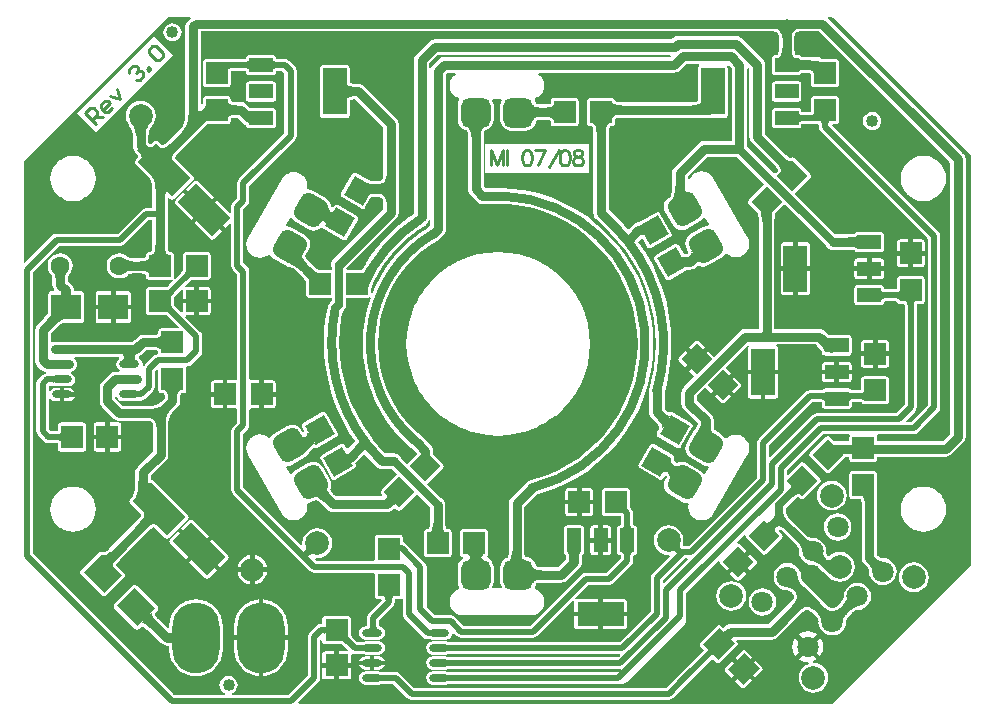
<source format=gtl>
G04 Layer_Physical_Order=1*
G04 Layer_Color=255*
%FSLAX44Y44*%
%MOMM*%
G71*
G01*
G75*
%ADD10C,0.8000*%
%ADD11P,2.6163X4X90.0*%
%ADD12R,1.8500X1.8500*%
%ADD13O,4.0000X6.0000*%
%ADD14R,2.0000X4.0000*%
%ADD15R,2.0000X1.2000*%
%ADD16P,2.6163X4X375.0*%
%ADD17P,2.6163X4X75.0*%
%ADD18P,2.6163X4X180.0*%
%ADD19R,1.8500X1.8500*%
%ADD20O,1.7000X0.6000*%
%ADD21R,4.0000X2.0000*%
%ADD22R,1.2000X2.0000*%
%ADD23C,1.0160*%
G04:AMPARAMS|DCode=24|XSize=2.5mm|YSize=2.5mm|CornerRadius=0.625mm|HoleSize=0mm|Usage=FLASHONLY|Rotation=0.000|XOffset=0mm|YOffset=0mm|HoleType=Round|Shape=RoundedRectangle|*
%AMROUNDEDRECTD24*
21,1,2.5000,1.2500,0,0,0.0*
21,1,1.2500,2.5000,0,0,0.0*
1,1,1.2500,0.6250,-0.6250*
1,1,1.2500,-0.6250,-0.6250*
1,1,1.2500,-0.6250,0.6250*
1,1,1.2500,0.6250,0.6250*
%
%ADD24ROUNDEDRECTD24*%
G04:AMPARAMS|DCode=25|XSize=2.5mm|YSize=2.5mm|CornerRadius=0.625mm|HoleSize=0mm|Usage=FLASHONLY|Rotation=240.000|XOffset=0mm|YOffset=0mm|HoleType=Round|Shape=RoundedRectangle|*
%AMROUNDEDRECTD25*
21,1,2.5000,1.2500,0,0,240.0*
21,1,1.2500,2.5000,0,0,240.0*
1,1,1.2500,-0.8538,-0.2288*
1,1,1.2500,-0.2288,0.8538*
1,1,1.2500,0.8538,0.2288*
1,1,1.2500,0.2288,-0.8538*
%
%ADD25ROUNDEDRECTD25*%
G04:AMPARAMS|DCode=26|XSize=2.5mm|YSize=2.5mm|CornerRadius=0.625mm|HoleSize=0mm|Usage=FLASHONLY|Rotation=300.000|XOffset=0mm|YOffset=0mm|HoleType=Round|Shape=RoundedRectangle|*
%AMROUNDEDRECTD26*
21,1,2.5000,1.2500,0,0,300.0*
21,1,1.2500,2.5000,0,0,300.0*
1,1,1.2500,-0.2288,-0.8538*
1,1,1.2500,-0.8538,0.2288*
1,1,1.2500,0.2288,0.8538*
1,1,1.2500,0.8538,-0.2288*
%
%ADD26ROUNDEDRECTD26*%
G04:AMPARAMS|DCode=27|XSize=2.2mm|YSize=4.15mm|CornerRadius=0mm|HoleSize=0mm|Usage=FLASHONLY|Rotation=45.000|XOffset=0mm|YOffset=0mm|HoleType=Round|Shape=Rectangle|*
%AMROTATEDRECTD27*
4,1,4,0.6894,-2.2451,-2.2451,0.6894,-0.6894,2.2451,2.2451,-0.6894,0.6894,-2.2451,0.0*
%
%ADD27ROTATEDRECTD27*%

%ADD28R,1.9500X1.8500*%
G04:AMPARAMS|DCode=29|XSize=1.95mm|YSize=1.85mm|CornerRadius=0mm|HoleSize=0mm|Usage=FLASHONLY|Rotation=225.000|XOffset=0mm|YOffset=0mm|HoleType=Round|Shape=Rectangle|*
%AMROTATEDRECTD29*
4,1,4,0.0354,1.3435,1.3435,0.0354,-0.0354,-1.3435,-1.3435,-0.0354,0.0354,1.3435,0.0*
%
%ADD29ROTATEDRECTD29*%

%ADD30R,1.8500X1.9500*%
%ADD31R,2.5000X2.1500*%
G04:AMPARAMS|DCode=32|XSize=2.15mm|YSize=2.5mm|CornerRadius=0mm|HoleSize=0mm|Usage=FLASHONLY|Rotation=225.000|XOffset=0mm|YOffset=0mm|HoleType=Round|Shape=Rectangle|*
%AMROTATEDRECTD32*
4,1,4,-0.1237,1.6440,1.6440,-0.1237,0.1237,-1.6440,-1.6440,0.1237,-0.1237,1.6440,0.0*
%
%ADD32ROTATEDRECTD32*%

%ADD33C,2.0000*%
%ADD34C,0.7000*%
%ADD35C,0.5000*%
%ADD36C,0.7620*%
%ADD37C,1.2700*%
%ADD38C,0.6350*%
%ADD39C,0.2540*%
%ADD40C,1.8000*%
%ADD41C,3.0000*%
%ADD42C,1.6000*%
G36*
X387694Y557306D02*
X386364Y555989D01*
X382113Y552210D01*
X381743Y552015D01*
X381533Y552007D01*
X381483Y552186D01*
X381594Y552552D01*
X374324Y557015D01*
X374658Y556911D01*
X375089Y556951D01*
X375618Y557135D01*
X376244Y557461D01*
X376968Y557931D01*
X377789Y558545D01*
X379722Y560202D01*
X382045Y562433D01*
X387694Y557306D01*
D02*
G37*
G36*
X400813Y552380D02*
X400737Y553104D01*
X400508Y553752D01*
X400125Y554323D01*
X399589Y554818D01*
X398901Y555238D01*
X398059Y555580D01*
X397065Y555847D01*
X395917Y556038D01*
X394617Y556152D01*
X393163Y556190D01*
Y563810D01*
X394617Y563848D01*
X395917Y563962D01*
X397065Y564153D01*
X398059Y564420D01*
X398901Y564762D01*
X399589Y565182D01*
X400125Y565677D01*
X400508Y566248D01*
X400737Y566896D01*
X400813Y567620D01*
Y552380D01*
D02*
G37*
G36*
X320004Y583650D02*
X319782Y583560D01*
X319395Y583292D01*
X318843Y582845D01*
X317458Y581580D01*
X320597Y579283D01*
X319896Y579657D01*
X319099Y579822D01*
X318207Y579778D01*
X317219Y579525D01*
X316135Y579064D01*
X314956Y578394D01*
X313681Y577515D01*
X312311Y576428D01*
X310845Y575131D01*
X309283Y573626D01*
X301876Y577533D01*
X303539Y579252D01*
X306133Y582299D01*
X307064Y583626D01*
X307752Y584823D01*
X308195Y585889D01*
X308396Y586824D01*
X308352Y587629D01*
X308064Y588303D01*
X307533Y588847D01*
X310536Y586648D01*
X313650Y590004D01*
X320004Y583650D01*
D02*
G37*
G36*
X408457Y593545D02*
X408358Y593048D01*
X408389Y592491D01*
X408551Y591874D01*
X408842Y591197D01*
X409264Y590460D01*
X409816Y589663D01*
X410498Y588806D01*
X411310Y587888D01*
X412253Y586911D01*
X409845Y582248D01*
X408766Y583291D01*
X406856Y584920D01*
X406026Y585506D01*
X405277Y585939D01*
X404611Y586219D01*
X404028Y586347D01*
X403527Y586321D01*
X403109Y586144D01*
X402774Y585813D01*
X408686Y593982D01*
X408457Y593545D01*
D02*
G37*
G36*
X377311Y551932D02*
X381118D01*
X380394Y551321D01*
X379747Y550657D01*
X379176Y549940D01*
X378681Y549170D01*
X378262Y548347D01*
X378009Y547700D01*
X378262Y547053D01*
X378681Y546230D01*
X379176Y545460D01*
X379747Y544743D01*
X380394Y544079D01*
X381118Y543468D01*
X377311D01*
X377310Y543435D01*
X369690D01*
X369689Y543468D01*
X365882D01*
X366606Y544079D01*
X367253Y544743D01*
X367824Y545460D01*
X368319Y546230D01*
X368738Y547053D01*
X368991Y547700D01*
X368738Y548347D01*
X368319Y549170D01*
X367824Y549940D01*
X367253Y550657D01*
X366606Y551321D01*
X365882Y551932D01*
X369689D01*
X369690Y551965D01*
X377310D01*
X377311Y551932D01*
D02*
G37*
G36*
X416896Y519707D02*
X416248Y519478D01*
X415677Y519097D01*
X415182Y518564D01*
X414762Y517878D01*
X414420Y517040D01*
X414153Y516049D01*
X413962Y514906D01*
X413848Y513611D01*
X413810Y512163D01*
X406190D01*
X406152Y513611D01*
X406038Y514906D01*
X405847Y516049D01*
X405580Y517040D01*
X405238Y517878D01*
X404818Y518564D01*
X404323Y519097D01*
X403752Y519478D01*
X403104Y519707D01*
X402380Y519783D01*
X417620D01*
X416896Y519707D01*
D02*
G37*
G36*
X398160Y536597D02*
Y519750D01*
X398357Y518759D01*
X398919Y517919D01*
X399759Y517357D01*
X400750Y517160D01*
X402538D01*
X402584Y517144D01*
X402633Y517112D01*
X402744Y516992D01*
X402919Y516705D01*
X403122Y516209D01*
X403313Y515499D01*
X403467Y514579D01*
X403526Y513911D01*
Y512682D01*
X400833Y509989D01*
X400026Y509343D01*
X399007Y508651D01*
X397957Y508055D01*
X396872Y507552D01*
X395750Y507140D01*
X394585Y506819D01*
X393374Y506588D01*
X392348Y506474D01*
X367682D01*
X361558Y512598D01*
X361631Y513398D01*
X362013Y513528D01*
X362923Y513577D01*
X364006Y511956D01*
X365838Y510731D01*
X368000Y510302D01*
X379000D01*
X381162Y510731D01*
X381281Y510811D01*
X383450D01*
X385416Y511202D01*
X387084Y512316D01*
X393634Y518866D01*
X394748Y520533D01*
X395139Y522500D01*
Y535372D01*
X396890Y537123D01*
X398160Y536597D01*
D02*
G37*
G36*
X395591Y553466D02*
X396516Y553313D01*
X397232Y553121D01*
X397732Y552917D01*
X398021Y552741D01*
X398143Y552629D01*
X398160Y552603D01*
Y550750D01*
X397659Y550139D01*
X397500D01*
X395533Y549748D01*
X393866Y548634D01*
X386366Y541134D01*
X385703Y540141D01*
X384506Y540636D01*
X384649Y541350D01*
X384218Y543512D01*
X382994Y545344D01*
X382591Y545613D01*
X382161Y545976D01*
X381692Y546458D01*
X381452Y546758D01*
X381491Y547435D01*
X381616Y548128D01*
X383628Y549472D01*
X387682Y553526D01*
X394919D01*
X395591Y553466D01*
D02*
G37*
G36*
X309502Y526056D02*
X309429Y526074D01*
X309258Y526090D01*
X308161Y526127D01*
X304380Y526150D01*
Y531150D01*
X309502Y531244D01*
Y526056D01*
D02*
G37*
G36*
X1039525Y595233D02*
X1039100Y595083D01*
X1038725Y594833D01*
X1038400Y594483D01*
X1038125Y594033D01*
X1037900Y593483D01*
X1037725Y592833D01*
X1037600Y592083D01*
X1037525Y591233D01*
X1037500Y590283D01*
X1032500D01*
X1032475Y591233D01*
X1032400Y592083D01*
X1032275Y592833D01*
X1032100Y593483D01*
X1031875Y594033D01*
X1031600Y594483D01*
X1031275Y594833D01*
X1030900Y595083D01*
X1030475Y595233D01*
X1030000Y595283D01*
X1040000D01*
X1039525Y595233D01*
D02*
G37*
G36*
X390313Y617000D02*
X390233Y617760D01*
X389992Y618440D01*
X389591Y619040D01*
X389029Y619560D01*
X388306Y620000D01*
X387422Y620360D01*
X386379Y620640D01*
X385174Y620840D01*
X383809Y620960D01*
X382283Y621000D01*
Y629000D01*
X383809Y629040D01*
X385174Y629160D01*
X386379Y629360D01*
X387422Y629640D01*
X388306Y630000D01*
X389029Y630440D01*
X389591Y630960D01*
X389992Y631560D01*
X390233Y632240D01*
X390313Y633000D01*
Y617000D01*
D02*
G37*
G36*
X428354Y615783D02*
X427965Y616066D01*
X427505Y616207D01*
X426975D01*
X426374Y616066D01*
X425702Y615783D01*
X424960Y615359D01*
X424147Y614793D01*
X423263Y614086D01*
X421283Y612248D01*
X417747Y615783D01*
X418737Y616808D01*
X420293Y618647D01*
X420859Y619460D01*
X421283Y620202D01*
X421566Y620874D01*
X421707Y621475D01*
Y622006D01*
X421566Y622465D01*
X421283Y622854D01*
X428354Y615783D01*
D02*
G37*
G36*
X403540Y640691D02*
X403660Y639326D01*
X403860Y638121D01*
X404140Y637077D01*
X404500Y636194D01*
X404940Y635471D01*
X405460Y634909D01*
X406060Y634508D01*
X406740Y634267D01*
X407500Y634187D01*
X391500D01*
X392260Y634267D01*
X392940Y634508D01*
X393540Y634909D01*
X394060Y635471D01*
X394500Y636194D01*
X394860Y637077D01*
X395140Y638121D01*
X395340Y639326D01*
X395460Y640691D01*
X395500Y642217D01*
X403500D01*
X403540Y640691D01*
D02*
G37*
G36*
X371056Y630296D02*
X371456Y630024D01*
X371913Y629784D01*
X372428Y629576D01*
X373001Y629400D01*
X373631Y629256D01*
X374319Y629144D01*
X375065Y629064D01*
X376728Y629000D01*
Y621000D01*
X375868Y620984D01*
X374319Y620856D01*
X373631Y620744D01*
X373001Y620600D01*
X372428Y620424D01*
X371913Y620216D01*
X371456Y619976D01*
X371056Y619704D01*
X370713Y619400D01*
Y630600D01*
X371056Y630296D01*
D02*
G37*
G36*
X320296Y618944D02*
X320024Y618544D01*
X319784Y618087D01*
X319576Y617572D01*
X319400Y616999D01*
X319256Y616369D01*
X319144Y615681D01*
X319064Y614935D01*
X319000Y613272D01*
X311000D01*
X310984Y614132D01*
X310856Y615681D01*
X310744Y616369D01*
X310600Y616999D01*
X310424Y617572D01*
X310216Y618087D01*
X309976Y618544D01*
X309704Y618944D01*
X309400Y619287D01*
X320600D01*
X320296Y618944D01*
D02*
G37*
G36*
X1009988Y604520D02*
X1010138Y604095D01*
X1010390Y603720D01*
X1010742Y603395D01*
X1011195Y603120D01*
X1011748Y602895D01*
X1012402Y602720D01*
X1013157Y602595D01*
X1014012Y602520D01*
X1014968Y602495D01*
Y597495D01*
X1014012Y597470D01*
X1013157Y597395D01*
X1012402Y597270D01*
X1011748Y597095D01*
X1011195Y596870D01*
X1010742Y596595D01*
X1010390Y596270D01*
X1010138Y595895D01*
X1009988Y595470D01*
X1009937Y594995D01*
Y604995D01*
X1009988Y604520D01*
D02*
G37*
G36*
X324010Y602310D02*
X324472Y595371D01*
X324617Y594748D01*
X324781Y594278D01*
X324964Y593960D01*
X315036D01*
X315219Y594278D01*
X315383Y594748D01*
X315528Y595371D01*
X315653Y596146D01*
X315846Y598154D01*
X315990Y602310D01*
X316000Y604000D01*
X324000D01*
X324010Y602310D01*
D02*
G37*
G36*
X412253Y603217D02*
X411304Y602234D01*
X409802Y600451D01*
X409249Y599652D01*
X408826Y598914D01*
X408535Y598238D01*
X408376Y597623D01*
X408348Y597069D01*
X408451Y596577D01*
X408686Y596146D01*
X402646Y604187D01*
X402987Y603862D01*
X403410Y603689D01*
X403914Y603667D01*
X404499Y603796D01*
X405165Y604077D01*
X405913Y604510D01*
X406742Y605093D01*
X407653Y605828D01*
X409717Y607752D01*
X412253Y603217D01*
D02*
G37*
G36*
X1025783Y595283D02*
X1025733Y595703D01*
X1025583Y596079D01*
X1025333Y596411D01*
X1024983Y596699D01*
X1024533Y596942D01*
X1023983Y597141D01*
X1023333Y597296D01*
X1022583Y597407D01*
X1021733Y597473D01*
X1020783Y597495D01*
Y602495D01*
X1021737Y602520D01*
X1022591Y602595D01*
X1023345Y602720D01*
X1023999Y602895D01*
X1024552Y603120D01*
X1025005Y603395D01*
X1025357Y603720D01*
X1025610Y604095D01*
X1025762Y604520D01*
X1025814Y604995D01*
X1025783Y595283D01*
D02*
G37*
G36*
X363563Y377906D02*
X362514Y376800D01*
X361634Y375751D01*
X360924Y374758D01*
X360384Y373822D01*
X360014Y372943D01*
X359814Y372121D01*
X359784Y371356D01*
X359924Y370647D01*
X360234Y369995D01*
X360713Y369400D01*
X349620Y380536D01*
X350177Y380093D01*
X350793Y379815D01*
X351470Y379704D01*
X352208Y379758D01*
X353007Y379978D01*
X353865Y380364D01*
X354785Y380915D01*
X355765Y381632D01*
X356805Y382515D01*
X357906Y383563D01*
X363563Y377906D01*
D02*
G37*
G36*
X961015Y382055D02*
X961099Y381219D01*
X961246Y380410D01*
X961454Y379627D01*
X961725Y378870D01*
X962058Y378139D01*
X962453Y377435D01*
X962890Y376786D01*
X963536Y376327D01*
X964208Y375944D01*
X964834Y375690D01*
X965414Y375564D01*
X965948Y375568D01*
X966437Y375700D01*
X966879Y375961D01*
X967275Y376350D01*
X966881Y364161D01*
X959561Y371029D01*
X959521Y370989D01*
X958895Y371570D01*
X958243Y372090D01*
X957565Y372547D01*
X956861Y372942D01*
X956130Y373275D01*
X955373Y373545D01*
X954590Y373754D01*
X953781Y373901D01*
X952945Y373985D01*
X952083Y374007D01*
X960993Y382917D01*
X961015Y382055D01*
D02*
G37*
G36*
X945090Y394444D02*
X945742Y393925D01*
X946421Y393467D01*
X947125Y393072D01*
X947856Y392739D01*
X948613Y392469D01*
X949396Y392260D01*
X950205Y392113D01*
X951041Y392029D01*
X951903Y392007D01*
X942993Y383097D01*
X942971Y383959D01*
X942887Y384795D01*
X942740Y385604D01*
X942531Y386387D01*
X942261Y387144D01*
X941928Y387875D01*
X941533Y388579D01*
X941075Y389258D01*
X940556Y389910D01*
X939975Y390535D01*
X944465Y395025D01*
X945090Y394444D01*
D02*
G37*
G36*
X839275Y388642D02*
X839258Y388263D01*
X839315Y387858D01*
X839446Y387426D01*
X839649Y386967D01*
X839926Y386481D01*
X840276Y385968D01*
X840700Y385428D01*
X841197Y384861D01*
X841768Y384268D01*
X838232Y380732D01*
X837639Y381303D01*
X836532Y382224D01*
X836019Y382574D01*
X835533Y382851D01*
X835074Y383054D01*
X834642Y383185D01*
X834237Y383242D01*
X833858Y383225D01*
X833507Y383135D01*
X839365Y388993D01*
X839275Y388642D01*
D02*
G37*
G36*
X846421Y376188D02*
X826409Y356176D01*
X826227Y356185D01*
X825139Y356582D01*
Y358125D01*
X844375Y377361D01*
X845935D01*
X846421Y376188D01*
D02*
G37*
G36*
X643158Y303860D02*
X643406Y303784D01*
X643743Y303717D01*
X644168Y303660D01*
X645283Y303571D01*
X648576Y303500D01*
X647379Y298500D01*
X642275Y298457D01*
X642998Y303944D01*
X643158Y303860D01*
D02*
G37*
G36*
X572725Y298457D02*
X572496Y298532D01*
X572187Y298598D01*
X571800Y298657D01*
X570789Y298752D01*
X568680Y298834D01*
X566880Y298850D01*
Y303850D01*
X567820Y303854D01*
X572187Y304102D01*
X572496Y304168D01*
X572725Y304243D01*
Y298457D01*
D02*
G37*
G36*
X539314Y312717D02*
X539275Y312961D01*
X539161Y313179D01*
X538970Y313371D01*
X538703Y313538D01*
X538360Y313679D01*
X537941Y313795D01*
X537445Y313885D01*
X536873Y313949D01*
X536225Y313987D01*
X535500Y314000D01*
Y319000D01*
X536225Y319013D01*
X537445Y319116D01*
X537941Y319205D01*
X538360Y319321D01*
X538703Y319462D01*
X538970Y319629D01*
X539161Y319821D01*
X539275Y320039D01*
X539314Y320283D01*
Y312717D01*
D02*
G37*
G36*
X558412Y313488D02*
X558253Y313046D01*
X558240Y312528D01*
X558374Y311934D01*
X558655Y311265D01*
X559081Y310520D01*
X559655Y309699D01*
X560374Y308803D01*
X562253Y306783D01*
X558217Y303748D01*
X557214Y304715D01*
X555406Y306241D01*
X554600Y306799D01*
X553860Y307220D01*
X553186Y307506D01*
X552577Y307655D01*
X552034Y307667D01*
X551557Y307543D01*
X551146Y307283D01*
X558717Y313854D01*
X558412Y313488D01*
D02*
G37*
G36*
X396674Y405360D02*
X396079Y405840D01*
X395428Y406151D01*
X394720Y406291D01*
X393955Y406261D01*
X393133Y406062D01*
X392253Y405691D01*
X391317Y405151D01*
X390324Y404441D01*
X389274Y403560D01*
X388167Y402510D01*
X382510Y408167D01*
X383560Y409274D01*
X384441Y410324D01*
X385151Y411317D01*
X385691Y412253D01*
X386062Y413133D01*
X386261Y413955D01*
X386291Y414720D01*
X386151Y415428D01*
X385840Y416079D01*
X385360Y416674D01*
X396674Y405360D01*
D02*
G37*
G36*
X962563Y509500D02*
X962512Y509975D01*
X962359Y510400D01*
X962107Y510775D01*
X961755Y511100D01*
X961302Y511375D01*
X960748Y511600D01*
X960095Y511775D01*
X959341Y511900D01*
X958487Y511975D01*
X957533Y512000D01*
Y517000D01*
X958483Y517015D01*
X960083Y517132D01*
X960733Y517235D01*
X961283Y517367D01*
X961733Y517528D01*
X962083Y517719D01*
X962333Y517939D01*
X962483Y518188D01*
X962533Y518467D01*
X962563Y509500D01*
D02*
G37*
G36*
X409198Y503810D02*
X408174Y502710D01*
X407258Y501565D01*
X406450Y500376D01*
X405750Y499142D01*
X405157Y497864D01*
X404672Y496541D01*
X404295Y495173D01*
X404025Y493761D01*
X403864Y492304D01*
X403810Y490802D01*
X396190Y488570D01*
X396114Y490018D01*
X395885Y491313D01*
X395504Y492456D01*
X394971Y493447D01*
X394285Y494285D01*
X393447Y494971D01*
X392456Y495504D01*
X391313Y495885D01*
X390018Y496114D01*
X388570Y496190D01*
X390802Y503810D01*
X392304Y503864D01*
X393761Y504025D01*
X395173Y504295D01*
X396541Y504672D01*
X397864Y505157D01*
X399142Y505750D01*
X400376Y506450D01*
X401565Y507258D01*
X402710Y508174D01*
X403810Y509198D01*
X409198Y503810D01*
D02*
G37*
G36*
X995783Y510283D02*
X995733Y510609D01*
X995583Y510901D01*
X995333Y511159D01*
X994983Y511382D01*
X994533Y511571D01*
X993983Y511725D01*
X993333Y511846D01*
X992583Y511931D01*
X991733Y511983D01*
X990783Y512000D01*
Y517000D01*
X991737Y517025D01*
X992591Y517100D01*
X993345Y517225D01*
X993998Y517400D01*
X994552Y517625D01*
X995005Y517900D01*
X995357Y518225D01*
X995610Y518600D01*
X995762Y519025D01*
X995814Y519500D01*
X995783Y510283D01*
D02*
G37*
G36*
X982517Y518188D02*
X982667Y517939D01*
X982917Y517719D01*
X983267Y517528D01*
X983717Y517367D01*
X984267Y517235D01*
X984917Y517132D01*
X985667Y517059D01*
X987467Y517000D01*
Y512000D01*
X986513Y511975D01*
X985659Y511900D01*
X984905Y511775D01*
X984252Y511600D01*
X983698Y511375D01*
X983245Y511100D01*
X982893Y510775D01*
X982641Y510400D01*
X982488Y509975D01*
X982437Y509500D01*
X982467Y518467D01*
X982517Y518188D01*
D02*
G37*
G36*
X1085881Y718294D02*
Y371706D01*
X968294Y254119D01*
X517046D01*
X516560Y255292D01*
X533634Y272366D01*
X534748Y274034D01*
X535139Y276000D01*
Y307989D01*
X535390Y308157D01*
X536660Y307479D01*
Y307250D01*
X536857Y306259D01*
X537419Y305419D01*
X538259Y304857D01*
X539250Y304660D01*
X553122D01*
X553219Y304605D01*
X553830Y304182D01*
X555244Y302989D01*
X558623Y299610D01*
X558097Y298340D01*
X551000D01*
Y288500D01*
X561340D01*
Y295639D01*
X561602Y295938D01*
X562477Y296544D01*
X564150Y296211D01*
X569479D01*
X570618Y296167D01*
X571485Y296086D01*
X571717Y296050D01*
X571818Y296028D01*
X571923Y295994D01*
X572183Y295963D01*
X573500Y295702D01*
X584500D01*
X586662Y296131D01*
X588494Y297356D01*
X589719Y299188D01*
X590149Y301350D01*
X589719Y303512D01*
X588494Y305344D01*
X586662Y306569D01*
X584500Y306999D01*
X573500D01*
X572182Y306736D01*
X571923Y306705D01*
X571830Y306675D01*
X568541Y306489D01*
X566278D01*
X563197Y309570D01*
X562335Y310497D01*
X561728Y311253D01*
X561340Y311809D01*
Y325750D01*
X561143Y326741D01*
X560581Y327581D01*
X559741Y328143D01*
X558750Y328340D01*
X539250D01*
X538259Y328143D01*
X537419Y327581D01*
X536857Y326741D01*
X536660Y325750D01*
Y321648D01*
X536546Y321639D01*
X535500D01*
X533534Y321248D01*
X531866Y320134D01*
X526366Y314634D01*
X525252Y312966D01*
X524861Y311000D01*
Y278129D01*
X508411Y261679D01*
X460641D01*
X460389Y262949D01*
X461343Y263344D01*
X462935Y264565D01*
X464156Y266157D01*
X464924Y268011D01*
X465186Y270000D01*
X464924Y271989D01*
X464156Y273843D01*
X462935Y275435D01*
X461343Y276656D01*
X459489Y277424D01*
X457500Y277686D01*
X455511Y277424D01*
X453657Y276656D01*
X452065Y275435D01*
X450844Y273843D01*
X450076Y271989D01*
X449814Y270000D01*
X450076Y268011D01*
X450844Y266157D01*
X452065Y264565D01*
X453657Y263344D01*
X454611Y262949D01*
X454359Y261679D01*
X411589D01*
X291679Y381589D01*
Y619412D01*
X314128Y641861D01*
X366000D01*
X367966Y642252D01*
X369634Y643366D01*
X389628Y663361D01*
X392904D01*
Y641997D01*
X392873Y640838D01*
X392769Y639652D01*
X392606Y638670D01*
X392401Y637905D01*
X392180Y637364D01*
X391983Y637040D01*
X391846Y636892D01*
X391769Y636841D01*
X391767Y636840D01*
X390250D01*
X389259Y636643D01*
X388419Y636081D01*
X387857Y635241D01*
X387660Y634250D01*
Y632733D01*
X387659Y632731D01*
X387608Y632654D01*
X387460Y632517D01*
X387136Y632320D01*
X386595Y632099D01*
X385830Y631894D01*
X384848Y631731D01*
X383661Y631627D01*
X382503Y631596D01*
X376605D01*
X375253Y631648D01*
X374666Y631712D01*
X374128Y631799D01*
X373671Y631903D01*
X373295Y632019D01*
X373002Y632137D01*
X372789Y632249D01*
X372651Y632343D01*
X372517Y632517D01*
X370316Y634207D01*
X367752Y635269D01*
X365000Y635631D01*
X362248Y635269D01*
X359684Y634207D01*
X357483Y632517D01*
X355793Y630316D01*
X354731Y627752D01*
X354369Y625000D01*
X354731Y622248D01*
X355793Y619684D01*
X357483Y617483D01*
X359684Y615793D01*
X362248Y614731D01*
X365000Y614369D01*
X367752Y614731D01*
X370316Y615793D01*
X372517Y617483D01*
X372651Y617657D01*
X372789Y617751D01*
X373002Y617863D01*
X373295Y617981D01*
X373671Y618097D01*
X374128Y618201D01*
X374635Y618284D01*
X375998Y618396D01*
X376393Y618404D01*
X382503D01*
X383661Y618373D01*
X384848Y618269D01*
X385830Y618106D01*
X386595Y617901D01*
X387136Y617680D01*
X387460Y617483D01*
X387608Y617346D01*
X387659Y617269D01*
X387660Y617267D01*
Y615750D01*
X387857Y614759D01*
X388419Y613919D01*
X389259Y613357D01*
X390250Y613160D01*
X408750D01*
X409741Y613357D01*
X409901Y613464D01*
X410710Y612478D01*
X406898Y608666D01*
X405954Y607785D01*
X405182Y607162D01*
X404724Y606840D01*
X390250D01*
X389259Y606643D01*
X388419Y606081D01*
X387857Y605241D01*
X387660Y604250D01*
Y585750D01*
X387857Y584759D01*
X388419Y583919D01*
X389259Y583357D01*
X390250Y583160D01*
X404858D01*
X405267Y582872D01*
X406774Y581586D01*
X415347Y573013D01*
X414861Y571840D01*
X400750D01*
X399759Y571643D01*
X398919Y571081D01*
X398357Y570241D01*
X398160Y569250D01*
Y567397D01*
X398143Y567371D01*
X398021Y567259D01*
X397732Y567083D01*
X397232Y566879D01*
X396516Y566687D01*
X395591Y566534D01*
X394919Y566474D01*
X385000D01*
X382522Y565982D01*
X380422Y564578D01*
X377867Y562023D01*
X376169Y560568D01*
X376111Y560524D01*
X310350D01*
X308422Y560141D01*
X308385Y560144D01*
X307311Y560885D01*
X307176Y561089D01*
Y567848D01*
X311358Y572029D01*
X312602Y573228D01*
X313975Y574442D01*
X315223Y575433D01*
X316334Y576198D01*
X317147Y576660D01*
X332500D01*
X333491Y576857D01*
X334331Y577419D01*
X334893Y578259D01*
X335090Y579250D01*
Y600750D01*
X334893Y601741D01*
X334331Y602581D01*
X333491Y603143D01*
X332500Y603340D01*
X326596D01*
Y604000D01*
X326372Y605707D01*
X325713Y607298D01*
X324664Y608664D01*
X321596Y611732D01*
Y613395D01*
X321648Y614747D01*
X321712Y615334D01*
X321799Y615872D01*
X321903Y616329D01*
X322019Y616705D01*
X322137Y616998D01*
X322249Y617211D01*
X322343Y617349D01*
X322517Y617483D01*
X324207Y619684D01*
X325269Y622248D01*
X325631Y625000D01*
X325269Y627752D01*
X324207Y630316D01*
X322517Y632517D01*
X320316Y634207D01*
X317752Y635269D01*
X315000Y635631D01*
X312248Y635269D01*
X309685Y634207D01*
X307483Y632517D01*
X305793Y630316D01*
X304731Y627752D01*
X304369Y625000D01*
X304731Y622248D01*
X305793Y619684D01*
X307483Y617483D01*
X307657Y617349D01*
X307751Y617211D01*
X307863Y616998D01*
X307981Y616705D01*
X308097Y616329D01*
X308201Y615872D01*
X308284Y615365D01*
X308396Y614002D01*
X308404Y613607D01*
Y609000D01*
X308628Y607293D01*
X309287Y605702D01*
X310125Y604610D01*
X309714Y603340D01*
X307500D01*
X306509Y603143D01*
X305669Y602581D01*
X305107Y601741D01*
X304910Y600750D01*
Y585076D01*
X304877Y585018D01*
X304082Y583885D01*
X301620Y580994D01*
X300306Y579635D01*
X295916Y575244D01*
X294867Y573878D01*
X294208Y572287D01*
X293984Y570580D01*
Y562240D01*
X293628Y561383D01*
X293404Y559675D01*
Y545000D01*
X293628Y543293D01*
X294287Y541702D01*
X295336Y540336D01*
X298986Y536686D01*
X300352Y535637D01*
X301943Y534978D01*
X302652Y534885D01*
X302694Y533599D01*
X301684Y533398D01*
X300016Y532284D01*
X296366Y528634D01*
X295252Y526967D01*
X294861Y525000D01*
Y485000D01*
X295252Y483033D01*
X296366Y481366D01*
X301366Y476366D01*
X303034Y475252D01*
X305000Y474861D01*
X311899D01*
X312269Y474829D01*
X312801Y474741D01*
X313160Y474645D01*
Y470250D01*
X313357Y469259D01*
X313919Y468419D01*
X314759Y467857D01*
X315750Y467660D01*
X334250D01*
X335241Y467857D01*
X336081Y468419D01*
X336643Y469259D01*
X336840Y470250D01*
Y489750D01*
X336643Y490741D01*
X336081Y491581D01*
X335241Y492143D01*
X334250Y492340D01*
X315750D01*
X314759Y492143D01*
X313919Y491581D01*
X313357Y490741D01*
X313160Y489750D01*
Y485355D01*
X312801Y485259D01*
X312269Y485171D01*
X311899Y485139D01*
X307129D01*
X305139Y487128D01*
Y512464D01*
X306409Y512850D01*
X307006Y511956D01*
X308838Y510731D01*
X311000Y510302D01*
X314500D01*
Y515950D01*
Y521599D01*
X311000D01*
X308838Y521169D01*
X307006Y519944D01*
X306409Y519050D01*
X305139Y519436D01*
Y522872D01*
X305779Y523511D01*
X308719D01*
X308838Y523432D01*
X311000Y523002D01*
X322000D01*
X324162Y523432D01*
X325994Y524656D01*
X327219Y526488D01*
X327649Y528650D01*
X327219Y530812D01*
X325994Y532644D01*
X324380Y533723D01*
X324292Y534363D01*
X324295Y534416D01*
X324458Y535082D01*
X325798Y535637D01*
X327164Y536686D01*
X328213Y538052D01*
X328872Y539643D01*
X329096Y541350D01*
X328872Y543057D01*
X328213Y544648D01*
X327164Y546014D01*
X326785Y546306D01*
X327216Y547575D01*
X364575D01*
X365069Y546822D01*
X365160Y546306D01*
X364839Y545977D01*
X364409Y545613D01*
X364006Y545344D01*
X362781Y543512D01*
X362351Y541350D01*
X362781Y539188D01*
X364006Y537356D01*
X365445Y536394D01*
X365060Y535124D01*
X361350D01*
X358872Y534632D01*
X356772Y533228D01*
X350422Y526878D01*
X349018Y524778D01*
X348526Y522300D01*
Y510000D01*
X349018Y507522D01*
X350422Y505422D01*
X360422Y495422D01*
X362522Y494018D01*
X365000Y493526D01*
X389782D01*
X390675Y493368D01*
X391425Y493118D01*
X392000Y492809D01*
X392445Y492445D01*
X392809Y492000D01*
X393118Y491425D01*
X393368Y490675D01*
X393526Y489782D01*
Y467682D01*
X380422Y454578D01*
X379018Y452478D01*
X378526Y450000D01*
Y439702D01*
X378274Y436405D01*
X378035Y434820D01*
X377729Y433382D01*
X377367Y432124D01*
X376958Y431047D01*
X376513Y430152D01*
X376048Y429438D01*
X374277Y427667D01*
X373716Y426827D01*
X373518Y425835D01*
X373716Y424844D01*
X374277Y424004D01*
X383673Y414608D01*
X383674Y414606D01*
X383692Y414516D01*
X383684Y414315D01*
X383594Y413946D01*
X383368Y413408D01*
X382971Y412721D01*
X382393Y411912D01*
X381627Y410999D01*
X380830Y410159D01*
X355901Y385229D01*
X355073Y384442D01*
X354160Y383667D01*
X353351Y383075D01*
X352665Y382663D01*
X352127Y382422D01*
X351765Y382322D01*
X351588Y382309D01*
X351550Y382315D01*
X351452Y382414D01*
X351252Y382547D01*
X351234Y382561D01*
X351219Y382569D01*
X350611Y382975D01*
X349620Y383172D01*
X348629Y382975D01*
X348373Y382804D01*
X348367Y382802D01*
X348353Y382791D01*
X347789Y382414D01*
X332586Y367211D01*
X332025Y366371D01*
X331828Y365380D01*
X332025Y364389D01*
X332586Y363548D01*
X350264Y345871D01*
X351104Y345309D01*
X352095Y345112D01*
X353086Y345309D01*
X353927Y345871D01*
X369129Y361073D01*
X369691Y361914D01*
X369888Y362905D01*
X369691Y363896D01*
X369129Y364736D01*
X362404Y371461D01*
X362402Y371465D01*
X362384Y371558D01*
X362392Y371760D01*
X362482Y372130D01*
X362709Y372669D01*
X363104Y373355D01*
X363683Y374163D01*
X364447Y375075D01*
X365244Y375915D01*
X390159Y400830D01*
X390999Y401627D01*
X391911Y402392D01*
X392721Y402971D01*
X393408Y403367D01*
X393946Y403594D01*
X394315Y403684D01*
X394516Y403692D01*
X394606Y403674D01*
X394608Y403673D01*
X403622Y394659D01*
X404462Y394098D01*
X405453Y393901D01*
X406444Y394098D01*
X407284Y394659D01*
X422841Y410216D01*
X423402Y411056D01*
X423599Y412047D01*
X423402Y413038D01*
X422841Y413878D01*
X393496Y443223D01*
X392656Y443784D01*
X391665Y443982D01*
X391474Y445216D01*
Y447318D01*
X404578Y460422D01*
X405982Y462522D01*
X406474Y465000D01*
Y492348D01*
X406588Y493374D01*
X406819Y494585D01*
X407140Y495750D01*
X407552Y496872D01*
X408055Y497956D01*
X408651Y499007D01*
X409343Y500026D01*
X409989Y500833D01*
X414578Y505422D01*
X415982Y507522D01*
X416474Y510000D01*
Y513911D01*
X416533Y514579D01*
X416687Y515499D01*
X416878Y516210D01*
X417081Y516705D01*
X417256Y516992D01*
X417367Y517112D01*
X417416Y517144D01*
X417462Y517160D01*
X419250D01*
X420241Y517357D01*
X421081Y517919D01*
X421643Y518759D01*
X421840Y519750D01*
Y538250D01*
X421772Y538591D01*
X422422Y539725D01*
X422707Y539902D01*
X424467Y540252D01*
X426134Y541366D01*
X433634Y548866D01*
X434748Y550533D01*
X435139Y552500D01*
Y565628D01*
X434748Y567594D01*
X433634Y569261D01*
X420975Y581920D01*
X421100Y582486D01*
X421531Y583160D01*
X428500D01*
Y593000D01*
X418660D01*
Y586031D01*
X417986Y585600D01*
X417420Y585475D01*
X412933Y589962D01*
X412482Y590471D01*
X411896Y591208D01*
X411456Y591843D01*
X411340Y592047D01*
Y598092D01*
X411441Y598269D01*
X411861Y598876D01*
X413030Y600263D01*
X417452Y604684D01*
X418300Y604379D01*
X418660Y604097D01*
Y597000D01*
X428500D01*
Y606840D01*
X421403D01*
X421121Y607200D01*
X420816Y608048D01*
X424050Y611283D01*
X424955Y612123D01*
X425697Y612717D01*
X426335Y613160D01*
X439750D01*
X440741Y613357D01*
X441581Y613919D01*
X442143Y614759D01*
X442340Y615750D01*
Y634250D01*
X442143Y635241D01*
X441581Y636081D01*
X440741Y636643D01*
X439750Y636840D01*
X421250D01*
X420259Y636643D01*
X419419Y636081D01*
X418857Y635241D01*
X418660Y634250D01*
Y620835D01*
X418237Y620226D01*
X417016Y618784D01*
X412022Y613790D01*
X411036Y614599D01*
X411143Y614759D01*
X411340Y615750D01*
Y634250D01*
X411143Y635241D01*
X410581Y636081D01*
X409741Y636643D01*
X408750Y636840D01*
X407233D01*
X407231Y636841D01*
X407154Y636892D01*
X407017Y637040D01*
X406820Y637364D01*
X406599Y637905D01*
X406394Y638670D01*
X406231Y639652D01*
X406127Y640838D01*
X406096Y641997D01*
Y670000D01*
Y681928D01*
X406803Y682355D01*
X407373Y682448D01*
X408079Y681741D01*
X408919Y681180D01*
X409910Y680983D01*
X410901Y681180D01*
X411741Y681741D01*
X427298Y697298D01*
X427859Y698138D01*
X428056Y699129D01*
X427859Y700120D01*
X427298Y700960D01*
X412097Y716161D01*
X412096Y716163D01*
X412078Y716254D01*
X412086Y716455D01*
X412175Y716823D01*
X412402Y717362D01*
X412798Y718049D01*
X413377Y718858D01*
X414142Y719771D01*
X414940Y720611D01*
X432164Y737836D01*
X434736Y740407D01*
X438102Y743564D01*
X439523Y744727D01*
X440129Y745160D01*
X456750D01*
X457741Y745357D01*
X458581Y745919D01*
X459143Y746759D01*
X459340Y747750D01*
Y749267D01*
X459341Y749269D01*
X459392Y749346D01*
X459540Y749483D01*
X459864Y749680D01*
X460405Y749901D01*
X461170Y750106D01*
X462152Y750269D01*
X463339Y750373D01*
X464497Y750404D01*
X465268D01*
X470336Y745336D01*
X471702Y744287D01*
X472412Y743993D01*
X472607Y743009D01*
X473169Y742169D01*
X474009Y741607D01*
X475000Y741410D01*
X495000D01*
X495991Y741607D01*
X496831Y742169D01*
X497393Y743009D01*
X497590Y744000D01*
Y756000D01*
X497393Y756991D01*
X496831Y757831D01*
X495991Y758393D01*
X495000Y758590D01*
X475739D01*
X472664Y761664D01*
X471298Y762713D01*
X469707Y763372D01*
X468000Y763596D01*
X464497D01*
X463339Y763627D01*
X462152Y763731D01*
X461170Y763894D01*
X460405Y764099D01*
X459864Y764320D01*
X459540Y764517D01*
X459392Y764654D01*
X459341Y764731D01*
X459340Y764733D01*
Y766250D01*
X459143Y767241D01*
X458581Y768081D01*
X457741Y768643D01*
X456750Y768840D01*
X438250D01*
X437259Y768643D01*
X436419Y768081D01*
X435857Y767241D01*
X435660Y766250D01*
Y762055D01*
X435366Y761779D01*
X434096Y762330D01*
Y823404D01*
X918058D01*
X919226Y823342D01*
X920242Y823163D01*
X921049Y822894D01*
X921673Y822558D01*
X922160Y822160D01*
X922558Y821673D01*
X922894Y821049D01*
X923163Y820242D01*
X923342Y819226D01*
X923404Y818058D01*
Y808747D01*
X923373Y807589D01*
X923269Y806402D01*
X923106Y805420D01*
X922901Y804655D01*
X922680Y804113D01*
X922483Y803790D01*
X922346Y803642D01*
X922269Y803590D01*
X922267Y803590D01*
X920000D01*
X919009Y803393D01*
X918169Y802831D01*
X917607Y801991D01*
X917410Y801000D01*
Y789000D01*
X917607Y788009D01*
X918169Y787169D01*
X919009Y786607D01*
X920000Y786410D01*
X940000D01*
X940384Y786487D01*
X940435Y786486D01*
X940490Y786508D01*
X940991Y786607D01*
X941358Y786852D01*
X941374Y786859D01*
X941389Y786873D01*
X941831Y787169D01*
X942086Y787551D01*
X942099Y787563D01*
X942107Y787582D01*
X942328Y787913D01*
X942597Y787993D01*
X943209Y788117D01*
X946418Y788380D01*
X946659Y788373D01*
X947844Y788269D01*
X948824Y788106D01*
X949589Y787901D01*
X950130Y787680D01*
X950455Y787482D01*
X950605Y787344D01*
X950658Y787265D01*
X950660Y787259D01*
Y778750D01*
X950857Y777759D01*
X951419Y776919D01*
X952259Y776357D01*
X953250Y776160D01*
X971750D01*
X972741Y776357D01*
X973581Y776919D01*
X974143Y777759D01*
X974340Y778750D01*
Y797250D01*
X974143Y798241D01*
X973581Y799081D01*
X972741Y799643D01*
X971750Y799840D01*
X959936D01*
X958798Y800713D01*
X957207Y801372D01*
X955500Y801596D01*
X947468D01*
X946544Y801608D01*
X944137Y801756D01*
X943273Y801871D01*
X942597Y802007D01*
X942328Y802087D01*
X942107Y802418D01*
X942099Y802437D01*
X942086Y802449D01*
X941831Y802831D01*
X941389Y803127D01*
X941374Y803141D01*
X941358Y803148D01*
X940991Y803393D01*
X940490Y803492D01*
X940435Y803514D01*
X940384Y803513D01*
X940000Y803590D01*
X937733D01*
X937731Y803590D01*
X937654Y803642D01*
X937517Y803790D01*
X937320Y804114D01*
X937099Y804655D01*
X936894Y805420D01*
X936731Y806402D01*
X936627Y807589D01*
X936596Y808747D01*
Y818058D01*
X936658Y819226D01*
X936837Y820242D01*
X937106Y821049D01*
X937442Y821673D01*
X937840Y822160D01*
X938327Y822558D01*
X938951Y822894D01*
X939758Y823163D01*
X940774Y823342D01*
X941942Y823404D01*
X957268D01*
X1068404Y712268D01*
Y482732D01*
X1062268Y476596D01*
X1006840D01*
Y479750D01*
X1006643Y480741D01*
X1006435Y481051D01*
X1007086Y482321D01*
X1037460D01*
X1039426Y482712D01*
X1041094Y483826D01*
X1058634Y501366D01*
X1059748Y503033D01*
X1060139Y505000D01*
Y650000D01*
X1059748Y651966D01*
X1058634Y653634D01*
X968377Y743890D01*
X968903Y745160D01*
X971750D01*
X972741Y745357D01*
X973581Y745919D01*
X974143Y746759D01*
X974340Y747750D01*
Y766250D01*
X974143Y767241D01*
X973581Y768081D01*
X972741Y768643D01*
X971750Y768840D01*
X953250D01*
X952259Y768643D01*
X951419Y768081D01*
X950857Y767241D01*
X950660Y766250D01*
Y755357D01*
X950296Y755259D01*
X949765Y755171D01*
X949396Y755139D01*
X943851D01*
X943481Y755171D01*
X942949Y755259D01*
X942590Y755356D01*
Y756000D01*
X942393Y756991D01*
X941831Y757831D01*
X940991Y758393D01*
X940000Y758590D01*
X920000D01*
X919009Y758393D01*
X918169Y757831D01*
X917607Y756991D01*
X917410Y756000D01*
Y744000D01*
X917607Y743009D01*
X918169Y742169D01*
X919009Y741607D01*
X920000Y741410D01*
X940000D01*
X940991Y741607D01*
X941831Y742169D01*
X942393Y743009D01*
X942590Y744000D01*
Y744644D01*
X942949Y744741D01*
X943481Y744829D01*
X943851Y744861D01*
X955500D01*
X956082Y744977D01*
X956786Y744570D01*
X957353Y743983D01*
X957361Y743891D01*
Y742500D01*
X957752Y740534D01*
X958866Y738866D01*
X1049861Y647871D01*
Y507128D01*
X1035331Y492599D01*
X1031525D01*
X1031039Y493772D01*
X1038634Y501366D01*
X1039748Y503033D01*
X1040139Y505000D01*
Y591391D01*
X1040171Y591756D01*
X1040259Y592282D01*
X1040358Y592653D01*
X1040361Y592660D01*
X1044250D01*
X1045241Y592857D01*
X1046081Y593419D01*
X1046643Y594259D01*
X1046840Y595250D01*
Y613750D01*
X1046643Y614741D01*
X1046081Y615581D01*
X1045241Y616143D01*
X1044250Y616340D01*
X1025750D01*
X1024759Y616143D01*
X1023919Y615581D01*
X1023357Y614741D01*
X1023160Y613750D01*
Y605352D01*
X1022797Y605254D01*
X1022266Y605166D01*
X1021897Y605134D01*
X1013852D01*
X1013482Y605166D01*
X1012950Y605254D01*
X1012591Y605351D01*
Y605995D01*
X1012393Y606986D01*
X1011832Y607826D01*
X1010992Y608388D01*
X1010001Y608585D01*
X990001D01*
X989010Y608388D01*
X988170Y607826D01*
X987608Y606986D01*
X987411Y605995D01*
Y593995D01*
X987608Y593004D01*
X988170Y592164D01*
X989010Y591603D01*
X990001Y591405D01*
X1010001D01*
X1010992Y591603D01*
X1011832Y592164D01*
X1012393Y593004D01*
X1012591Y593995D01*
Y594640D01*
X1012950Y594736D01*
X1013482Y594824D01*
X1013852Y594856D01*
X1021976D01*
X1022293Y594832D01*
X1022843Y594751D01*
X1023240Y594656D01*
X1023281Y594641D01*
X1023357Y594259D01*
X1023919Y593419D01*
X1024759Y592857D01*
X1025071Y592795D01*
X1025082Y592790D01*
X1025108Y592788D01*
X1025750Y592660D01*
X1029639D01*
X1029642Y592653D01*
X1029741Y592282D01*
X1029829Y591756D01*
X1029861Y591391D01*
Y507128D01*
X1022871Y500139D01*
X955663D01*
X953697Y499748D01*
X952029Y498634D01*
X916312Y462916D01*
X915139Y463402D01*
Y472872D01*
X951629Y509361D01*
X958647D01*
X959016Y509329D01*
X959547Y509241D01*
X959910Y509143D01*
Y506500D01*
X960107Y505509D01*
X960669Y504669D01*
X961509Y504107D01*
X962500Y503910D01*
X982500D01*
X983491Y504107D01*
X984331Y504669D01*
X984893Y505509D01*
X985090Y506500D01*
Y509143D01*
X985453Y509241D01*
X985984Y509329D01*
X986353Y509361D01*
X992179D01*
X992357Y509351D01*
X992950Y509283D01*
X993396Y509200D01*
X993397Y509200D01*
X993566Y508947D01*
X993568Y508941D01*
X993575Y508934D01*
X993919Y508419D01*
X994246Y508200D01*
X994250Y508195D01*
X994259Y508191D01*
X994759Y507857D01*
X995134Y507783D01*
X995166Y507768D01*
X995222Y507765D01*
X995750Y507660D01*
X1014250D01*
X1015241Y507857D01*
X1016081Y508419D01*
X1016643Y509259D01*
X1016840Y510250D01*
Y528750D01*
X1016643Y529741D01*
X1016081Y530581D01*
X1015241Y531143D01*
X1014250Y531340D01*
X995750D01*
X994759Y531143D01*
X993919Y530581D01*
X993357Y529741D01*
X993160Y528750D01*
Y519856D01*
X992797Y519759D01*
X992266Y519671D01*
X991897Y519639D01*
X986007D01*
X985835Y519644D01*
X985245Y519702D01*
X984772Y519777D01*
X984688Y519797D01*
X984653Y519849D01*
X984647Y519865D01*
X984633Y519879D01*
X984331Y520331D01*
X983958Y520581D01*
X983946Y520593D01*
X983928Y520601D01*
X983491Y520893D01*
X983065Y520977D01*
X983020Y520997D01*
X982961Y520998D01*
X982500Y521090D01*
X962500D01*
X962039Y520998D01*
X961980Y520997D01*
X961935Y520977D01*
X961509Y520893D01*
X961072Y520601D01*
X961054Y520593D01*
X961042Y520581D01*
X960669Y520331D01*
X960367Y519879D01*
X960353Y519865D01*
X960347Y519849D01*
X960312Y519797D01*
X960228Y519777D01*
X959786Y519707D01*
X958856Y519639D01*
X949500D01*
X947533Y519248D01*
X945866Y518134D01*
X906366Y478634D01*
X905252Y476967D01*
X904861Y475000D01*
Y445292D01*
X847208Y387639D01*
X842833D01*
X842709Y387738D01*
X842047Y388816D01*
X842217Y389226D01*
X842648Y392500D01*
X842217Y395774D01*
X840954Y398824D01*
X838944Y401444D01*
X836324Y403454D01*
X833274Y404717D01*
X830000Y405148D01*
X826726Y404717D01*
X823676Y403454D01*
X821056Y401444D01*
X819046Y398824D01*
X817783Y395774D01*
X817352Y392500D01*
X817783Y389226D01*
X819046Y386176D01*
X821056Y383556D01*
X823676Y381546D01*
X826726Y380283D01*
X830000Y379852D01*
X830726Y379947D01*
X831287Y378808D01*
X816366Y363887D01*
X815252Y362220D01*
X814861Y360254D01*
Y332128D01*
X788872Y306139D01*
X646333D01*
X645414Y306159D01*
X644445Y306236D01*
X644168Y306273D01*
X644076Y306291D01*
X643662Y306569D01*
X641500Y306999D01*
X630500D01*
X628338Y306569D01*
X626506Y305344D01*
X625281Y303512D01*
X624851Y301350D01*
X625281Y299188D01*
X626506Y297356D01*
X628338Y296131D01*
X630500Y295702D01*
X641500D01*
X642303Y295861D01*
X788552D01*
X789038Y294688D01*
X788139Y293789D01*
X645521D01*
X644382Y293833D01*
X643515Y293914D01*
X643283Y293950D01*
X643182Y293972D01*
X643077Y294006D01*
X642818Y294036D01*
X641500Y294298D01*
X630500D01*
X628338Y293869D01*
X626506Y292644D01*
X625281Y290812D01*
X624851Y288650D01*
X625281Y286488D01*
X626506Y284656D01*
X628338Y283431D01*
X630500Y283001D01*
X641500D01*
X642818Y283263D01*
X643077Y283295D01*
X643170Y283325D01*
X646459Y283511D01*
X789448D01*
X789974Y282241D01*
X788872Y281139D01*
X645498D01*
X644277Y281173D01*
X643428Y281243D01*
X643205Y281274D01*
X643129Y281289D01*
X643053Y281313D01*
X642790Y281342D01*
X641500Y281598D01*
X630500D01*
X628338Y281169D01*
X626506Y279944D01*
X625281Y278112D01*
X624851Y275950D01*
X625281Y273788D01*
X626506Y271956D01*
X628338Y270731D01*
X630500Y270301D01*
X641500D01*
X642844Y270569D01*
X643097Y270601D01*
X643229Y270645D01*
X646634Y270861D01*
X791000D01*
X792967Y271252D01*
X794634Y272366D01*
X843634Y321366D01*
X844748Y323033D01*
X845139Y325000D01*
Y347872D01*
X872264Y374997D01*
X873435Y374371D01*
X873369Y374040D01*
X873566Y373049D01*
X874127Y372209D01*
X879254Y367082D01*
X887626Y375454D01*
X895998Y383826D01*
X890871Y388952D01*
X890031Y389514D01*
X889040Y389711D01*
X888708Y389645D01*
X888083Y390816D01*
X894184Y396917D01*
X895355Y396292D01*
X895289Y395960D01*
X895486Y394969D01*
X896048Y394129D01*
X909129Y381047D01*
X909969Y380486D01*
X910960Y380289D01*
X911951Y380486D01*
X912791Y381047D01*
X925873Y394129D01*
X926434Y394969D01*
X926631Y395960D01*
X926434Y396951D01*
X925873Y397791D01*
X923680Y399984D01*
X923889Y401492D01*
X924409Y401793D01*
X924588Y401739D01*
X925115Y401476D01*
X925677Y401082D01*
X938793Y387966D01*
X938986Y387725D01*
X939326Y387220D01*
X939616Y386703D01*
X939859Y386170D01*
X940057Y385617D01*
X940210Y385039D01*
X940320Y384434D01*
X940385Y383795D01*
X940397Y383335D01*
X940353Y383007D01*
X940750Y379995D01*
X941913Y377187D01*
X943763Y374777D01*
X946173Y372927D01*
X948980Y371764D01*
X951993Y371367D01*
X952321Y371411D01*
X952781Y371399D01*
X953419Y371334D01*
X954025Y371225D01*
X954603Y371071D01*
X955155Y370873D01*
X955688Y370630D01*
X956206Y370340D01*
X956711Y370000D01*
X956952Y369807D01*
X960880Y365880D01*
X962218Y364986D01*
X965110Y362273D01*
X965135Y362257D01*
X966056Y361056D01*
X968676Y359046D01*
X971726Y357783D01*
X975000Y357352D01*
X978274Y357783D01*
X981324Y359046D01*
X983944Y361056D01*
X985954Y363676D01*
X987217Y366726D01*
X987648Y370000D01*
X987217Y373274D01*
X985954Y376324D01*
X983944Y378944D01*
X981324Y380954D01*
X978274Y382217D01*
X975000Y382648D01*
X971726Y382217D01*
X968676Y380954D01*
X966056Y378944D01*
X965939Y378790D01*
X965439Y378792D01*
X964525Y379035D01*
X964370Y379311D01*
X964127Y379844D01*
X963929Y380397D01*
X963775Y380975D01*
X963666Y381581D01*
X963601Y382219D01*
X963589Y382679D01*
X963633Y383007D01*
X963236Y386020D01*
X962073Y388827D01*
X960223Y391237D01*
X957813Y393087D01*
X955005Y394250D01*
X951993Y394647D01*
X951665Y394603D01*
X951205Y394615D01*
X950567Y394680D01*
X949961Y394790D01*
X949383Y394943D01*
X948830Y395141D01*
X948297Y395384D01*
X947780Y395674D01*
X947275Y396014D01*
X947034Y396207D01*
X932396Y410844D01*
X931884Y411485D01*
X931326Y412306D01*
X930846Y413150D01*
X930442Y414022D01*
X930112Y414924D01*
X929853Y415860D01*
X929667Y416836D01*
X929577Y417651D01*
Y419719D01*
X938024Y428165D01*
X938428Y428504D01*
X939033Y428937D01*
X939528Y429223D01*
X939886Y429374D01*
X940011Y429404D01*
X941248Y428167D01*
X942089Y427606D01*
X943080Y427408D01*
X944071Y427606D01*
X944911Y428167D01*
X957992Y441249D01*
X958554Y442089D01*
X958751Y443080D01*
X958554Y444071D01*
X957992Y444911D01*
X944911Y457992D01*
X944071Y458554D01*
X943080Y458751D01*
X942089Y458554D01*
X941248Y457992D01*
X931392Y448136D01*
X930219Y448622D01*
Y451625D01*
X960915Y482321D01*
X982914D01*
X983565Y481051D01*
X983357Y480741D01*
X983160Y479750D01*
Y476596D01*
X970147D01*
X966831Y479913D01*
X965991Y480474D01*
X965000Y480671D01*
X964009Y480474D01*
X963169Y479913D01*
X950087Y466831D01*
X949526Y465991D01*
X949329Y465000D01*
X949526Y464009D01*
X950087Y463169D01*
X963169Y450087D01*
X964009Y449526D01*
X965000Y449329D01*
X965991Y449526D01*
X966831Y450087D01*
X979913Y463169D01*
X980070Y463404D01*
X983160D01*
Y461250D01*
X983357Y460259D01*
X983919Y459419D01*
X984759Y458857D01*
X985750Y458660D01*
X1004250D01*
X1005241Y458857D01*
X1006081Y459419D01*
X1006643Y460259D01*
X1006840Y461250D01*
Y463404D01*
X1065000D01*
X1066707Y463628D01*
X1068298Y464287D01*
X1069664Y465336D01*
X1079664Y475336D01*
X1080713Y476702D01*
X1081372Y478293D01*
X1081596Y480000D01*
Y715000D01*
X1081372Y716707D01*
X1080713Y718298D01*
X1079664Y719664D01*
X964718Y834611D01*
X964731Y834825D01*
X965165Y835881D01*
X968294D01*
X1085881Y718294D01*
D02*
G37*
G36*
X388839Y444691D02*
X389067Y442481D01*
X389267Y441690D01*
X389524Y441109D01*
X389838Y440737D01*
X390209Y440575D01*
X390637Y440622D01*
X391122Y440879D01*
X391665Y441345D01*
X377402Y427039D01*
X378121Y427876D01*
X378765Y428865D01*
X379334Y430008D01*
X379826Y431305D01*
X380243Y432754D01*
X380584Y434357D01*
X380849Y436113D01*
X381152Y440085D01*
X381190Y442300D01*
X388810Y446110D01*
X388839Y444691D01*
D02*
G37*
G36*
X926970Y417664D02*
X927105Y416450D01*
X927329Y415272D01*
X927643Y414133D01*
X928047Y413030D01*
X928541Y411965D01*
X929125Y410936D01*
X929799Y409945D01*
X930562Y408992D01*
X931415Y408075D01*
X928240Y402270D01*
X927342Y403078D01*
X926444Y403707D01*
X925546Y404156D01*
X924648Y404425D01*
X923750Y404515D01*
X922852Y404425D01*
X921954Y404156D01*
X921056Y403707D01*
X921011Y403675D01*
X920864Y403470D01*
X920434Y402726D01*
X920140Y402028D01*
X919981Y401375D01*
X919957Y400767D01*
X920068Y400205D01*
X920315Y399688D01*
X920696Y399216D01*
X911716Y408196D01*
X912188Y407815D01*
X912705Y407568D01*
X913267Y407457D01*
X913875Y407481D01*
X914528Y407640D01*
X915226Y407934D01*
X915970Y408364D01*
X916759Y408928D01*
X917150Y409257D01*
X917701Y409945D01*
X918375Y410936D01*
X918959Y411965D01*
X919453Y413030D01*
X919857Y414133D01*
X920171Y415272D01*
X920395Y416450D01*
X920530Y417664D01*
X920575Y418915D01*
X926925D01*
X926970Y417664D01*
D02*
G37*
G36*
X315814Y475000D02*
X315763Y475475D01*
X315612Y475900D01*
X315361Y476275D01*
X315009Y476600D01*
X314556Y476875D01*
X314002Y477100D01*
X313349Y477275D01*
X312594Y477400D01*
X311739Y477475D01*
X310783Y477500D01*
Y482500D01*
X311739Y482525D01*
X312594Y482600D01*
X313349Y482725D01*
X314002Y482900D01*
X314556Y483125D01*
X315009Y483400D01*
X315361Y483725D01*
X315612Y484100D01*
X315763Y484525D01*
X315814Y485000D01*
Y475000D01*
D02*
G37*
G36*
X941883Y431285D02*
X941411Y431666D01*
X940894Y431913D01*
X940332Y432024D01*
X939724Y432000D01*
X939071Y431841D01*
X938373Y431547D01*
X937629Y431117D01*
X936840Y430553D01*
X936006Y429853D01*
X935126Y429018D01*
X930636Y433508D01*
X931471Y434388D01*
X932170Y435222D01*
X932735Y436011D01*
X933164Y436755D01*
X933458Y437453D01*
X933618Y438106D01*
X933642Y438714D01*
X933530Y439276D01*
X933284Y439794D01*
X932903Y440265D01*
X941883Y431285D01*
D02*
G37*
G36*
X942000Y826000D02*
X940480Y825920D01*
X939120Y825680D01*
X937920Y825280D01*
X936880Y824720D01*
X936000Y824000D01*
X935280Y823120D01*
X934720Y822080D01*
X934320Y820880D01*
X934080Y819520D01*
X934000Y818000D01*
X926000D01*
X925920Y819520D01*
X925680Y820880D01*
X925280Y822080D01*
X924720Y823120D01*
X924000Y824000D01*
X923120Y824720D01*
X922080Y825280D01*
X920880Y825680D01*
X919520Y825920D01*
X918000Y826000D01*
X930000Y834000D01*
X942000Y826000D01*
D02*
G37*
G36*
X390229Y744918D02*
X389551Y743843D01*
X388954Y742757D01*
X388435Y741659D01*
X387997Y740550D01*
X387638Y739429D01*
X387359Y738298D01*
X387160Y737155D01*
X387040Y736001D01*
X387000Y734835D01*
X379000D01*
X378960Y736001D01*
X378840Y737155D01*
X378641Y738298D01*
X378362Y739429D01*
X378003Y740550D01*
X377565Y741659D01*
X377047Y742757D01*
X376449Y743843D01*
X375771Y744918D01*
X375013Y745982D01*
X390987D01*
X390229Y744918D01*
D02*
G37*
G36*
X413260Y722603D02*
X412209Y721496D01*
X411329Y720445D01*
X410618Y719452D01*
X410078Y718516D01*
X409708Y717637D01*
X409508Y716815D01*
X409478Y716049D01*
X409619Y715341D01*
X409929Y714690D01*
X410410Y714096D01*
X399096Y725410D01*
X399690Y724929D01*
X400341Y724619D01*
X401049Y724478D01*
X401815Y724508D01*
X402637Y724708D01*
X403516Y725078D01*
X404452Y725618D01*
X405445Y726329D01*
X406496Y727209D01*
X407603Y728260D01*
X413260Y722603D01*
D02*
G37*
G36*
X953283Y747783D02*
X948283Y747500D01*
Y752500D01*
X949237Y752525D01*
X950091Y752600D01*
X950844Y752725D01*
X951497Y752900D01*
X952051Y753125D01*
X952504Y753400D01*
X952856Y753725D01*
X953109Y754100D01*
X953261Y754525D01*
X953314Y755000D01*
X953283Y747783D01*
D02*
G37*
G36*
X407522Y686051D02*
X406758Y686735D01*
X406074Y687177D01*
X405471Y687378D01*
X404948Y687338D01*
X404505Y687056D01*
X404143Y686534D01*
X403862Y685769D01*
X403661Y684764D01*
X403540Y683517D01*
X403500Y682029D01*
X395500Y690029D01*
X395460Y691597D01*
X395341Y693084D01*
X395142Y694489D01*
X394863Y695814D01*
X394505Y697056D01*
X394068Y698218D01*
X393551Y699298D01*
X392954Y700297D01*
X392277Y701215D01*
X391522Y702051D01*
X407522Y686051D01*
D02*
G37*
G36*
X934040Y807441D02*
X934160Y806076D01*
X934360Y804872D01*
X934640Y803828D01*
X935000Y802944D01*
X935440Y802221D01*
X935960Y801659D01*
X936560Y801258D01*
X937240Y801017D01*
X938000Y800937D01*
X922000D01*
X922760Y801017D01*
X923440Y801258D01*
X924040Y801659D01*
X924560Y802221D01*
X925000Y802944D01*
X925360Y803828D01*
X925640Y804872D01*
X925840Y806076D01*
X925960Y807441D01*
X926000Y808967D01*
X934000D01*
X934040Y807441D01*
D02*
G37*
G36*
X456767Y764240D02*
X457008Y763560D01*
X457409Y762960D01*
X457971Y762440D01*
X458694Y762000D01*
X459577Y761640D01*
X460621Y761360D01*
X461826Y761160D01*
X463191Y761040D01*
X464717Y761000D01*
Y753000D01*
X463191Y752960D01*
X461826Y752840D01*
X460621Y752640D01*
X459577Y752360D01*
X458694Y752000D01*
X457971Y751560D01*
X457409Y751040D01*
X457008Y750440D01*
X456767Y749760D01*
X456687Y749000D01*
Y765000D01*
X456767Y764240D01*
D02*
G37*
G36*
X425269Y834825D02*
X425282Y834611D01*
X422836Y832164D01*
X421787Y830798D01*
X421128Y829207D01*
X420904Y827500D01*
Y752018D01*
X420859Y750770D01*
X420711Y749437D01*
X420466Y748155D01*
X420127Y746923D01*
X419691Y745735D01*
X419159Y744586D01*
X418527Y743474D01*
X417795Y742396D01*
X416956Y741348D01*
X416106Y740434D01*
X405611Y729940D01*
X404771Y729143D01*
X403858Y728377D01*
X403049Y727798D01*
X402362Y727402D01*
X401823Y727175D01*
X401455Y727086D01*
X401254Y727078D01*
X401163Y727096D01*
X401161Y727097D01*
X397953Y730305D01*
X397113Y730866D01*
X396121Y731064D01*
X395131Y730866D01*
X394290Y730305D01*
X391800Y727815D01*
X391695Y727822D01*
X391371Y727909D01*
X390875Y728130D01*
X390233Y728512D01*
X389596Y728976D01*
Y734986D01*
X389625Y735822D01*
X389726Y736799D01*
X389895Y737764D01*
X390131Y738724D01*
X390437Y739678D01*
X390813Y740629D01*
X391261Y741579D01*
X391783Y742527D01*
X392381Y743476D01*
X393096Y744480D01*
X393181Y744669D01*
X393954Y745676D01*
X395217Y748726D01*
X395648Y752000D01*
X395217Y755274D01*
X393954Y758324D01*
X391944Y760944D01*
X389324Y762954D01*
X386274Y764217D01*
X383000Y764648D01*
X379726Y764217D01*
X376676Y762954D01*
X374056Y760944D01*
X372046Y758324D01*
X370783Y755274D01*
X370352Y752000D01*
X370783Y748726D01*
X372046Y745676D01*
X372819Y744669D01*
X372904Y744480D01*
X373619Y743476D01*
X374217Y742527D01*
X374739Y741579D01*
X375187Y740629D01*
X375563Y739678D01*
X375869Y738724D01*
X376105Y737764D01*
X376274Y736799D01*
X376375Y735822D01*
X376404Y734986D01*
Y726039D01*
X376628Y724332D01*
X377287Y722741D01*
X378290Y721435D01*
X378296Y721425D01*
X378302Y721419D01*
X378336Y721375D01*
X378503Y721207D01*
X379242Y720431D01*
X379972Y719568D01*
X380527Y718806D01*
X380909Y718164D01*
X381130Y717668D01*
X381217Y717344D01*
X381224Y717239D01*
X378734Y714749D01*
X378173Y713909D01*
X377975Y712917D01*
X378173Y711926D01*
X378734Y711086D01*
X390335Y699486D01*
X390795Y698861D01*
X391266Y698072D01*
X391684Y697200D01*
X392046Y696240D01*
X392349Y695188D01*
X392590Y694041D01*
X392766Y692799D01*
X392873Y691461D01*
X392904Y690259D01*
Y673639D01*
X387500D01*
X385533Y673248D01*
X383866Y672134D01*
X363871Y652139D01*
X312000D01*
X310033Y651748D01*
X308366Y650634D01*
X285292Y627560D01*
X284119Y628046D01*
Y713294D01*
X406706Y835881D01*
X424835D01*
X425269Y834825D01*
D02*
G37*
G36*
X940047Y800593D02*
X940287Y800259D01*
X940687Y799964D01*
X941247Y799708D01*
X941967Y799492D01*
X942847Y799315D01*
X943887Y799177D01*
X946447Y799020D01*
X947967Y799000D01*
Y798896D01*
X950403Y798715D01*
X951283Y798554D01*
X952003Y798358D01*
X952563Y798126D01*
X952963Y797859D01*
X953203Y797556D01*
X953283Y797217D01*
X953314Y787000D01*
X953231Y787760D01*
X952988Y788440D01*
X952586Y789040D01*
X952023Y789560D01*
X951300Y790000D01*
X950417Y790360D01*
X949373Y790640D01*
X948170Y790840D01*
X946807Y790960D01*
X946346Y790972D01*
X942847Y790685D01*
X941967Y790508D01*
X941247Y790292D01*
X940687Y790036D01*
X940287Y789741D01*
X940047Y789407D01*
X939967Y789033D01*
Y800967D01*
X940047Y800593D01*
D02*
G37*
G36*
X967025Y747733D02*
X966600Y747583D01*
X966225Y747333D01*
X965900Y746983D01*
X965625Y746533D01*
X965400Y745983D01*
X965225Y745333D01*
X965100Y744583D01*
X965025Y743733D01*
X965000Y742783D01*
X960000D01*
X959975Y743733D01*
X959900Y744583D01*
X959775Y745333D01*
X959600Y745983D01*
X959375Y746533D01*
X959100Y746983D01*
X958775Y747333D01*
X958400Y747583D01*
X957975Y747733D01*
X957500Y747783D01*
X967500D01*
X967025Y747733D01*
D02*
G37*
G36*
X939987Y754525D02*
X940138Y754100D01*
X940389Y753725D01*
X940741Y753400D01*
X941194Y753125D01*
X941748Y752900D01*
X942402Y752725D01*
X943156Y752600D01*
X944011Y752525D01*
X944967Y752500D01*
Y747500D01*
X944011Y747475D01*
X943156Y747400D01*
X942402Y747275D01*
X941748Y747100D01*
X941194Y746875D01*
X940741Y746600D01*
X940389Y746275D01*
X940138Y745900D01*
X939987Y745475D01*
X939937Y745000D01*
Y755000D01*
X939987Y754525D01*
D02*
G37*
G36*
X444097Y747813D02*
X443724Y748510D01*
X443183Y748925D01*
X442473Y749059D01*
X441595Y748912D01*
X440547Y748484D01*
X439332Y747775D01*
X437948Y746784D01*
X436395Y745513D01*
X432783Y742126D01*
X432728Y746047D01*
X430328Y739671D01*
X417843Y738500D01*
X418918Y739655D01*
X419880Y740856D01*
X420728Y742105D01*
X421464Y743400D01*
X422086Y744743D01*
X422595Y746132D01*
X422991Y747568D01*
X423274Y749051D01*
X423443Y750580D01*
X423500Y752157D01*
X431500Y760157D01*
X431557Y758693D01*
X431726Y757503D01*
X432009Y756586D01*
X432405Y755942D01*
X432914Y755571D01*
X433536Y755473D01*
X434272Y755649D01*
X435120Y756097D01*
X435173Y756136D01*
X436132Y757296D01*
X436958Y758515D01*
X437613Y759676D01*
X438096Y760778D01*
X438407Y761821D01*
X438547Y762805D01*
X438516Y763730D01*
X438313Y764597D01*
X444097Y747813D01*
D02*
G37*
G36*
X386878Y727869D02*
X387870Y727029D01*
X388805Y726348D01*
X389683Y725825D01*
X390504Y725461D01*
X391268Y725255D01*
X391976Y725208D01*
X392626Y725319D01*
X393219Y725589D01*
X393755Y726018D01*
X383022Y715284D01*
X383450Y715820D01*
X383720Y716413D01*
X383831Y717064D01*
X383784Y717771D01*
X383578Y718535D01*
X383214Y719356D01*
X382691Y720234D01*
X382010Y721169D01*
X381170Y722161D01*
X380172Y723211D01*
X385828Y728867D01*
X386878Y727869D01*
D02*
G37*
%LPC*%
G36*
X487000Y342452D02*
Y312000D01*
X507649D01*
Y320000D01*
X507214Y324419D01*
X505925Y328667D01*
X503832Y332583D01*
X501015Y336015D01*
X497583Y338832D01*
X493667Y340925D01*
X489419Y342214D01*
X487000Y342452D01*
D02*
G37*
G36*
X366840Y478000D02*
X357000D01*
Y467660D01*
X364250D01*
X365241Y467857D01*
X366081Y468419D01*
X366643Y469259D01*
X366840Y470250D01*
Y478000D01*
D02*
G37*
G36*
X483000Y342452D02*
X480581Y342214D01*
X476333Y340925D01*
X472417Y338832D01*
X468985Y336015D01*
X466168Y332583D01*
X464075Y328667D01*
X462786Y324419D01*
X462351Y320000D01*
Y312000D01*
X483000D01*
Y342452D01*
D02*
G37*
G36*
X947750Y315509D02*
X944357Y315062D01*
X941194Y313752D01*
X940079Y312896D01*
X947750Y305225D01*
X955422Y312897D01*
X954306Y313752D01*
X951144Y315062D01*
X947750Y315509D01*
D02*
G37*
G36*
X353000Y478000D02*
X343160D01*
Y470250D01*
X343357Y469259D01*
X343919Y468419D01*
X344759Y467857D01*
X345750Y467660D01*
X353000D01*
Y478000D01*
D02*
G37*
G36*
X325800Y437970D02*
X325674Y437944D01*
X325546Y437957D01*
X322312Y437639D01*
X322067Y437565D01*
X321814Y437539D01*
X318703Y436596D01*
X318478Y436476D01*
X318234Y436402D01*
X315368Y434870D01*
X315171Y434708D01*
X314946Y434588D01*
X312433Y432526D01*
X312272Y432328D01*
X312074Y432167D01*
X310012Y429654D01*
X309892Y429429D01*
X309730Y429232D01*
X308198Y426366D01*
X308124Y426121D01*
X308004Y425897D01*
X307061Y422786D01*
X307036Y422533D01*
X306961Y422288D01*
X306643Y419054D01*
X306668Y418800D01*
X306643Y418546D01*
X306961Y415312D01*
X307036Y415067D01*
X307061Y414814D01*
X308004Y411703D01*
X308124Y411478D01*
X308198Y411234D01*
X309730Y408368D01*
X309892Y408171D01*
X310012Y407946D01*
X312074Y405433D01*
X312272Y405272D01*
X312433Y405074D01*
X314946Y403013D01*
X315171Y402892D01*
X315368Y402730D01*
X318234Y401198D01*
X318479Y401124D01*
X318703Y401004D01*
X321814Y400061D01*
X322067Y400036D01*
X322312Y399962D01*
X325546Y399643D01*
X325674Y399655D01*
X325800Y399630D01*
X325926Y399655D01*
X326054Y399643D01*
X329288Y399962D01*
X329533Y400036D01*
X329786Y400061D01*
X332897Y401004D01*
X333122Y401124D01*
X333366Y401198D01*
X336232Y402730D01*
X336429Y402892D01*
X336654Y403013D01*
X339167Y405074D01*
X339328Y405272D01*
X339526Y405433D01*
X341587Y407946D01*
X341708Y408171D01*
X341870Y408368D01*
X343402Y411234D01*
X343476Y411479D01*
X343596Y411703D01*
X344539Y414814D01*
X344565Y415067D01*
X344639Y415312D01*
X344957Y418546D01*
X344932Y418800D01*
X344957Y419054D01*
X344639Y422288D01*
X344565Y422533D01*
X344539Y422786D01*
X343596Y425897D01*
X343476Y426122D01*
X343402Y426366D01*
X341870Y429232D01*
X341708Y429429D01*
X341587Y429654D01*
X339526Y432167D01*
X339328Y432328D01*
X339167Y432526D01*
X336654Y434588D01*
X336429Y434708D01*
X336232Y434870D01*
X333366Y436402D01*
X333121Y436476D01*
X332897Y436596D01*
X329786Y437539D01*
X329533Y437565D01*
X329288Y437639D01*
X326054Y437957D01*
X325926Y437944D01*
X325800Y437970D01*
D02*
G37*
G36*
X1045800D02*
X1045674Y437944D01*
X1045546Y437957D01*
X1042312Y437639D01*
X1042067Y437565D01*
X1041814Y437539D01*
X1038703Y436596D01*
X1038478Y436476D01*
X1038234Y436402D01*
X1035368Y434870D01*
X1035171Y434708D01*
X1034946Y434588D01*
X1032433Y432526D01*
X1032271Y432328D01*
X1032074Y432167D01*
X1030013Y429654D01*
X1029892Y429429D01*
X1029730Y429232D01*
X1028198Y426366D01*
X1028124Y426121D01*
X1028004Y425897D01*
X1027060Y422786D01*
X1027036Y422533D01*
X1026961Y422288D01*
X1026643Y419054D01*
X1026668Y418800D01*
X1026643Y418546D01*
X1026961Y415312D01*
X1027036Y415067D01*
X1027060Y414814D01*
X1028004Y411703D01*
X1028124Y411478D01*
X1028198Y411234D01*
X1029730Y408368D01*
X1029892Y408171D01*
X1030013Y407946D01*
X1032074Y405433D01*
X1032271Y405272D01*
X1032433Y405074D01*
X1034946Y403013D01*
X1035171Y402892D01*
X1035368Y402730D01*
X1038234Y401198D01*
X1038478Y401124D01*
X1038703Y401004D01*
X1041814Y400061D01*
X1042067Y400036D01*
X1042312Y399962D01*
X1045546Y399643D01*
X1045674Y399655D01*
X1045800Y399630D01*
X1045926Y399655D01*
X1046054Y399643D01*
X1049288Y399962D01*
X1049532Y400036D01*
X1049786Y400061D01*
X1052897Y401004D01*
X1053122Y401124D01*
X1053366Y401198D01*
X1056232Y402730D01*
X1056429Y402892D01*
X1056654Y403013D01*
X1059167Y405074D01*
X1059328Y405272D01*
X1059526Y405433D01*
X1061588Y407946D01*
X1061708Y408171D01*
X1061870Y408368D01*
X1063402Y411234D01*
X1063476Y411479D01*
X1063596Y411703D01*
X1064539Y414814D01*
X1064565Y415067D01*
X1064639Y415312D01*
X1064957Y418546D01*
X1064932Y418800D01*
X1064957Y419054D01*
X1064639Y422288D01*
X1064565Y422533D01*
X1064539Y422786D01*
X1063596Y425897D01*
X1063476Y426122D01*
X1063402Y426366D01*
X1061870Y429232D01*
X1061708Y429429D01*
X1061588Y429654D01*
X1059526Y432167D01*
X1059328Y432328D01*
X1059167Y432526D01*
X1056654Y434588D01*
X1056429Y434708D01*
X1056232Y434870D01*
X1053366Y436402D01*
X1053121Y436476D01*
X1052897Y436596D01*
X1049786Y437539D01*
X1049532Y437565D01*
X1049288Y437639D01*
X1046054Y437957D01*
X1045926Y437944D01*
X1045800Y437970D01*
D02*
G37*
G36*
X584500Y294298D02*
X581000D01*
Y290650D01*
X589751D01*
X589719Y290812D01*
X588494Y292644D01*
X586662Y293869D01*
X584500Y294298D01*
D02*
G37*
G36*
X958250Y310068D02*
X950579Y302397D01*
X958250Y294725D01*
X959106Y295841D01*
X960416Y299003D01*
X960863Y302397D01*
X960416Y305791D01*
X959106Y308953D01*
X958250Y310068D01*
D02*
G37*
G36*
X875960Y521211D02*
X869002Y514254D01*
X874129Y509127D01*
X874969Y508566D01*
X875960Y508369D01*
X876951Y508566D01*
X877791Y509127D01*
X882918Y514254D01*
X875960Y521211D01*
D02*
G37*
G36*
X908000Y533000D02*
X897410D01*
Y515000D01*
X897607Y514009D01*
X898169Y513169D01*
X899009Y512607D01*
X900000Y512410D01*
X908000D01*
Y533000D01*
D02*
G37*
G36*
X1002500Y755186D02*
X1000511Y754924D01*
X998657Y754156D01*
X997065Y752935D01*
X995844Y751343D01*
X995076Y749489D01*
X994814Y747500D01*
X995076Y745511D01*
X995844Y743657D01*
X997065Y742065D01*
X998657Y740844D01*
X1000511Y740076D01*
X1002500Y739814D01*
X1004489Y740076D01*
X1006343Y740844D01*
X1007935Y742065D01*
X1009156Y743657D01*
X1009924Y745511D01*
X1010186Y747500D01*
X1009924Y749489D01*
X1009156Y751343D01*
X1007935Y752935D01*
X1006343Y754156D01*
X1004489Y754924D01*
X1002500Y755186D01*
D02*
G37*
G36*
X327251Y513950D02*
X318500D01*
Y510302D01*
X322000D01*
X324162Y510731D01*
X325994Y511956D01*
X327219Y513788D01*
X327251Y513950D01*
D02*
G37*
G36*
X364250Y492340D02*
X357000D01*
Y482000D01*
X366840D01*
Y489750D01*
X366643Y490741D01*
X366081Y491581D01*
X365241Y492143D01*
X364250Y492340D01*
D02*
G37*
G36*
X353000D02*
X345750D01*
X344759Y492143D01*
X343919Y491581D01*
X343357Y490741D01*
X343160Y489750D01*
Y482000D01*
X353000D01*
Y492340D01*
D02*
G37*
G36*
X497340Y514000D02*
X487500D01*
Y504160D01*
X494750D01*
X495741Y504357D01*
X496581Y504919D01*
X497143Y505759D01*
X497340Y506750D01*
Y514000D01*
D02*
G37*
G36*
X452500D02*
X442660D01*
Y506750D01*
X442857Y505759D01*
X443419Y504919D01*
X444259Y504357D01*
X445250Y504160D01*
X452500D01*
Y514000D01*
D02*
G37*
G36*
X937251Y310068D02*
X936395Y308953D01*
X935085Y305791D01*
X934638Y302397D01*
X935085Y299003D01*
X936395Y295841D01*
X937251Y294725D01*
X944922Y302397D01*
X937251Y310068D01*
D02*
G37*
G36*
X479500Y379885D02*
Y369500D01*
X489885D01*
X489717Y370774D01*
X488454Y373824D01*
X486444Y376444D01*
X483824Y378454D01*
X480774Y379717D01*
X479500Y379885D01*
D02*
G37*
G36*
X475500D02*
X474226Y379717D01*
X471176Y378454D01*
X468556Y376444D01*
X466546Y373824D01*
X465283Y370774D01*
X465115Y369500D01*
X475500D01*
Y379885D01*
D02*
G37*
G36*
X898826Y380998D02*
X891868Y374040D01*
X898826Y367082D01*
X903952Y372209D01*
X904514Y373049D01*
X904711Y374040D01*
X904514Y375031D01*
X903952Y375871D01*
X898826Y380998D01*
D02*
G37*
G36*
X443524Y393195D02*
X435328Y385000D01*
X450418Y369911D01*
X456782Y376274D01*
X457343Y377115D01*
X457540Y378106D01*
X457343Y379097D01*
X456782Y379937D01*
X443524Y393195D01*
D02*
G37*
G36*
X414582Y400089D02*
X408218Y393726D01*
X407657Y392885D01*
X407460Y391894D01*
X407657Y390903D01*
X408218Y390063D01*
X421476Y376805D01*
X429672Y385000D01*
X414582Y400089D01*
D02*
G37*
G36*
X909567Y351867D02*
X906554Y351470D01*
X903747Y350307D01*
X901336Y348457D01*
X899486Y346047D01*
X898324Y343240D01*
X897927Y340227D01*
X898324Y337215D01*
X899486Y334407D01*
X901336Y331997D01*
X903747Y330147D01*
X906554Y328984D01*
X909567Y328588D01*
X912579Y328984D01*
X915386Y330147D01*
X917797Y331997D01*
X919647Y334407D01*
X920809Y337215D01*
X921206Y340227D01*
X920809Y343240D01*
X919647Y346047D01*
X917797Y348457D01*
X915386Y350307D01*
X912579Y351470D01*
X909567Y351867D01*
D02*
G37*
G36*
X792500Y342590D02*
X774500D01*
Y332000D01*
X795090D01*
Y340000D01*
X794893Y340991D01*
X794331Y341831D01*
X793491Y342393D01*
X792500Y342590D01*
D02*
G37*
G36*
X883227Y358002D02*
X879953Y357571D01*
X876903Y356307D01*
X874283Y354297D01*
X872273Y351678D01*
X871010Y348627D01*
X870579Y345354D01*
X871010Y342080D01*
X872273Y339030D01*
X874283Y336410D01*
X876903Y334400D01*
X879953Y333136D01*
X883227Y332705D01*
X886500Y333136D01*
X889551Y334400D01*
X892170Y336410D01*
X894181Y339030D01*
X895444Y342080D01*
X895875Y345354D01*
X895444Y348627D01*
X894181Y351678D01*
X892170Y354297D01*
X889551Y356307D01*
X886500Y357571D01*
X883227Y358002D01*
D02*
G37*
G36*
X475500Y365500D02*
X465115D01*
X465283Y364226D01*
X466546Y361176D01*
X468556Y358556D01*
X471176Y356546D01*
X474226Y355283D01*
X475500Y355115D01*
Y365500D01*
D02*
G37*
G36*
X1004250Y451340D02*
X985750D01*
X984759Y451143D01*
X983919Y450581D01*
X983357Y449741D01*
X983160Y448750D01*
Y430250D01*
X983357Y429259D01*
X983919Y428419D01*
X984759Y427857D01*
X985750Y427660D01*
X992538D01*
X992584Y427644D01*
X992633Y427612D01*
X992744Y427492D01*
X992919Y427205D01*
X993122Y426710D01*
X993313Y425998D01*
X993467Y425079D01*
X993526Y424411D01*
Y377426D01*
X994018Y374949D01*
X995422Y372848D01*
X998206Y370065D01*
X998269Y369990D01*
X998661Y369458D01*
X998988Y368943D01*
X999253Y368446D01*
X999460Y367965D01*
X999615Y367500D01*
X999720Y367046D01*
X999781Y366599D01*
X999791Y366342D01*
X999750Y366036D01*
X1000147Y363024D01*
X1001310Y360217D01*
X1003160Y357806D01*
X1005570Y355956D01*
X1008377Y354794D01*
X1011390Y354397D01*
X1014402Y354794D01*
X1017210Y355956D01*
X1019620Y357806D01*
X1021470Y360217D01*
X1022633Y363024D01*
X1023029Y366036D01*
X1022633Y369049D01*
X1021470Y371856D01*
X1019620Y374267D01*
X1017210Y376117D01*
X1014402Y377279D01*
X1011390Y377676D01*
X1011085Y377636D01*
X1010828Y377646D01*
X1010380Y377706D01*
X1009927Y377812D01*
X1009462Y377966D01*
X1008981Y378174D01*
X1008483Y378439D01*
X1007968Y378766D01*
X1007437Y379158D01*
X1007362Y379221D01*
X1006474Y380108D01*
Y427363D01*
X1006541Y428880D01*
X1006567Y429146D01*
X1006643Y429259D01*
X1006840Y430250D01*
Y448750D01*
X1006643Y449741D01*
X1006081Y450581D01*
X1005241Y451143D01*
X1004250Y451340D01*
D02*
G37*
G36*
X1037553Y373735D02*
X1034279Y373304D01*
X1031229Y372040D01*
X1028609Y370030D01*
X1026599Y367411D01*
X1025336Y364360D01*
X1024905Y361087D01*
X1025336Y357813D01*
X1026599Y354763D01*
X1028609Y352143D01*
X1031229Y350133D01*
X1034279Y348869D01*
X1037553Y348438D01*
X1040826Y348869D01*
X1043877Y350133D01*
X1046497Y352143D01*
X1048507Y354763D01*
X1049770Y357813D01*
X1050201Y361087D01*
X1049770Y364360D01*
X1048507Y367411D01*
X1046497Y370030D01*
X1043877Y372040D01*
X1040826Y373304D01*
X1037553Y373735D01*
D02*
G37*
G36*
X489885Y365500D02*
X479500D01*
Y355115D01*
X480774Y355283D01*
X483824Y356546D01*
X486444Y358556D01*
X488454Y361176D01*
X489717Y364226D01*
X489885Y365500D01*
D02*
G37*
G36*
X930603Y373257D02*
X927590Y372860D01*
X924783Y371697D01*
X922373Y369847D01*
X920523Y367437D01*
X919360Y364630D01*
X918963Y361617D01*
X919360Y358605D01*
X920523Y355797D01*
X922373Y353387D01*
X924783Y351537D01*
X927590Y350374D01*
X930603Y349978D01*
X930899Y350017D01*
X931093Y350008D01*
X931481Y349951D01*
X931889Y349848D01*
X932322Y349694D01*
X932783Y349484D01*
X933271Y349212D01*
X933785Y348874D01*
X934324Y348466D01*
X934626Y348208D01*
X934894Y347911D01*
X935485Y347065D01*
X935866Y346305D01*
X936069Y345626D01*
X936132Y345000D01*
X936069Y344374D01*
X935866Y343695D01*
X935486Y342935D01*
X934894Y342089D01*
X934112Y341221D01*
X914488Y321596D01*
X882787D01*
X881080Y321372D01*
X879489Y320713D01*
X878122Y319664D01*
X877674Y319216D01*
X877502Y319047D01*
X876403Y318051D01*
X876401Y318050D01*
X874578Y319873D01*
X873738Y320434D01*
X872747Y320631D01*
X871756Y320434D01*
X870916Y319873D01*
X857127Y306084D01*
X856566Y305244D01*
X856369Y304253D01*
X856566Y303262D01*
X857127Y302422D01*
X859881Y299668D01*
X859695Y299346D01*
X859381Y298907D01*
X859142Y298623D01*
X828158Y267639D01*
X614628D01*
X602634Y279634D01*
X600966Y280748D01*
X599000Y281139D01*
X588498D01*
X587277Y281173D01*
X586428Y281243D01*
X586206Y281274D01*
X586129Y281289D01*
X586053Y281313D01*
X585790Y281342D01*
X584500Y281598D01*
X573500D01*
X571338Y281169D01*
X569506Y279944D01*
X568282Y278112D01*
X567851Y275950D01*
X568282Y273788D01*
X569506Y271956D01*
X571338Y270731D01*
X573500Y270301D01*
X584500D01*
X585844Y270569D01*
X586097Y270601D01*
X586229Y270645D01*
X589634Y270861D01*
X596871D01*
X608866Y258866D01*
X610533Y257752D01*
X612500Y257361D01*
X830287D01*
X832253Y257752D01*
X833921Y258866D01*
X866410Y291355D01*
X866694Y291594D01*
X867133Y291908D01*
X867455Y292094D01*
X870209Y289340D01*
X871049Y288779D01*
X872040Y288582D01*
X873031Y288779D01*
X873871Y289340D01*
X887660Y303129D01*
X888221Y303969D01*
X888418Y304960D01*
X888221Y305951D01*
X887660Y306791D01*
X887221Y307230D01*
X887707Y308404D01*
X917220D01*
X918927Y308628D01*
X920518Y309287D01*
X921884Y310336D01*
X943441Y331892D01*
X944309Y332674D01*
X945155Y333265D01*
X945916Y333646D01*
X946594Y333849D01*
X947220Y333912D01*
X947846Y333849D01*
X948524Y333646D01*
X949285Y333265D01*
X950131Y332674D01*
X950999Y331892D01*
X954594Y328297D01*
X954980Y327891D01*
X955459Y327331D01*
X955866Y326793D01*
X956205Y326278D01*
X956477Y325790D01*
X956687Y325329D01*
X956841Y324896D01*
X956944Y324488D01*
X957001Y324100D01*
X957009Y323907D01*
X956970Y323610D01*
X957367Y320598D01*
X958530Y317790D01*
X960379Y315380D01*
X962790Y313530D01*
X965597Y312367D01*
X968610Y311971D01*
X971622Y312367D01*
X974430Y313530D01*
X976840Y315380D01*
X978690Y317790D01*
X979853Y320598D01*
X980249Y323610D01*
X980210Y323907D01*
X980219Y324100D01*
X980276Y324488D01*
X980379Y324896D01*
X980533Y325329D01*
X980743Y325790D01*
X981015Y326278D01*
X981353Y326793D01*
X981761Y327331D01*
X982239Y327891D01*
X982625Y328297D01*
X985313Y330985D01*
X985719Y331371D01*
X986279Y331849D01*
X986817Y332257D01*
X987332Y332595D01*
X987820Y332867D01*
X988281Y333077D01*
X988714Y333231D01*
X989122Y333334D01*
X989510Y333391D01*
X989704Y333400D01*
X990000Y333360D01*
X993012Y333757D01*
X995820Y334920D01*
X998230Y336770D01*
X1000080Y339180D01*
X1001243Y341987D01*
X1001639Y345000D01*
X1001243Y348013D01*
X1000080Y350820D01*
X998230Y353230D01*
X995820Y355080D01*
X993012Y356243D01*
X990000Y356640D01*
X986987Y356243D01*
X984180Y355080D01*
X981769Y353230D01*
X979920Y350820D01*
X978757Y348013D01*
X978360Y345000D01*
X978399Y344704D01*
X978391Y344510D01*
X978334Y344122D01*
X978231Y343714D01*
X978077Y343281D01*
X977867Y342820D01*
X977595Y342332D01*
X977256Y341817D01*
X976849Y341279D01*
X976370Y340719D01*
X975985Y340313D01*
X973297Y337626D01*
X972891Y337240D01*
X972331Y336761D01*
X971793Y336354D01*
X971278Y336015D01*
X970790Y335743D01*
X970329Y335533D01*
X969896Y335379D01*
X969488Y335276D01*
X969100Y335219D01*
X968906Y335211D01*
X968610Y335250D01*
X968314Y335211D01*
X968120Y335219D01*
X967732Y335276D01*
X967324Y335379D01*
X966891Y335533D01*
X966430Y335743D01*
X965942Y336015D01*
X965427Y336354D01*
X964889Y336761D01*
X964329Y337239D01*
X963923Y337625D01*
X951884Y349664D01*
X944618Y356930D01*
X944232Y357336D01*
X943754Y357896D01*
X943346Y358434D01*
X943008Y358949D01*
X942736Y359437D01*
X942526Y359898D01*
X942372Y360331D01*
X942269Y360739D01*
X942212Y361127D01*
X942204Y361321D01*
X942243Y361617D01*
X941846Y364630D01*
X940683Y367437D01*
X938833Y369847D01*
X936423Y371697D01*
X933615Y372860D01*
X930603Y373257D01*
D02*
G37*
G36*
X432500Y382172D02*
X424305Y373976D01*
X437563Y360718D01*
X438403Y360157D01*
X439394Y359960D01*
X440385Y360157D01*
X441226Y360718D01*
X447589Y367082D01*
X432500Y382172D01*
D02*
G37*
G36*
X889040Y371211D02*
X882082Y364254D01*
X887209Y359127D01*
X888049Y358566D01*
X889040Y358369D01*
X890031Y358566D01*
X890871Y359127D01*
X895998Y364254D01*
X889040Y371211D01*
D02*
G37*
G36*
X752500Y423000D02*
X742660D01*
Y415750D01*
X742857Y414759D01*
X743419Y413919D01*
X744259Y413357D01*
X745250Y413160D01*
X752500D01*
Y423000D01*
D02*
G37*
G36*
X940000Y781090D02*
X920000D01*
X919009Y780893D01*
X918169Y780331D01*
X917607Y779491D01*
X917410Y778500D01*
Y766500D01*
X917607Y765509D01*
X918169Y764669D01*
X919009Y764107D01*
X920000Y763910D01*
X940000D01*
X940991Y764107D01*
X941831Y764669D01*
X942393Y765509D01*
X942590Y766500D01*
Y778500D01*
X942393Y779491D01*
X941831Y780331D01*
X940991Y780893D01*
X940000Y781090D01*
D02*
G37*
G36*
X495000Y781090D02*
X475000D01*
X474009Y780893D01*
X473169Y780331D01*
X472607Y779491D01*
X472410Y778500D01*
Y766500D01*
X472607Y765509D01*
X473169Y764669D01*
X474009Y764107D01*
X475000Y763910D01*
X495000D01*
X495991Y764107D01*
X496831Y764669D01*
X497393Y765509D01*
X497590Y766500D01*
Y778500D01*
X497393Y779491D01*
X496831Y780331D01*
X495991Y780893D01*
X495000Y781090D01*
D02*
G37*
G36*
X766340Y423000D02*
X756500D01*
Y413160D01*
X763750D01*
X764741Y413357D01*
X765581Y413919D01*
X766143Y414759D01*
X766340Y415750D01*
Y423000D01*
D02*
G37*
G36*
X763750Y436840D02*
X756500D01*
Y427000D01*
X766340D01*
Y434250D01*
X766143Y435241D01*
X765581Y436081D01*
X764741Y436643D01*
X763750Y436840D01*
D02*
G37*
G36*
X752500D02*
X745250D01*
X744259Y436643D01*
X743419Y436081D01*
X742857Y435241D01*
X742660Y434250D01*
Y427000D01*
X752500D01*
Y436840D01*
D02*
G37*
G36*
X968256Y443031D02*
X964983Y442600D01*
X961932Y441337D01*
X959313Y439327D01*
X957303Y436707D01*
X956039Y433657D01*
X955608Y430383D01*
X956039Y427110D01*
X957303Y424059D01*
X959313Y421440D01*
X961932Y419430D01*
X964983Y418166D01*
X968256Y417735D01*
X971530Y418166D01*
X974581Y419430D01*
X977200Y421440D01*
X979210Y424059D01*
X980474Y427110D01*
X980905Y430383D01*
X980474Y433657D01*
X979210Y436707D01*
X977200Y439327D01*
X974581Y441337D01*
X971530Y442600D01*
X968256Y443031D01*
D02*
G37*
G36*
X770500Y328000D02*
X749910D01*
Y320000D01*
X750107Y319009D01*
X750669Y318169D01*
X751509Y317607D01*
X752500Y317410D01*
X770500D01*
Y328000D01*
D02*
G37*
G36*
X795090D02*
X774500D01*
Y317410D01*
X792500D01*
X793491Y317607D01*
X794331Y318169D01*
X794893Y319009D01*
X795090Y320000D01*
Y328000D01*
D02*
G37*
G36*
X781090Y390500D02*
X774500D01*
Y379910D01*
X778500D01*
X779491Y380107D01*
X780331Y380669D01*
X780893Y381509D01*
X781090Y382500D01*
Y390500D01*
D02*
G37*
G36*
X770500D02*
X763910D01*
Y382500D01*
X764107Y381509D01*
X764669Y380669D01*
X765509Y380107D01*
X766500Y379910D01*
X770500D01*
Y390500D01*
D02*
G37*
G36*
X425606Y410040D02*
X424615Y409843D01*
X423774Y409282D01*
X417411Y402918D01*
X432500Y387828D01*
X440695Y396024D01*
X427437Y409282D01*
X426597Y409843D01*
X425606Y410040D01*
D02*
G37*
G36*
X778500Y405090D02*
X774500D01*
Y394500D01*
X781090D01*
Y402500D01*
X780893Y403491D01*
X780331Y404331D01*
X779491Y404893D01*
X778500Y405090D01*
D02*
G37*
G36*
X770500D02*
X766500D01*
X765509Y404893D01*
X764669Y404331D01*
X764107Y403491D01*
X763910Y402500D01*
Y394500D01*
X770500D01*
Y405090D01*
D02*
G37*
G36*
X973206Y415506D02*
X970194Y415110D01*
X967386Y413947D01*
X964976Y412097D01*
X963126Y409687D01*
X961963Y406879D01*
X961567Y403867D01*
X961963Y400854D01*
X963126Y398047D01*
X964976Y395636D01*
X967386Y393787D01*
X970194Y392624D01*
X973206Y392227D01*
X976219Y392624D01*
X979026Y393787D01*
X981437Y395636D01*
X983286Y398047D01*
X984449Y400854D01*
X984846Y403867D01*
X984449Y406879D01*
X983286Y409687D01*
X981437Y412097D01*
X979026Y413947D01*
X976219Y415110D01*
X973206Y415506D01*
D02*
G37*
G36*
X922590Y533000D02*
X912000D01*
Y512410D01*
X920000D01*
X920991Y512607D01*
X921831Y513169D01*
X922393Y514009D01*
X922590Y515000D01*
Y533000D01*
D02*
G37*
G36*
X883820Y290351D02*
X878340Y284871D01*
X877779Y284031D01*
X877582Y283040D01*
X877779Y282049D01*
X878340Y281209D01*
X883467Y276082D01*
X890778Y283393D01*
X883820Y290351D01*
D02*
G37*
G36*
X903746Y290705D02*
X896435Y283393D01*
X903393Y276436D01*
X908873Y281916D01*
X909434Y282756D01*
X909631Y283747D01*
X909434Y284738D01*
X908873Y285578D01*
X903746Y290705D01*
D02*
G37*
G36*
X1012591Y620495D02*
X1002001D01*
Y613905D01*
X1010001D01*
X1010992Y614103D01*
X1011832Y614664D01*
X1012393Y615504D01*
X1012591Y616495D01*
Y620495D01*
D02*
G37*
G36*
X430063Y697122D02*
X429072Y696925D01*
X428231Y696364D01*
X421867Y690000D01*
X436957Y674911D01*
X445152Y683106D01*
X431894Y696364D01*
X431054Y696925D01*
X430063Y697122D01*
D02*
G37*
G36*
X1046840Y633500D02*
X1037000D01*
Y623660D01*
X1044250D01*
X1045241Y623857D01*
X1046081Y624419D01*
X1046643Y625259D01*
X1046840Y626250D01*
Y633500D01*
D02*
G37*
G36*
X1033000D02*
X1023160D01*
Y626250D01*
X1023357Y625259D01*
X1023919Y624419D01*
X1024759Y623857D01*
X1025750Y623660D01*
X1033000D01*
Y633500D01*
D02*
G37*
G36*
X561340Y284500D02*
X551000D01*
Y274660D01*
X558750D01*
X559741Y274857D01*
X560581Y275419D01*
X561143Y276259D01*
X561340Y277250D01*
Y284500D01*
D02*
G37*
G36*
X507649Y308000D02*
X487000D01*
Y277548D01*
X489419Y277786D01*
X493667Y279075D01*
X497583Y281168D01*
X501015Y283985D01*
X503832Y287417D01*
X505925Y291333D01*
X507214Y295581D01*
X507649Y300000D01*
Y308000D01*
D02*
G37*
G36*
X950091Y620495D02*
X939501D01*
Y599905D01*
X947501D01*
X948492Y600103D01*
X949332Y600664D01*
X949893Y601504D01*
X950091Y602495D01*
Y620495D01*
D02*
G37*
G36*
X935501D02*
X924911D01*
Y602495D01*
X925108Y601504D01*
X925669Y600664D01*
X926510Y600103D01*
X927501Y599905D01*
X935501D01*
Y620495D01*
D02*
G37*
G36*
X762715Y727777D02*
X674920D01*
Y703106D01*
X762715D01*
Y727777D01*
D02*
G37*
G36*
X998001Y620495D02*
X987411D01*
Y616495D01*
X987608Y615504D01*
X988170Y614664D01*
X989010Y614103D01*
X990001Y613905D01*
X998001D01*
Y620495D01*
D02*
G37*
G36*
X377905Y354888D02*
X376914Y354691D01*
X376073Y354129D01*
X360871Y338927D01*
X360309Y338086D01*
X360112Y337095D01*
X360309Y336104D01*
X360871Y335264D01*
X378548Y317586D01*
X379389Y317025D01*
X380380Y316828D01*
X381371Y317025D01*
X382211Y317586D01*
X384344Y319720D01*
X384346Y319721D01*
X384437Y319739D01*
X384638Y319731D01*
X385007Y319641D01*
X385545Y319415D01*
X386232Y319018D01*
X387041Y318440D01*
X387954Y317674D01*
X388794Y316877D01*
X400336Y305336D01*
X401702Y304287D01*
X403293Y303628D01*
X405000Y303404D01*
X405630D01*
X405877Y303401D01*
X407351Y303328D01*
Y300000D01*
X407786Y295581D01*
X409075Y291333D01*
X411168Y287417D01*
X413985Y283985D01*
X417417Y281168D01*
X421333Y279075D01*
X425581Y277786D01*
X430000Y277351D01*
X434419Y277786D01*
X438667Y279075D01*
X442583Y281168D01*
X446015Y283985D01*
X448832Y287417D01*
X450925Y291333D01*
X452214Y295581D01*
X452649Y300000D01*
Y320000D01*
X452214Y324419D01*
X450925Y328667D01*
X448832Y332583D01*
X446015Y336015D01*
X442583Y338832D01*
X438667Y340925D01*
X434419Y342214D01*
X430000Y342649D01*
X425581Y342214D01*
X421333Y340925D01*
X417417Y338832D01*
X413985Y336015D01*
X411168Y332583D01*
X409075Y328667D01*
X407786Y324419D01*
X407351Y320000D01*
Y318637D01*
X406178Y318151D01*
X398123Y326206D01*
X397326Y327046D01*
X396561Y327959D01*
X395982Y328768D01*
X395585Y329455D01*
X395359Y329993D01*
X395269Y330362D01*
X395261Y330563D01*
X395279Y330654D01*
X395280Y330656D01*
X397414Y332789D01*
X397975Y333629D01*
X398172Y334620D01*
X397975Y335611D01*
X397414Y336452D01*
X379736Y354129D01*
X378896Y354691D01*
X377905Y354888D01*
D02*
G37*
G36*
X483000Y308000D02*
X462351D01*
Y300000D01*
X462786Y295581D01*
X464075Y291333D01*
X466168Y287417D01*
X468985Y283985D01*
X472417Y281168D01*
X476333Y279075D01*
X480581Y277786D01*
X483000Y277548D01*
Y308000D01*
D02*
G37*
G36*
X893607Y280565D02*
X886295Y273254D01*
X891422Y268127D01*
X892262Y267566D01*
X893253Y267369D01*
X894244Y267566D01*
X895084Y268127D01*
X900564Y273607D01*
X893607Y280565D01*
D02*
G37*
G36*
X1044250Y647340D02*
X1037000D01*
Y637500D01*
X1046840D01*
Y644750D01*
X1046643Y645741D01*
X1046081Y646581D01*
X1045241Y647143D01*
X1044250Y647340D01*
D02*
G37*
G36*
X1033000D02*
X1025750D01*
X1024759Y647143D01*
X1023919Y646581D01*
X1023357Y645741D01*
X1023160Y644750D01*
Y637500D01*
X1033000D01*
Y647340D01*
D02*
G37*
G36*
X436957Y669254D02*
X428762Y661059D01*
X442020Y647800D01*
X442860Y647239D01*
X443851Y647042D01*
X444842Y647239D01*
X445682Y647800D01*
X452046Y654164D01*
X436957Y669254D01*
D02*
G37*
G36*
X495000Y803590D02*
X475000D01*
X474009Y803393D01*
X473169Y802831D01*
X472607Y801991D01*
X472410Y801000D01*
Y800356D01*
X472051Y800259D01*
X471519Y800171D01*
X471149Y800139D01*
X454500D01*
X452997Y799840D01*
X438250D01*
X437259Y799643D01*
X436419Y799081D01*
X435857Y798241D01*
X435660Y797250D01*
Y778750D01*
X435857Y777759D01*
X436419Y776919D01*
X437259Y776357D01*
X438250Y776160D01*
X456750D01*
X457741Y776357D01*
X458581Y776919D01*
X459143Y777759D01*
X459340Y778750D01*
Y789643D01*
X459704Y789741D01*
X460235Y789829D01*
X460604Y789861D01*
X471149D01*
X471519Y789829D01*
X472051Y789741D01*
X472410Y789644D01*
Y789000D01*
X472607Y788009D01*
X473169Y787169D01*
X474009Y786607D01*
X475000Y786410D01*
X495000D01*
X495991Y786607D01*
X496831Y787169D01*
X497393Y788009D01*
X497590Y789000D01*
Y789644D01*
X497949Y789741D01*
X498481Y789829D01*
X498851Y789861D01*
X502872D01*
X504861Y787871D01*
Y737129D01*
X466366Y698634D01*
X465252Y696966D01*
X464861Y695000D01*
Y682129D01*
X461366Y678634D01*
X460252Y676966D01*
X459861Y675000D01*
Y670056D01*
X458688Y669570D01*
X447980Y680277D01*
X439785Y672082D01*
X454875Y656993D01*
X458688Y660806D01*
X459861Y660320D01*
Y625000D01*
X460252Y623033D01*
X461366Y621366D01*
X464861Y617872D01*
Y528914D01*
X463750Y527840D01*
X456500D01*
Y516000D01*
Y504160D01*
X463750D01*
X464861Y503086D01*
Y492128D01*
X461366Y488634D01*
X460252Y486967D01*
X459861Y485000D01*
Y435000D01*
X460252Y433033D01*
X461366Y431366D01*
X516366Y376366D01*
X526366Y366366D01*
X528033Y365252D01*
X530000Y364861D01*
X580086D01*
X581160Y363750D01*
Y345250D01*
X581357Y344259D01*
X581919Y343419D01*
X582759Y342857D01*
X583750Y342660D01*
X586597D01*
X587123Y341390D01*
X576366Y330634D01*
X575252Y328966D01*
X574861Y327000D01*
Y320925D01*
X574829Y320553D01*
X574740Y320019D01*
X574655Y319699D01*
X573500D01*
X571338Y319269D01*
X569506Y318044D01*
X568282Y316212D01*
X567851Y314050D01*
X568282Y311888D01*
X569506Y310056D01*
X571338Y308831D01*
X573500Y308402D01*
X584500D01*
X586662Y308831D01*
X588494Y310056D01*
X589719Y311888D01*
X590149Y314050D01*
X589719Y316212D01*
X588494Y318044D01*
X586662Y319269D01*
X585397Y319520D01*
X585362Y319607D01*
X585260Y319994D01*
X585172Y320537D01*
X585139Y320915D01*
Y324871D01*
X596634Y336366D01*
X597748Y338033D01*
X598139Y340000D01*
Y341391D01*
X598171Y341756D01*
X598259Y342282D01*
X598358Y342653D01*
X598362Y342660D01*
X602250D01*
X603241Y342857D01*
X603591Y343091D01*
X604861Y342474D01*
Y330000D01*
X605252Y328033D01*
X606366Y326366D01*
X622316Y310416D01*
X623983Y309302D01*
X625950Y308911D01*
X628219D01*
X628338Y308831D01*
X630500Y308402D01*
X641500D01*
X643662Y308831D01*
X645494Y310056D01*
X646719Y311888D01*
X647036Y313482D01*
X648365Y313948D01*
X650947Y311366D01*
X652614Y310252D01*
X654581Y309861D01*
X715000D01*
X716966Y310252D01*
X718634Y311366D01*
X749228Y341960D01*
X750214Y341151D01*
X750107Y340991D01*
X749910Y340000D01*
Y332000D01*
X770500D01*
Y342590D01*
X752500D01*
X751509Y342393D01*
X751349Y342286D01*
X750539Y343272D01*
X762129Y354861D01*
X780000D01*
X781966Y355252D01*
X783634Y356366D01*
X798634Y371366D01*
X799748Y373033D01*
X800139Y375000D01*
Y378641D01*
X800171Y379006D01*
X800259Y379532D01*
X800359Y379903D01*
X800361Y379910D01*
X801000D01*
X801991Y380107D01*
X802831Y380669D01*
X803393Y381509D01*
X803590Y382500D01*
Y402500D01*
X803393Y403491D01*
X802831Y404331D01*
X801991Y404893D01*
X801000Y405090D01*
X800356D01*
X800259Y405449D01*
X800171Y405981D01*
X800139Y406351D01*
Y415500D01*
X799748Y417467D01*
X798634Y419134D01*
X797340Y420428D01*
Y434250D01*
X797143Y435241D01*
X796581Y436081D01*
X795741Y436643D01*
X794750Y436840D01*
X776250D01*
X775259Y436643D01*
X774419Y436081D01*
X773857Y435241D01*
X773660Y434250D01*
Y415750D01*
X773857Y414759D01*
X774419Y413919D01*
X775259Y413357D01*
X776250Y413160D01*
X789861D01*
Y406351D01*
X789829Y405981D01*
X789741Y405449D01*
X789644Y405090D01*
X789000D01*
X788009Y404893D01*
X787169Y404331D01*
X786607Y403491D01*
X786410Y402500D01*
Y382500D01*
X786607Y381509D01*
X787169Y380669D01*
X788009Y380107D01*
X789000Y379910D01*
X789639D01*
X789641Y379903D01*
X789741Y379532D01*
X789829Y379006D01*
X789861Y378641D01*
Y377128D01*
X777871Y365139D01*
X760000D01*
X758034Y364748D01*
X756366Y363634D01*
X712871Y320139D01*
X656709D01*
X649214Y327634D01*
X647547Y328748D01*
X645581Y329139D01*
X632128D01*
X625139Y336129D01*
Y370000D01*
X624748Y371967D01*
X623634Y373634D01*
X607634Y389634D01*
X605966Y390748D01*
X604840Y390972D01*
Y394750D01*
X604643Y395741D01*
X604081Y396581D01*
X603241Y397143D01*
X602250Y397340D01*
X583750D01*
X582759Y397143D01*
X581919Y396581D01*
X581357Y395741D01*
X581160Y394750D01*
Y376250D01*
X580086Y375139D01*
X532128D01*
X530920Y376347D01*
X531482Y377486D01*
X532500Y377352D01*
X535774Y377783D01*
X538824Y379046D01*
X541444Y381056D01*
X543454Y383676D01*
X544717Y386726D01*
X545148Y390000D01*
X544717Y393274D01*
X543454Y396324D01*
X541444Y398944D01*
X538824Y400954D01*
X535774Y402217D01*
X532500Y402648D01*
X529226Y402217D01*
X526176Y400954D01*
X523556Y398944D01*
X521546Y396324D01*
X520283Y393274D01*
X519852Y390000D01*
X519986Y388982D01*
X518847Y388420D01*
X470139Y437128D01*
Y482872D01*
X473634Y486366D01*
X474748Y488033D01*
X475139Y490000D01*
Y503086D01*
X476250Y504160D01*
X483500D01*
Y516000D01*
Y527840D01*
X476250D01*
X475139Y528914D01*
Y620000D01*
X474748Y621967D01*
X473634Y623634D01*
X470139Y627128D01*
Y672871D01*
X473634Y676366D01*
X474748Y678034D01*
X475139Y680000D01*
Y692871D01*
X513634Y731366D01*
X514748Y733034D01*
X515139Y735000D01*
Y790000D01*
X514748Y791966D01*
X513634Y793634D01*
X508634Y798634D01*
X506967Y799748D01*
X505000Y800139D01*
X498851D01*
X498481Y800171D01*
X497949Y800259D01*
X497590Y800356D01*
Y801000D01*
X497393Y801991D01*
X496831Y802831D01*
X495991Y803393D01*
X495000Y803590D01*
D02*
G37*
G36*
X419039Y687172D02*
X412675Y680808D01*
X412114Y679967D01*
X411917Y678976D01*
X412114Y677985D01*
X412675Y677145D01*
X425933Y663887D01*
X434128Y672082D01*
X419039Y687172D01*
D02*
G37*
G36*
X947750Y299568D02*
X940079Y291897D01*
X941194Y291041D01*
X944357Y289732D01*
X947750Y289285D01*
X948292Y289356D01*
X948624Y288119D01*
X946376Y287188D01*
X943756Y285177D01*
X941746Y282558D01*
X940483Y279508D01*
X940052Y276234D01*
X940483Y272960D01*
X941746Y269910D01*
X943756Y267290D01*
X946376Y265280D01*
X949426Y264017D01*
X952700Y263586D01*
X955974Y264017D01*
X959024Y265280D01*
X961644Y267290D01*
X963654Y269910D01*
X964917Y272960D01*
X965348Y276234D01*
X964917Y279508D01*
X963654Y282558D01*
X961644Y285177D01*
X959024Y287188D01*
X955974Y288451D01*
X952700Y288882D01*
X952278Y288827D01*
X951946Y290064D01*
X954306Y291041D01*
X955422Y291897D01*
X947750Y299568D01*
D02*
G37*
G36*
X935501Y645085D02*
X927501D01*
X926510Y644888D01*
X925669Y644326D01*
X925108Y643486D01*
X924911Y642495D01*
Y624495D01*
X935501D01*
Y645085D01*
D02*
G37*
G36*
X1010001Y631085D02*
X1002001D01*
Y624495D01*
X1012591D01*
Y628495D01*
X1012393Y629486D01*
X1011832Y630326D01*
X1010992Y630888D01*
X1010001Y631085D01*
D02*
G37*
G36*
X998001D02*
X990001D01*
X989010Y630888D01*
X988170Y630326D01*
X987608Y629486D01*
X987411Y628495D01*
Y624495D01*
X998001D01*
Y631085D01*
D02*
G37*
G36*
X947501Y645085D02*
X939501D01*
Y624495D01*
X950091D01*
Y642495D01*
X949893Y643486D01*
X949332Y644326D01*
X948492Y644888D01*
X947501Y645085D01*
D02*
G37*
G36*
X685800Y636508D02*
X685728Y636494D01*
X685655Y636504D01*
X677244Y636031D01*
X677102Y635995D01*
X676956Y635999D01*
X668651Y634588D01*
X668514Y634536D01*
X668368Y634523D01*
X660273Y632191D01*
X660143Y632124D01*
X659999Y632095D01*
X652216Y628872D01*
X652094Y628790D01*
X651955Y628746D01*
X644582Y624671D01*
X644470Y624576D01*
X644336Y624516D01*
X637466Y619642D01*
X637365Y619535D01*
X637239Y619461D01*
X630958Y613848D01*
X630870Y613730D01*
X630752Y613642D01*
X625139Y607361D01*
X625065Y607235D01*
X624958Y607134D01*
X620084Y600264D01*
X620024Y600130D01*
X619929Y600018D01*
X615854Y592645D01*
X615810Y592505D01*
X615728Y592384D01*
X612505Y584601D01*
X612476Y584457D01*
X612409Y584327D01*
X610077Y576232D01*
X610064Y576086D01*
X610012Y575949D01*
X608601Y567644D01*
X608605Y567498D01*
X608568Y567356D01*
X608096Y558945D01*
X608117Y558800D01*
X608096Y558655D01*
X608568Y550244D01*
X608605Y550102D01*
X608601Y549956D01*
X610012Y541651D01*
X610064Y541514D01*
X610077Y541368D01*
X612409Y533273D01*
X612476Y533143D01*
X612505Y532999D01*
X615728Y525216D01*
X615810Y525094D01*
X615854Y524955D01*
X619929Y517582D01*
X620024Y517470D01*
X620084Y517336D01*
X624958Y510466D01*
X625065Y510365D01*
X625139Y510239D01*
X630752Y503958D01*
X630870Y503870D01*
X630958Y503752D01*
X637239Y498139D01*
X637365Y498065D01*
X637466Y497958D01*
X644336Y493083D01*
X644470Y493024D01*
X644582Y492929D01*
X651955Y488854D01*
X652094Y488810D01*
X652216Y488728D01*
X659999Y485505D01*
X660143Y485476D01*
X660273Y485409D01*
X668368Y483077D01*
X668514Y483064D01*
X668651Y483012D01*
X676956Y481601D01*
X677102Y481605D01*
X677244Y481568D01*
X685655Y481096D01*
X685728Y481106D01*
X685800Y481092D01*
X685872Y481106D01*
X685945Y481096D01*
X694356Y481568D01*
X694498Y481605D01*
X694644Y481601D01*
X702949Y483012D01*
X703086Y483064D01*
X703232Y483077D01*
X711327Y485409D01*
X711457Y485476D01*
X711601Y485505D01*
X719384Y488728D01*
X719506Y488810D01*
X719645Y488854D01*
X727018Y492929D01*
X727130Y493024D01*
X727264Y493083D01*
X734134Y497958D01*
X734235Y498065D01*
X734361Y498139D01*
X740642Y503752D01*
X740730Y503870D01*
X740848Y503958D01*
X746461Y510239D01*
X746535Y510365D01*
X746642Y510466D01*
X751516Y517336D01*
X751576Y517470D01*
X751671Y517582D01*
X755746Y524955D01*
X755790Y525094D01*
X755872Y525216D01*
X759095Y532999D01*
X759124Y533143D01*
X759191Y533273D01*
X761523Y541368D01*
X761536Y541514D01*
X761588Y541651D01*
X762999Y549956D01*
X762995Y550102D01*
X763031Y550244D01*
X763504Y558655D01*
X763483Y558800D01*
X763504Y558945D01*
X763031Y567356D01*
X762995Y567498D01*
X762999Y567644D01*
X761588Y575949D01*
X761536Y576086D01*
X761523Y576232D01*
X759191Y584327D01*
X759124Y584457D01*
X759095Y584601D01*
X755872Y592384D01*
X755790Y592506D01*
X755746Y592645D01*
X751671Y600018D01*
X751576Y600130D01*
X751516Y600264D01*
X746642Y607134D01*
X746535Y607235D01*
X746461Y607361D01*
X740848Y613642D01*
X740730Y613730D01*
X740642Y613848D01*
X734361Y619461D01*
X734235Y619535D01*
X734134Y619642D01*
X727264Y624516D01*
X727130Y624576D01*
X727018Y624671D01*
X719645Y628746D01*
X719505Y628790D01*
X719384Y628872D01*
X711601Y632095D01*
X711457Y632124D01*
X711327Y632191D01*
X703232Y634523D01*
X703086Y634536D01*
X702949Y634588D01*
X694644Y635999D01*
X694498Y635995D01*
X694356Y636031D01*
X685945Y636504D01*
X685872Y636494D01*
X685800Y636508D01*
D02*
G37*
G36*
X886960Y819636D02*
X838134D01*
X836427Y819412D01*
X834836Y818753D01*
X833470Y817704D01*
X832362Y816596D01*
X632000D01*
X630293Y816372D01*
X628702Y815713D01*
X627336Y814664D01*
X616336Y803664D01*
X615287Y802298D01*
X614628Y800707D01*
X614404Y799000D01*
Y668546D01*
X610636Y666146D01*
X601566Y659186D01*
X593137Y651463D01*
X585414Y643034D01*
X578454Y633964D01*
X574288Y627425D01*
X574181Y627314D01*
X574160Y627260D01*
X574122Y627217D01*
X573750Y626581D01*
X572312Y624323D01*
X571950Y623629D01*
X571768Y623342D01*
X570781Y621959D01*
X570473Y621590D01*
X557377D01*
X557188Y622860D01*
X599664Y665336D01*
X600713Y666702D01*
X601372Y668293D01*
X601596Y670000D01*
Y690000D01*
Y745000D01*
X601372Y746707D01*
X600713Y748298D01*
X599664Y749664D01*
X572164Y777164D01*
X570798Y778213D01*
X569207Y778872D01*
X567500Y779097D01*
X565247D01*
X564089Y779127D01*
X562902Y779231D01*
X561920Y779394D01*
X561155Y779599D01*
X560614Y779820D01*
X560290Y780017D01*
X560142Y780154D01*
X560090Y780231D01*
X560090Y780233D01*
Y792500D01*
X559893Y793491D01*
X559331Y794331D01*
X558491Y794893D01*
X557500Y795090D01*
X537500D01*
X536509Y794893D01*
X535669Y794331D01*
X535107Y793491D01*
X534910Y792500D01*
Y752500D01*
X535107Y751509D01*
X535669Y750669D01*
X536509Y750107D01*
X537500Y749910D01*
X557500D01*
X558491Y750107D01*
X559331Y750669D01*
X559893Y751509D01*
X560090Y752500D01*
Y764767D01*
X560090Y764769D01*
X560142Y764846D01*
X560290Y764983D01*
X560614Y765180D01*
X561155Y765401D01*
X561920Y765606D01*
X562902Y765769D01*
X564089Y765873D01*
X564780Y765891D01*
X588404Y742268D01*
Y701942D01*
X588342Y700774D01*
X588163Y699758D01*
X587894Y698951D01*
X587558Y698327D01*
X587160Y697840D01*
X586673Y697442D01*
X586049Y697106D01*
X585242Y696837D01*
X584226Y696658D01*
X583549Y696622D01*
X579712Y696745D01*
X577747Y696929D01*
X576331Y697140D01*
X565659Y703302D01*
X564702Y703627D01*
X563694Y703561D01*
X562788Y703114D01*
X562122Y702354D01*
X562121Y702354D01*
X552872Y686332D01*
X552547Y685376D01*
X552613Y684367D01*
X553060Y683461D01*
X553819Y682795D01*
X553819Y682795D01*
X569841Y673545D01*
X570798Y673220D01*
X571806Y673286D01*
X572712Y673733D01*
X573378Y674493D01*
X573379Y674493D01*
X578158Y682772D01*
X578404Y682848D01*
X579555Y683074D01*
X582939Y683372D01*
X583467Y683382D01*
X584226Y683342D01*
X585242Y683163D01*
X586049Y682894D01*
X586673Y682558D01*
X587160Y682160D01*
X587558Y681673D01*
X587894Y681049D01*
X588163Y680242D01*
X588342Y679226D01*
X588404Y678058D01*
Y672732D01*
X546232Y630561D01*
X545184Y629195D01*
X544525Y627604D01*
X544300Y625897D01*
X544525Y624190D01*
X544739Y623675D01*
Y621786D01*
X544500Y621590D01*
X533718D01*
X533311Y621823D01*
X532203Y622596D01*
X529415Y624958D01*
X528124Y626204D01*
X525856Y628473D01*
X524888Y629484D01*
X523943Y630582D01*
X523212Y631556D01*
X522695Y632385D01*
X522385Y633038D01*
X522294Y633346D01*
X525434Y638786D01*
X526320Y640925D01*
X526622Y643219D01*
X526320Y645514D01*
X525434Y647652D01*
X524025Y649488D01*
X522189Y650897D01*
X511364Y657147D01*
X509226Y658033D01*
X507326Y658283D01*
X506529Y659442D01*
X509843Y665183D01*
X511245Y665072D01*
X512412Y663552D01*
X514248Y662143D01*
X525073Y655893D01*
X527212Y655007D01*
X529506Y654705D01*
X531801Y655007D01*
X533939Y655893D01*
X535775Y657302D01*
X535859Y657410D01*
X536221Y657442D01*
X537281Y657178D01*
X537560Y656614D01*
X537821Y656385D01*
X537833Y656367D01*
X537870Y656342D01*
X538319Y655948D01*
X538319Y655948D01*
X554341Y646698D01*
X555298Y646373D01*
X556306Y646439D01*
X557212Y646886D01*
X557878Y647646D01*
X557879Y647646D01*
X567128Y663668D01*
X567453Y664624D01*
X567387Y665633D01*
X566940Y666539D01*
X566181Y667205D01*
X566181Y667205D01*
X550159Y676455D01*
X549202Y676780D01*
X548194Y676714D01*
X547288Y676267D01*
X546622Y675507D01*
X546107Y674616D01*
X545178Y674593D01*
X544729Y674769D01*
X544535Y675497D01*
X544362Y676372D01*
X544320Y676691D01*
X543434Y678829D01*
X542025Y680665D01*
X540189Y682074D01*
X529364Y688324D01*
X527226Y689210D01*
X524931Y689512D01*
X524859Y689502D01*
X524713Y689560D01*
X524431Y689780D01*
X523814Y690646D01*
X524068Y692580D01*
X524046Y692918D01*
X524068Y693256D01*
X523767Y695540D01*
X523658Y695861D01*
X523592Y696193D01*
X522711Y698322D01*
X522523Y698604D01*
X522373Y698907D01*
X520970Y700735D01*
X520715Y700959D01*
X520492Y701213D01*
X518664Y702616D01*
X518360Y702766D01*
X518079Y702954D01*
X515950Y703836D01*
X515618Y703902D01*
X515297Y704011D01*
X513013Y704311D01*
X512675Y704289D01*
X512337Y704311D01*
X510053Y704011D01*
X509732Y703902D01*
X509400Y703836D01*
X507271Y702954D01*
X506989Y702766D01*
X506686Y702616D01*
X504858Y701213D01*
X504635Y700959D01*
X504380Y700735D01*
X502977Y698907D01*
X502902Y698754D01*
X502789Y698626D01*
X474039Y648829D01*
X473984Y648668D01*
X473889Y648526D01*
X473008Y646397D01*
X472942Y646065D01*
X472833Y645744D01*
X472532Y643460D01*
X472554Y643122D01*
X472532Y642784D01*
X472833Y640499D01*
X472942Y640179D01*
X473008Y639846D01*
X473889Y637718D01*
X474077Y637436D01*
X474227Y637132D01*
X475630Y635305D01*
X475884Y635081D01*
X476108Y634827D01*
X477936Y633424D01*
X478240Y633274D01*
X478521Y633086D01*
X480650Y632204D01*
X480982Y632138D01*
X481303Y632029D01*
X483587Y631729D01*
X483925Y631751D01*
X484263Y631729D01*
X486547Y632029D01*
X486868Y632138D01*
X487200Y632204D01*
X489329Y633086D01*
X489611Y633274D01*
X489914Y633424D01*
X491462Y634612D01*
X492521Y634510D01*
X492852Y634376D01*
X492975Y634278D01*
X493003Y634211D01*
X494412Y632375D01*
X496248Y630966D01*
X507073Y624716D01*
X508222Y624240D01*
X508291Y624184D01*
X508522Y624116D01*
X508613Y624078D01*
X508812Y623979D01*
X508935Y623945D01*
X509212Y623830D01*
X509482Y623795D01*
X509602Y623762D01*
X510316Y623507D01*
X511054Y623185D01*
X511785Y622807D01*
X513438Y621762D01*
X514216Y621182D01*
X515969Y619680D01*
X516582Y619089D01*
X518635Y617037D01*
X521362Y614101D01*
X522383Y612826D01*
X523177Y611689D01*
X523410Y611282D01*
Y600500D01*
X523607Y599509D01*
X524169Y598669D01*
X525009Y598107D01*
X526000Y597910D01*
X544500D01*
X544739Y597715D01*
Y594813D01*
X544566Y594741D01*
X543200Y593693D01*
X542152Y592327D01*
X541493Y590736D01*
X541447Y590386D01*
X541455Y590384D01*
X539989Y583010D01*
X538635Y571575D01*
X538183Y560069D01*
X538635Y548562D01*
X539989Y537127D01*
X542235Y525833D01*
X545361Y514750D01*
X549347Y503947D01*
X554168Y493489D01*
X559794Y483443D01*
X564528Y476357D01*
X558556Y470385D01*
X557297Y470551D01*
X555878Y473007D01*
X555212Y473767D01*
X554306Y474214D01*
X553298Y474280D01*
X552341Y473955D01*
X552341Y473955D01*
X536319Y464705D01*
X535560Y464039D01*
X535113Y463133D01*
X535047Y462124D01*
X535372Y461167D01*
X535372Y461167D01*
X544622Y445146D01*
X545288Y444386D01*
X546194Y443939D01*
X547202Y443873D01*
X548159Y444198D01*
X548159Y444198D01*
X564181Y453448D01*
X564940Y454114D01*
X565387Y455021D01*
X565453Y456029D01*
X565129Y456986D01*
X564664Y457836D01*
X571889Y465061D01*
X573157Y464986D01*
X574284Y463557D01*
X581484Y455767D01*
X582101Y455101D01*
X582367Y454854D01*
X582399Y454886D01*
X583752Y453848D01*
X585343Y453189D01*
X587050Y452964D01*
X595568D01*
X600220Y448312D01*
X600209Y448194D01*
X587127Y435112D01*
X586566Y434272D01*
X586369Y433281D01*
X586566Y432290D01*
X587127Y431450D01*
X587710Y430866D01*
X587184Y429596D01*
X548633D01*
X547164Y431064D01*
X546176Y432097D01*
X545208Y433218D01*
X544460Y434209D01*
X543930Y435052D01*
X543685Y435565D01*
X544320Y437099D01*
X544622Y439394D01*
X544320Y441689D01*
X543434Y443827D01*
X537184Y454652D01*
X535775Y456488D01*
X533939Y457897D01*
X531801Y458783D01*
X529506Y459085D01*
X527212Y458783D01*
X525073Y457897D01*
X514248Y451647D01*
X512412Y450238D01*
X511245Y448718D01*
X509843Y448607D01*
X506529Y454348D01*
X507326Y455507D01*
X509226Y455757D01*
X511364Y456643D01*
X522189Y462893D01*
X524025Y464302D01*
X525434Y466138D01*
X525613Y466570D01*
X525685Y466664D01*
X525729Y466753D01*
X529263Y470757D01*
X529655Y471029D01*
X529911Y471172D01*
X530137Y471061D01*
X530144Y471055D01*
X530157Y471051D01*
X530694Y470786D01*
X531101Y470760D01*
X531110Y470757D01*
X531123Y470758D01*
X531702Y470720D01*
X532076Y470847D01*
X532116Y470851D01*
X532167Y470878D01*
X532659Y471045D01*
X532659Y471045D01*
X548681Y480295D01*
X549440Y480961D01*
X549887Y481867D01*
X549953Y482876D01*
X549628Y483833D01*
X549628Y483833D01*
X540378Y499854D01*
X539712Y500614D01*
X538806Y501061D01*
X537798Y501127D01*
X536841Y500802D01*
X536841Y500802D01*
X520819Y491552D01*
X520060Y490886D01*
X519613Y489979D01*
X519547Y488971D01*
X519871Y488014D01*
X521634Y484962D01*
X521439Y484463D01*
X520731Y484295D01*
X519975Y484460D01*
X519184Y485829D01*
X517775Y487665D01*
X515939Y489074D01*
X513801Y489960D01*
X511506Y490262D01*
X509212Y489960D01*
X507073Y489074D01*
X496248Y482824D01*
X494412Y481415D01*
X493003Y479579D01*
X492975Y479512D01*
X492852Y479414D01*
X492521Y479280D01*
X491462Y479178D01*
X489914Y480366D01*
X489610Y480516D01*
X489329Y480704D01*
X487200Y481586D01*
X486868Y481652D01*
X486547Y481761D01*
X484263Y482061D01*
X483925Y482039D01*
X483587Y482061D01*
X481303Y481761D01*
X480982Y481652D01*
X480650Y481586D01*
X478521Y480704D01*
X478240Y480516D01*
X477936Y480366D01*
X476108Y478963D01*
X475884Y478709D01*
X475630Y478485D01*
X474227Y476657D01*
X474077Y476354D01*
X473889Y476072D01*
X473008Y473943D01*
X472942Y473611D01*
X472833Y473290D01*
X472532Y471006D01*
X472554Y470668D01*
X472532Y470330D01*
X472833Y468046D01*
X472942Y467725D01*
X473008Y467393D01*
X473889Y465264D01*
X473984Y465122D01*
X474039Y464961D01*
X502789Y415164D01*
X502902Y415036D01*
X502977Y414883D01*
X504380Y413055D01*
X504635Y412831D01*
X504858Y412577D01*
X506686Y411174D01*
X506990Y411024D01*
X507271Y410836D01*
X509400Y409954D01*
X509732Y409888D01*
X510053Y409779D01*
X512337Y409479D01*
X512675Y409501D01*
X513013Y409479D01*
X515297Y409779D01*
X515618Y409888D01*
X515950Y409954D01*
X518079Y410836D01*
X518360Y411024D01*
X518664Y411174D01*
X520492Y412577D01*
X520715Y412831D01*
X520970Y413055D01*
X522373Y414883D01*
X522523Y415186D01*
X522711Y415468D01*
X523592Y417597D01*
X523658Y417929D01*
X523767Y418250D01*
X524068Y420534D01*
X524046Y420872D01*
X524068Y421210D01*
X523814Y423144D01*
X524431Y424010D01*
X524713Y424230D01*
X524859Y424287D01*
X524931Y424278D01*
X527226Y424580D01*
X529364Y425466D01*
X531189Y426520D01*
X531296Y426529D01*
X531638Y426486D01*
X532146Y426330D01*
X532807Y426021D01*
X533603Y425535D01*
X534511Y424866D01*
X535517Y424011D01*
X536432Y423139D01*
X541236Y418336D01*
X542602Y417287D01*
X544193Y416628D01*
X545900Y416404D01*
X591759D01*
X593466Y416628D01*
X595057Y417287D01*
X596423Y418336D01*
X596773Y418686D01*
X597078Y418982D01*
X598248Y420017D01*
X598425Y420152D01*
X600209Y418368D01*
X601049Y417807D01*
X602040Y417610D01*
X603031Y417807D01*
X603871Y418368D01*
X616953Y431450D01*
X617071Y431461D01*
X627904Y420628D01*
Y406997D01*
X627873Y405839D01*
X627769Y404652D01*
X627606Y403670D01*
X627401Y402905D01*
X627180Y402364D01*
X626983Y402040D01*
X626846Y401892D01*
X626769Y401841D01*
X626767Y401840D01*
X625250D01*
X624259Y401643D01*
X623419Y401081D01*
X622857Y400241D01*
X622660Y399250D01*
Y380750D01*
X622857Y379759D01*
X623419Y378919D01*
X624259Y378357D01*
X625250Y378160D01*
X643750D01*
X644741Y378357D01*
X645581Y378919D01*
X646143Y379759D01*
X646340Y380750D01*
Y399250D01*
X646143Y400241D01*
X645581Y401081D01*
X644741Y401643D01*
X643750Y401840D01*
X642233D01*
X642231Y401841D01*
X642154Y401892D01*
X642017Y402040D01*
X641820Y402364D01*
X641599Y402905D01*
X641394Y403670D01*
X641231Y404652D01*
X641127Y405839D01*
X641096Y406997D01*
Y422741D01*
X640872Y424448D01*
X640213Y426039D01*
X639164Y427405D01*
X637798Y428454D01*
X637283Y428667D01*
X625780Y440171D01*
X625791Y440289D01*
X638873Y453370D01*
X639434Y454210D01*
X639631Y455201D01*
X639434Y456192D01*
X638873Y457032D01*
X630557Y465349D01*
Y468305D01*
X630332Y470013D01*
X629673Y471604D01*
X628624Y472970D01*
X621792Y479802D01*
X621340Y480255D01*
X620875Y480646D01*
X620875Y480646D01*
X613936Y486936D01*
X607238Y494326D01*
X601296Y502337D01*
X596169Y510891D01*
X591905Y519907D01*
X588545Y529298D01*
X586121Y538973D01*
X584658Y548838D01*
X584168Y558800D01*
X584658Y568762D01*
X586121Y578627D01*
X588545Y588302D01*
X591905Y597693D01*
X596169Y606709D01*
X601296Y615263D01*
X607238Y623274D01*
X613936Y630664D01*
X621326Y637362D01*
X629337Y643304D01*
X633789Y645973D01*
X633747Y646043D01*
X635038Y647033D01*
X639664Y651660D01*
X640713Y653026D01*
X641372Y654617D01*
X641596Y656324D01*
Y787268D01*
X642732Y788404D01*
X649533D01*
X649884Y787635D01*
X649912Y787134D01*
X648233Y785845D01*
X648009Y785590D01*
X647755Y785367D01*
X646352Y783539D01*
X646202Y783235D01*
X646014Y782954D01*
X645133Y780825D01*
X645067Y780493D01*
X644958Y780172D01*
X644657Y777888D01*
X644679Y777550D01*
X644657Y777212D01*
X644958Y774928D01*
X645067Y774607D01*
X645133Y774275D01*
X646014Y772146D01*
X646202Y771865D01*
X646352Y771561D01*
X647755Y769733D01*
X648010Y769509D01*
X648233Y769255D01*
X650061Y767852D01*
X650365Y767702D01*
X650646Y767514D01*
X652449Y766768D01*
X652890Y765800D01*
X652939Y765446D01*
X652916Y765290D01*
X652872Y765233D01*
X651986Y763095D01*
X651684Y760800D01*
Y748300D01*
X651986Y746005D01*
X652872Y743867D01*
X654281Y742031D01*
X656117Y740622D01*
X658255Y739736D01*
X659153Y739618D01*
X659260Y739499D01*
X659466Y739147D01*
X659694Y738568D01*
X659903Y737758D01*
X660068Y736728D01*
X660173Y735487D01*
X660204Y734281D01*
Y690023D01*
X660428Y688316D01*
X661087Y686725D01*
X662136Y685359D01*
X666739Y680756D01*
X666787Y680638D01*
X667836Y679272D01*
X669202Y678224D01*
X670793Y677565D01*
X672500Y677340D01*
X689727D01*
X689790Y677276D01*
X689790Y677276D01*
X689790Y677276D01*
X695362Y677032D01*
X705632Y675680D01*
X715745Y673438D01*
X725624Y670323D01*
X735194Y666359D01*
X744383Y661576D01*
X753119Y656010D01*
X761337Y649705D01*
X768974Y642706D01*
X775973Y635069D01*
X782279Y626851D01*
X787844Y618115D01*
X792627Y608926D01*
X796591Y599356D01*
X799706Y589477D01*
X801948Y579364D01*
X803300Y569094D01*
X803752Y558745D01*
X803300Y548396D01*
X801948Y538126D01*
X799706Y528013D01*
X796591Y518134D01*
X792627Y508564D01*
X787844Y499375D01*
X782279Y490639D01*
X775973Y482421D01*
X768974Y474784D01*
X761337Y467785D01*
X753119Y461479D01*
X744383Y455914D01*
X735194Y451131D01*
X725624Y447167D01*
X715745Y444052D01*
X714105Y443688D01*
X712956Y443433D01*
X712956Y443433D01*
X711856Y442951D01*
X711697Y442885D01*
X711223Y442689D01*
X709857Y441641D01*
X696667Y428451D01*
X695619Y427085D01*
X694960Y425494D01*
X694735Y423787D01*
Y383553D01*
X694704Y382275D01*
X694598Y380948D01*
X694429Y379831D01*
X694212Y378934D01*
X693968Y378269D01*
X693776Y377915D01*
X692117Y377228D01*
X690281Y375819D01*
X688872Y373983D01*
X687986Y371845D01*
X687684Y369550D01*
Y357050D01*
X687986Y354755D01*
X688719Y352985D01*
X688114Y351715D01*
X681486D01*
X680881Y352985D01*
X681614Y354755D01*
X681916Y357050D01*
Y369550D01*
X681614Y371845D01*
X680728Y373983D01*
X679319Y375819D01*
X677483Y377228D01*
X676775Y377521D01*
X676583Y378909D01*
X676611Y378964D01*
X677143Y379759D01*
X677201Y380051D01*
X677202Y380053D01*
X677202Y380060D01*
X677340Y380750D01*
Y399250D01*
X677143Y400241D01*
X676581Y401081D01*
X675741Y401643D01*
X674750Y401840D01*
X656250D01*
X655259Y401643D01*
X654419Y401081D01*
X653857Y400241D01*
X653660Y399250D01*
Y380750D01*
X653857Y379759D01*
X654419Y378919D01*
X655259Y378357D01*
X655533Y378303D01*
X655581Y378214D01*
X655769Y376961D01*
X654281Y375819D01*
X652872Y373983D01*
X651986Y371845D01*
X651684Y369550D01*
Y357050D01*
X651986Y354755D01*
X652872Y352617D01*
X652916Y352560D01*
X652939Y352404D01*
X652890Y352050D01*
X652449Y351082D01*
X650646Y350336D01*
X650365Y350148D01*
X650061Y349998D01*
X648233Y348595D01*
X648009Y348340D01*
X647755Y348117D01*
X646352Y346289D01*
X646202Y345985D01*
X646014Y345704D01*
X645133Y343575D01*
X645067Y343243D01*
X644958Y342922D01*
X644657Y340638D01*
X644679Y340300D01*
X644657Y339962D01*
X644958Y337678D01*
X645067Y337357D01*
X645133Y337025D01*
X646014Y334896D01*
X646202Y334614D01*
X646352Y334311D01*
X647755Y332483D01*
X648009Y332259D01*
X648233Y332005D01*
X650061Y330602D01*
X650365Y330452D01*
X650646Y330264D01*
X652775Y329383D01*
X653107Y329316D01*
X653428Y329208D01*
X655712Y328907D01*
X655882Y328918D01*
X656050Y328885D01*
X713550D01*
X713717Y328918D01*
X713888Y328907D01*
X716172Y329208D01*
X716493Y329316D01*
X716825Y329383D01*
X718954Y330264D01*
X719235Y330452D01*
X719539Y330602D01*
X721367Y332005D01*
X721591Y332260D01*
X721845Y332483D01*
X723248Y334311D01*
X723398Y334614D01*
X723586Y334896D01*
X724467Y337025D01*
X724533Y337357D01*
X724642Y337678D01*
X724943Y339962D01*
X724921Y340300D01*
X724943Y340638D01*
X724642Y342922D01*
X724533Y343243D01*
X724467Y343575D01*
X723586Y345704D01*
X723398Y345986D01*
X723248Y346289D01*
X721845Y348117D01*
X721590Y348340D01*
X721367Y348595D01*
X719539Y349998D01*
X719235Y350148D01*
X718954Y350336D01*
X717151Y351082D01*
X716710Y352050D01*
X716661Y352404D01*
X716684Y352560D01*
X716728Y352617D01*
X717614Y354755D01*
X717732Y355653D01*
X717851Y355760D01*
X718203Y355966D01*
X718782Y356194D01*
X719591Y356403D01*
X720622Y356568D01*
X721863Y356673D01*
X723069Y356704D01*
X739300D01*
X741007Y356928D01*
X742598Y357587D01*
X743964Y358636D01*
X754664Y369336D01*
X755713Y370702D01*
X756372Y372293D01*
X756596Y374000D01*
Y375032D01*
X756608Y375956D01*
X756756Y378363D01*
X756871Y379227D01*
X757007Y379903D01*
X757087Y380172D01*
X757418Y380393D01*
X757437Y380401D01*
X757449Y380414D01*
X757831Y380669D01*
X758127Y381111D01*
X758141Y381126D01*
X758148Y381142D01*
X758393Y381509D01*
X758492Y382010D01*
X758514Y382065D01*
X758513Y382116D01*
X758590Y382500D01*
Y402500D01*
X758393Y403491D01*
X757831Y404331D01*
X756991Y404893D01*
X756000Y405090D01*
X744000D01*
X743009Y404893D01*
X742169Y404331D01*
X741607Y403491D01*
X741410Y402500D01*
Y382500D01*
X741487Y382116D01*
X741486Y382065D01*
X741508Y382010D01*
X741607Y381509D01*
X741852Y381142D01*
X741859Y381126D01*
X741873Y381111D01*
X742169Y380669D01*
X742551Y380414D01*
X742563Y380401D01*
X742582Y380393D01*
X742913Y380172D01*
X742993Y379903D01*
X743117Y379291D01*
X743332Y376661D01*
X736568Y369896D01*
X723069D01*
X721863Y369927D01*
X720622Y370032D01*
X719591Y370197D01*
X718782Y370406D01*
X718203Y370634D01*
X717851Y370840D01*
X717732Y370947D01*
X717614Y371845D01*
X716728Y373983D01*
X715319Y375819D01*
X713483Y377228D01*
X711345Y378114D01*
X709050Y378416D01*
X708924D01*
X708840Y378504D01*
X708652Y378812D01*
X708434Y379355D01*
X708227Y380136D01*
X708064Y381146D01*
X707959Y382372D01*
X707928Y383570D01*
Y421054D01*
X717869Y430995D01*
X719166Y431283D01*
X730146Y434744D01*
X740781Y439150D01*
X750993Y444465D01*
X760702Y450651D01*
X769835Y457659D01*
X778322Y465436D01*
X786099Y473923D01*
X793107Y483056D01*
X799293Y492766D01*
X804608Y502977D01*
X809014Y513612D01*
X812476Y524591D01*
X814967Y535831D01*
X816470Y547244D01*
X816972Y558745D01*
X816470Y570246D01*
X814967Y581659D01*
X812476Y592898D01*
X809014Y603877D01*
X804608Y614513D01*
X799293Y624724D01*
X793107Y634433D01*
X786099Y643566D01*
X778322Y652054D01*
X769835Y659831D01*
X760702Y666839D01*
X750993Y673025D01*
X740781Y678340D01*
X730146Y682746D01*
X719166Y686207D01*
X707927Y688699D01*
X696514Y690202D01*
X690621Y690459D01*
X690058Y690533D01*
X675619D01*
X673396Y692756D01*
Y734281D01*
X673427Y735487D01*
X673532Y736728D01*
X673697Y737758D01*
X673906Y738568D01*
X674134Y739147D01*
X674340Y739499D01*
X674447Y739618D01*
X675345Y739736D01*
X677483Y740622D01*
X679319Y742031D01*
X680728Y743867D01*
X681614Y746005D01*
X681916Y748300D01*
Y760800D01*
X681614Y763095D01*
X680881Y764865D01*
X681486Y766135D01*
X688114D01*
X688719Y764865D01*
X687986Y763095D01*
X687684Y760800D01*
Y748300D01*
X687986Y746005D01*
X688872Y743867D01*
X690281Y742031D01*
X692117Y740622D01*
X694255Y739736D01*
X696550Y739434D01*
X709050D01*
X711345Y739736D01*
X713483Y740622D01*
X715319Y742031D01*
X716728Y743867D01*
X717614Y746005D01*
X717826Y747615D01*
X717834Y747627D01*
X717952Y747736D01*
X718246Y747913D01*
X718757Y748118D01*
X719490Y748311D01*
X720437Y748466D01*
X721127Y748526D01*
X726919D01*
X727591Y748466D01*
X728516Y748313D01*
X729232Y748121D01*
X729732Y747917D01*
X730021Y747741D01*
X730143Y747629D01*
X730160Y747602D01*
Y745750D01*
X730357Y744759D01*
X730919Y743919D01*
X731759Y743357D01*
X732750Y743160D01*
X751250D01*
X752241Y743357D01*
X753081Y743919D01*
X753643Y744759D01*
X753840Y745750D01*
Y764250D01*
X753643Y765241D01*
X753081Y766081D01*
X752241Y766643D01*
X751250Y766840D01*
X732750D01*
X731759Y766643D01*
X730919Y766081D01*
X730357Y765241D01*
X730160Y764250D01*
Y762398D01*
X730143Y762371D01*
X730021Y762259D01*
X729732Y762083D01*
X729232Y761879D01*
X728516Y761687D01*
X727591Y761534D01*
X726919Y761474D01*
X721096D01*
X720389Y761534D01*
X719416Y761690D01*
X718655Y761887D01*
X718114Y762098D01*
X717790Y762288D01*
X717711Y762357D01*
X717614Y763095D01*
X716728Y765233D01*
X716684Y765290D01*
X716661Y765446D01*
X716710Y765800D01*
X717151Y766768D01*
X718954Y767514D01*
X719235Y767702D01*
X719539Y767852D01*
X721367Y769255D01*
X721591Y769510D01*
X721845Y769733D01*
X723248Y771561D01*
X723398Y771865D01*
X723586Y772146D01*
X724467Y774275D01*
X724533Y774607D01*
X724642Y774928D01*
X724943Y777212D01*
X724921Y777550D01*
X724943Y777888D01*
X724642Y780172D01*
X724533Y780493D01*
X724467Y780825D01*
X723586Y782954D01*
X723398Y783235D01*
X723248Y783539D01*
X721845Y785367D01*
X721590Y785591D01*
X721367Y785845D01*
X719688Y787134D01*
X719716Y787635D01*
X720067Y788404D01*
X835000D01*
X836707Y788628D01*
X838298Y789287D01*
X839664Y790336D01*
X845232Y795904D01*
X855736D01*
X856121Y794634D01*
X855669Y794331D01*
X855107Y793491D01*
X854910Y792500D01*
Y764740D01*
X854908Y764734D01*
X854855Y764655D01*
X854706Y764518D01*
X854381Y764320D01*
X853840Y764099D01*
X853075Y763894D01*
X852094Y763731D01*
X850909Y763627D01*
X849753Y763596D01*
X789929D01*
X788816Y763620D01*
X787601Y763706D01*
X786584Y763842D01*
X785778Y764017D01*
X785197Y764208D01*
X784855Y764377D01*
X784808Y764412D01*
X784795Y764474D01*
X784785Y764553D01*
X784772Y764592D01*
X784643Y765241D01*
X784081Y766081D01*
X783241Y766643D01*
X782907Y766709D01*
X782889Y766718D01*
X782849Y766721D01*
X782250Y766840D01*
X763750D01*
X762759Y766643D01*
X761919Y766081D01*
X761357Y765241D01*
X761160Y764250D01*
Y745750D01*
X761357Y744759D01*
X761919Y743919D01*
X762759Y743357D01*
X763750Y743160D01*
X765177D01*
X765186Y743159D01*
X765273Y743129D01*
X765350Y743077D01*
X765486Y742931D01*
X765682Y742610D01*
X765901Y742073D01*
X766106Y741312D01*
X766269Y740336D01*
X766373Y739155D01*
X766404Y738002D01*
Y669583D01*
X766628Y667875D01*
X767287Y666284D01*
X768336Y664918D01*
X778416Y654837D01*
X779304Y653939D01*
Y653939D01*
X779304Y653939D01*
X780222Y653080D01*
X787265Y645460D01*
X790217Y641716D01*
X793752Y637232D01*
X799573Y628520D01*
X804692Y619379D01*
X809079Y609864D01*
X812705Y600034D01*
X815549Y589950D01*
X817593Y579674D01*
X818824Y569269D01*
X819236Y558800D01*
X818824Y548331D01*
X817593Y537926D01*
X815549Y527650D01*
X813957Y522004D01*
X813637Y520871D01*
X813637Y520871D01*
X813637Y520871D01*
X813513Y519678D01*
X813489Y519494D01*
X813421Y518978D01*
Y501156D01*
X813645Y499449D01*
X814304Y497858D01*
X815353Y496492D01*
X819097Y492748D01*
X819901Y491901D01*
X820694Y490959D01*
X821321Y490096D01*
X821785Y489323D01*
X822094Y488654D01*
X822268Y488102D01*
X822332Y487669D01*
X822322Y487335D01*
X822274Y487129D01*
X820371Y483833D01*
X820047Y482876D01*
X820113Y481867D01*
X820560Y480961D01*
X821319Y480295D01*
X821319Y480295D01*
X837341Y471045D01*
X838298Y470720D01*
X839306Y470786D01*
X840212Y471233D01*
X840879Y471993D01*
X840879Y471993D01*
X850128Y488014D01*
X850453Y488971D01*
X850387Y489979D01*
X849940Y490886D01*
X849181Y491552D01*
X849181Y491552D01*
X833159Y500802D01*
X832674Y500967D01*
X832623Y500994D01*
X832582Y500998D01*
X832202Y501127D01*
X831632Y501089D01*
X831617Y501091D01*
X831607Y501088D01*
X831194Y501061D01*
X830665Y500800D01*
X830651Y500795D01*
X830642Y500789D01*
X830423Y500681D01*
X830128Y500848D01*
X829503Y501284D01*
X827746Y502780D01*
X827020Y503482D01*
X826614Y503889D01*
Y518227D01*
X828401Y524565D01*
X830648Y535858D01*
X832001Y547294D01*
X832453Y558800D01*
X832001Y570306D01*
X830648Y581742D01*
X828401Y593036D01*
X825275Y604118D01*
X821290Y614922D01*
X816469Y625379D01*
X810842Y635426D01*
X804445Y645001D01*
X804207Y645303D01*
X806587Y647683D01*
X808174Y647474D01*
X811871Y641069D01*
X812538Y640310D01*
X813444Y639863D01*
X814452Y639797D01*
X815409Y640122D01*
X815409Y640122D01*
X831431Y649371D01*
X832190Y650038D01*
X832637Y650944D01*
X832703Y651952D01*
X832378Y652909D01*
X832378Y652909D01*
X823129Y668931D01*
X822462Y669690D01*
X821556Y670137D01*
X820548Y670203D01*
X819591Y669878D01*
X819591Y669878D01*
X805246Y661596D01*
X804575D01*
X802868Y661372D01*
X801277Y660713D01*
X799911Y659664D01*
X796510Y656264D01*
X795240Y656289D01*
X789499Y662499D01*
X788566Y663363D01*
X788566Y663363D01*
X788565Y663363D01*
X788549Y663363D01*
X779596Y672315D01*
Y738002D01*
X779627Y739155D01*
X779731Y740336D01*
X779894Y741312D01*
X780098Y742073D01*
X780318Y742610D01*
X780514Y742931D01*
X780650Y743077D01*
X780727Y743129D01*
X780814Y743159D01*
X780823Y743160D01*
X782250D01*
X783241Y743357D01*
X784081Y743919D01*
X784643Y744759D01*
X784840Y745750D01*
Y749261D01*
X784842Y749267D01*
X784894Y749345D01*
X785043Y749482D01*
X785368Y749680D01*
X785909Y749901D01*
X786674Y750106D01*
X787655Y750269D01*
X788840Y750373D01*
X789996Y750404D01*
X850167D01*
X853538Y750369D01*
X856052Y750249D01*
X856345Y750217D01*
X856509Y750107D01*
X857500Y749910D01*
X877500D01*
X878491Y750107D01*
X879331Y750669D01*
X879893Y751509D01*
X880090Y752500D01*
Y792500D01*
X879893Y793491D01*
X879696Y793786D01*
X880127Y795181D01*
X880155Y795210D01*
X880399Y795272D01*
X883404Y792268D01*
Y730596D01*
X860313D01*
X858606Y730372D01*
X857015Y729713D01*
X855649Y728664D01*
X834958Y707973D01*
X833910Y706607D01*
X833251Y705016D01*
X833026Y703309D01*
Y692675D01*
X832879Y688986D01*
X832701Y687437D01*
X832455Y686076D01*
X832155Y684938D01*
X831818Y684032D01*
X831468Y683361D01*
X831138Y682914D01*
X830601Y682604D01*
X828765Y681195D01*
X827356Y679359D01*
X826470Y677221D01*
X826168Y674926D01*
X826470Y672631D01*
X827356Y670493D01*
X833606Y659668D01*
X835015Y657832D01*
X836851Y656423D01*
X838989Y655537D01*
X841284Y655235D01*
X843578Y655537D01*
X845717Y656423D01*
X856542Y662673D01*
X858378Y664082D01*
X859545Y665602D01*
X860947Y665713D01*
X864261Y659972D01*
X863464Y658813D01*
X861564Y658563D01*
X859426Y657677D01*
X848601Y651427D01*
X846765Y650018D01*
X845356Y648182D01*
X844470Y646044D01*
X844168Y643749D01*
X844470Y641455D01*
X845356Y639316D01*
X846849Y636729D01*
X846714Y636476D01*
X846404Y636005D01*
X845386Y634794D01*
X843895Y634837D01*
X842758Y634931D01*
X838628Y642084D01*
X837962Y642844D01*
X837056Y643290D01*
X836048Y643357D01*
X835091Y643032D01*
X835091Y643032D01*
X819069Y633782D01*
X818310Y633116D01*
X817863Y632209D01*
X817797Y631201D01*
X818121Y630244D01*
X818121Y630244D01*
X827371Y614223D01*
X828038Y613463D01*
X828944Y613016D01*
X829952Y612950D01*
X830909Y613275D01*
X830909Y613275D01*
X845254Y621557D01*
X848263D01*
X849970Y621782D01*
X851561Y622440D01*
X852927Y623489D01*
X853174Y623735D01*
X853603Y624149D01*
X854204Y624682D01*
X854714Y625086D01*
X854912Y625221D01*
X856989Y624360D01*
X859284Y624058D01*
X861578Y624360D01*
X863717Y625246D01*
X874542Y631496D01*
X876378Y632905D01*
X877787Y634741D01*
X877815Y634808D01*
X877938Y634906D01*
X878269Y635040D01*
X879328Y635142D01*
X880876Y633954D01*
X881180Y633804D01*
X881461Y633616D01*
X883590Y632734D01*
X883922Y632668D01*
X884243Y632559D01*
X886527Y632259D01*
X886865Y632281D01*
X887203Y632259D01*
X889487Y632559D01*
X889808Y632668D01*
X890140Y632734D01*
X892269Y633616D01*
X892551Y633804D01*
X892854Y633954D01*
X894682Y635357D01*
X894906Y635611D01*
X895160Y635835D01*
X896563Y637663D01*
X896712Y637966D01*
X896901Y638248D01*
X897782Y640377D01*
X897849Y640709D01*
X897957Y641030D01*
X898258Y643314D01*
X898236Y643652D01*
X898258Y643990D01*
X897957Y646274D01*
X897849Y646595D01*
X897782Y646927D01*
X896901Y649056D01*
X896806Y649198D01*
X896751Y649359D01*
X868001Y699156D01*
X867888Y699284D01*
X867813Y699437D01*
X866410Y701265D01*
X866155Y701489D01*
X865932Y701743D01*
X864104Y703146D01*
X863800Y703296D01*
X863519Y703484D01*
X861390Y704366D01*
X861058Y704432D01*
X860737Y704541D01*
X858453Y704841D01*
X858115Y704819D01*
X857777Y704841D01*
X855493Y704541D01*
X855172Y704432D01*
X854840Y704366D01*
X852711Y703484D01*
X852430Y703296D01*
X852126Y703146D01*
X850298Y701743D01*
X850074Y701489D01*
X849820Y701265D01*
X848417Y699437D01*
X848268Y699134D01*
X848079Y698852D01*
X847489Y697426D01*
X846219Y697679D01*
Y700577D01*
X863046Y717404D01*
X887887D01*
X911188Y694103D01*
X911169Y693913D01*
X898087Y680831D01*
X897526Y679991D01*
X897329Y679000D01*
X897526Y678009D01*
X898087Y677169D01*
X905700Y669556D01*
X905831Y669074D01*
X906069Y667748D01*
X906372Y664115D01*
X906404Y662322D01*
Y571596D01*
X895000D01*
X893293Y571372D01*
X891702Y570713D01*
X890336Y569664D01*
X868708Y548036D01*
X863826Y552918D01*
X855454Y544546D01*
X847082Y536174D01*
X851964Y531292D01*
X842836Y522164D01*
X841787Y520798D01*
X841128Y519207D01*
X840904Y517500D01*
Y508277D01*
X841128Y506570D01*
X841787Y504979D01*
X842836Y503613D01*
X854802Y491647D01*
X854751Y491286D01*
X854580Y490476D01*
X854368Y489749D01*
X854120Y489100D01*
X853839Y488527D01*
X853527Y488023D01*
X853186Y487580D01*
X853173Y487567D01*
X853015Y487445D01*
X852845Y487224D01*
X852714Y487088D01*
X852588Y486889D01*
X852559Y486852D01*
X852394Y486677D01*
X852362Y486595D01*
X851606Y485609D01*
X845356Y474784D01*
X844470Y472645D01*
X844168Y470351D01*
X844470Y468056D01*
X845356Y465918D01*
X846765Y464082D01*
X848601Y462673D01*
X859426Y456423D01*
X861564Y455537D01*
X863464Y455287D01*
X864261Y454128D01*
X860947Y448387D01*
X859545Y448498D01*
X858378Y450018D01*
X856542Y451427D01*
X845717Y457677D01*
X843578Y458563D01*
X841284Y458865D01*
X838989Y458563D01*
X837206Y457824D01*
X836766Y458031D01*
X836001Y458506D01*
X835660Y458761D01*
X835636Y458792D01*
X835166Y459507D01*
X834845Y460110D01*
X834660Y460581D01*
X834587Y460901D01*
X834580Y461069D01*
X834583Y461089D01*
X834629Y461167D01*
X834705Y461394D01*
X834719Y461426D01*
X834724Y461449D01*
X834953Y462124D01*
X834887Y463133D01*
X834440Y464039D01*
X834203Y464247D01*
X834198Y464255D01*
X834178Y464269D01*
X833681Y464705D01*
X833681Y464705D01*
X817659Y473955D01*
X816702Y474280D01*
X815694Y474214D01*
X814788Y473767D01*
X814121Y473007D01*
X814121Y473007D01*
X804872Y456986D01*
X804547Y456029D01*
X804613Y455021D01*
X805060Y454114D01*
X805819Y453448D01*
X805819Y453448D01*
X821841Y444198D01*
X822798Y443873D01*
X823806Y443939D01*
X824712Y444386D01*
X825378Y445146D01*
X826612Y447283D01*
X828054Y447241D01*
X828089Y447184D01*
X828378Y446567D01*
X828522Y446097D01*
X828562Y445783D01*
X828554Y445683D01*
X827356Y443607D01*
X826470Y441469D01*
X826168Y439174D01*
X826470Y436879D01*
X827356Y434741D01*
X828765Y432905D01*
X830601Y431496D01*
X841426Y425246D01*
X843564Y424360D01*
X845859Y424058D01*
X845931Y424067D01*
X846077Y424010D01*
X846359Y423790D01*
X846976Y422924D01*
X846722Y420990D01*
X846744Y420652D01*
X846722Y420314D01*
X847023Y418030D01*
X847132Y417709D01*
X847198Y417377D01*
X848079Y415248D01*
X848268Y414966D01*
X848417Y414663D01*
X849820Y412835D01*
X850074Y412611D01*
X850298Y412357D01*
X852126Y410954D01*
X852430Y410804D01*
X852711Y410616D01*
X854840Y409734D01*
X855172Y409668D01*
X855493Y409559D01*
X857777Y409259D01*
X858115Y409281D01*
X858453Y409259D01*
X860737Y409559D01*
X861058Y409668D01*
X861390Y409734D01*
X863519Y410616D01*
X863801Y410804D01*
X864104Y410954D01*
X865932Y412357D01*
X866155Y412611D01*
X866410Y412835D01*
X867813Y414663D01*
X867888Y414816D01*
X868001Y414944D01*
X896751Y464741D01*
X896806Y464902D01*
X896901Y465044D01*
X897782Y467173D01*
X897849Y467505D01*
X897957Y467826D01*
X898258Y470110D01*
X898236Y470448D01*
X898258Y470786D01*
X897957Y473070D01*
X897849Y473391D01*
X897782Y473723D01*
X896901Y475852D01*
X896712Y476134D01*
X896563Y476437D01*
X895160Y478265D01*
X894906Y478489D01*
X894682Y478743D01*
X892854Y480146D01*
X892551Y480296D01*
X892269Y480484D01*
X890140Y481366D01*
X889808Y481432D01*
X889487Y481541D01*
X887203Y481841D01*
X886865Y481819D01*
X886527Y481841D01*
X884243Y481541D01*
X883922Y481432D01*
X883590Y481366D01*
X881461Y480484D01*
X881179Y480296D01*
X880876Y480146D01*
X879328Y478958D01*
X878269Y479060D01*
X877938Y479194D01*
X877815Y479292D01*
X877787Y479359D01*
X876378Y481195D01*
X874542Y482604D01*
X869139Y485723D01*
X869071Y485842D01*
X868840Y486429D01*
X868616Y487261D01*
X868432Y488287D01*
X868191Y491115D01*
X868168Y492416D01*
Y494206D01*
X867943Y495913D01*
X867284Y497504D01*
X866236Y498870D01*
X854096Y511009D01*
Y514768D01*
X861292Y521964D01*
X866174Y517082D01*
X874546Y525454D01*
X882918Y533826D01*
X878036Y538708D01*
X897101Y557772D01*
X897345Y557710D01*
X897373Y557681D01*
X897805Y556286D01*
X897607Y555991D01*
X897410Y555000D01*
Y537000D01*
X910000D01*
X922590D01*
Y555000D01*
X922393Y555991D01*
X921831Y556831D01*
X921379Y557134D01*
X921764Y558404D01*
X954768D01*
X955398Y557773D01*
X956070Y557084D01*
X956960Y556117D01*
X958441Y554324D01*
X958965Y553590D01*
X959379Y552927D01*
X959670Y552370D01*
X959845Y551939D01*
X959910Y551692D01*
Y551500D01*
X960044Y550829D01*
X960045Y550814D01*
X960048Y550809D01*
X960107Y550509D01*
X960669Y549669D01*
X961509Y549107D01*
X962231Y548964D01*
X962245Y548959D01*
X962251Y548960D01*
X962500Y548910D01*
X965107D01*
X965797Y548624D01*
X967504Y548400D01*
X969211Y548624D01*
X969901Y548910D01*
X982500D01*
X983491Y549107D01*
X984331Y549669D01*
X984893Y550509D01*
X985090Y551500D01*
Y563500D01*
X984893Y564491D01*
X984331Y565331D01*
X983491Y565893D01*
X982500Y566090D01*
X966248D01*
X965741Y566449D01*
X963459Y568402D01*
X962443Y569386D01*
X962164Y569664D01*
X960798Y570713D01*
X959207Y571372D01*
X957500Y571596D01*
X919596D01*
Y662098D01*
X919744Y666094D01*
X919924Y667713D01*
X920169Y669074D01*
X920300Y669556D01*
X927119Y676375D01*
X928872Y676419D01*
X963079Y642212D01*
X963292Y641697D01*
X964340Y640331D01*
X965707Y639282D01*
X967298Y638624D01*
X969005Y638399D01*
X982534D01*
X983457Y638387D01*
X985864Y638239D01*
X986728Y638124D01*
X987404Y637988D01*
X987673Y637908D01*
X987894Y637577D01*
X987902Y637558D01*
X987914Y637546D01*
X988170Y637164D01*
X988612Y636869D01*
X988626Y636854D01*
X988643Y636848D01*
X989010Y636603D01*
X989511Y636503D01*
X989566Y636481D01*
X989617Y636482D01*
X990001Y636405D01*
X1010001D01*
X1010992Y636603D01*
X1011832Y637164D01*
X1012393Y638004D01*
X1012591Y638995D01*
Y650995D01*
X1012393Y651986D01*
X1011832Y652826D01*
X1010992Y653388D01*
X1010001Y653585D01*
X990001D01*
X989616Y653509D01*
X989566Y653509D01*
X989511Y653487D01*
X989010Y653388D01*
X988643Y653143D01*
X988626Y653136D01*
X988612Y653122D01*
X988170Y652826D01*
X987914Y652445D01*
X987902Y652432D01*
X987894Y652413D01*
X987673Y652083D01*
X987404Y652002D01*
X986791Y651879D01*
X983431Y651603D01*
X982534Y651592D01*
X971118D01*
X936747Y685962D01*
X936751Y686008D01*
X949833Y699089D01*
X950394Y699929D01*
X950592Y700920D01*
X950394Y701911D01*
X949833Y702751D01*
X936751Y715833D01*
X936273Y716153D01*
X936236Y716186D01*
X936210Y716195D01*
X935911Y716394D01*
X934920Y716591D01*
X933929Y716394D01*
X933407Y716046D01*
X933363Y716024D01*
X933354Y716018D01*
X932991Y716153D01*
X932441Y716446D01*
X931778Y716888D01*
X929977Y718381D01*
X929212Y719117D01*
X911596Y736732D01*
Y795000D01*
X911372Y796707D01*
X910713Y798298D01*
X909664Y799664D01*
X891624Y817704D01*
X890258Y818753D01*
X888667Y819412D01*
X886960Y819636D01*
D02*
G37*
G36*
X547000Y284500D02*
X536660D01*
Y277250D01*
X536857Y276259D01*
X537419Y275419D01*
X538259Y274857D01*
X539250Y274660D01*
X547000D01*
Y284500D01*
D02*
G37*
G36*
X854040Y561631D02*
X853049Y561434D01*
X852209Y560873D01*
X847082Y555746D01*
X854040Y548789D01*
X860998Y555746D01*
X855871Y560873D01*
X855031Y561434D01*
X854040Y561631D01*
D02*
G37*
G36*
X577000Y294298D02*
X573500D01*
X571338Y293869D01*
X569506Y292644D01*
X568282Y290812D01*
X568249Y290650D01*
X577000D01*
Y294298D01*
D02*
G37*
G36*
X547000Y298340D02*
X539250D01*
X538259Y298143D01*
X537419Y297581D01*
X536857Y296741D01*
X536660Y295750D01*
Y288500D01*
X547000D01*
Y298340D01*
D02*
G37*
G36*
X1014250Y562340D02*
X1007000D01*
Y552500D01*
X1016840D01*
Y559750D01*
X1016643Y560741D01*
X1016081Y561581D01*
X1015241Y562143D01*
X1014250Y562340D01*
D02*
G37*
G36*
X1003000D02*
X995750D01*
X994759Y562143D01*
X993919Y561581D01*
X993357Y560741D01*
X993160Y559750D01*
Y552500D01*
X1003000D01*
Y562340D01*
D02*
G37*
G36*
X893960Y299418D02*
X892969Y299221D01*
X892129Y298660D01*
X886649Y293180D01*
X893607Y286222D01*
X900918Y293533D01*
X895791Y298660D01*
X894951Y299221D01*
X893960Y299418D01*
D02*
G37*
G36*
X985090Y533000D02*
X974500D01*
Y526410D01*
X982500D01*
X983491Y526607D01*
X984331Y527169D01*
X984893Y528009D01*
X985090Y529000D01*
Y533000D01*
D02*
G37*
G36*
X982500Y543590D02*
X974500D01*
Y537000D01*
X985090D01*
Y541000D01*
X984893Y541991D01*
X984331Y542831D01*
X983491Y543393D01*
X982500Y543590D01*
D02*
G37*
G36*
X970500D02*
X962500D01*
X961509Y543393D01*
X960669Y542831D01*
X960107Y541991D01*
X959910Y541000D01*
Y537000D01*
X970500D01*
Y543590D01*
D02*
G37*
G36*
X1003000Y548500D02*
X993160D01*
Y541250D01*
X993357Y540259D01*
X993919Y539419D01*
X994759Y538857D01*
X995750Y538660D01*
X1003000D01*
Y548500D01*
D02*
G37*
G36*
X844254Y552918D02*
X839127Y547791D01*
X838566Y546951D01*
X838369Y545960D01*
X838566Y544969D01*
X839127Y544129D01*
X844254Y539002D01*
X851211Y545960D01*
X844254Y552918D01*
D02*
G37*
G36*
X970500Y533000D02*
X959910D01*
Y529000D01*
X960107Y528009D01*
X960669Y527169D01*
X961509Y526607D01*
X962500Y526410D01*
X970500D01*
Y533000D01*
D02*
G37*
G36*
X1016840Y548500D02*
X1007000D01*
Y538660D01*
X1014250D01*
X1015241Y538857D01*
X1016081Y539419D01*
X1016643Y540259D01*
X1016840Y541250D01*
Y548500D01*
D02*
G37*
G36*
X589751Y286650D02*
X581000D01*
Y283001D01*
X584500D01*
X586662Y283431D01*
X588494Y284656D01*
X589719Y286488D01*
X589751Y286650D01*
D02*
G37*
G36*
X577000D02*
X568249D01*
X568282Y286488D01*
X569506Y284656D01*
X571338Y283431D01*
X573500Y283001D01*
X577000D01*
Y286650D01*
D02*
G37*
G36*
X358000Y603340D02*
X347500D01*
X346509Y603143D01*
X345669Y602581D01*
X345107Y601741D01*
X344910Y600750D01*
Y592000D01*
X358000D01*
Y603340D01*
D02*
G37*
G36*
X372500D02*
X362000D01*
Y592000D01*
X375090D01*
Y600750D01*
X374893Y601741D01*
X374331Y602581D01*
X373491Y603143D01*
X372500Y603340D01*
D02*
G37*
G36*
X322000Y521599D02*
X318500D01*
Y517950D01*
X327251D01*
X327219Y518112D01*
X325994Y519944D01*
X324162Y521169D01*
X322000Y521599D01*
D02*
G37*
G36*
X885746Y530998D02*
X878789Y524040D01*
X885746Y517082D01*
X890873Y522209D01*
X891434Y523049D01*
X891631Y524040D01*
X891434Y525031D01*
X890873Y525871D01*
X885746Y530998D01*
D02*
G37*
G36*
X439750Y606840D02*
X432500D01*
Y597000D01*
X442340D01*
Y604250D01*
X442143Y605241D01*
X441581Y606081D01*
X440741Y606643D01*
X439750Y606840D01*
D02*
G37*
G36*
X452500Y527840D02*
X445250D01*
X444259Y527643D01*
X443419Y527081D01*
X442857Y526241D01*
X442660Y525250D01*
Y518000D01*
X452500D01*
Y527840D01*
D02*
G37*
G36*
X442340Y593000D02*
X432500D01*
Y583160D01*
X439750D01*
X440741Y583357D01*
X441581Y583919D01*
X442143Y584759D01*
X442340Y585750D01*
Y593000D01*
D02*
G37*
G36*
X375090Y588000D02*
X362000D01*
Y576660D01*
X372500D01*
X373491Y576857D01*
X374331Y577419D01*
X374893Y578259D01*
X375090Y579250D01*
Y588000D01*
D02*
G37*
G36*
X358000D02*
X344910D01*
Y579250D01*
X345107Y578259D01*
X345669Y577419D01*
X346509Y576857D01*
X347500Y576660D01*
X358000D01*
Y588000D01*
D02*
G37*
G36*
X1045800Y717970D02*
X1045674Y717944D01*
X1045546Y717957D01*
X1042312Y717638D01*
X1042067Y717564D01*
X1041814Y717540D01*
X1038703Y716596D01*
X1038478Y716476D01*
X1038234Y716402D01*
X1035368Y714870D01*
X1035171Y714708D01*
X1034946Y714587D01*
X1032433Y712526D01*
X1032271Y712328D01*
X1032074Y712167D01*
X1030013Y709654D01*
X1029892Y709429D01*
X1029730Y709232D01*
X1028198Y706366D01*
X1028124Y706122D01*
X1028004Y705897D01*
X1027060Y702786D01*
X1027036Y702533D01*
X1026961Y702288D01*
X1026643Y699054D01*
X1026668Y698800D01*
X1026643Y698546D01*
X1026961Y695312D01*
X1027036Y695068D01*
X1027060Y694814D01*
X1028004Y691703D01*
X1028124Y691478D01*
X1028198Y691234D01*
X1029730Y688368D01*
X1029892Y688171D01*
X1030013Y687946D01*
X1032074Y685433D01*
X1032271Y685272D01*
X1032433Y685074D01*
X1034946Y683012D01*
X1035171Y682892D01*
X1035368Y682730D01*
X1038234Y681198D01*
X1038478Y681124D01*
X1038703Y681004D01*
X1041814Y680061D01*
X1042067Y680035D01*
X1042312Y679961D01*
X1045546Y679643D01*
X1045674Y679656D01*
X1045800Y679630D01*
X1045926Y679656D01*
X1046054Y679643D01*
X1049288Y679961D01*
X1049532Y680035D01*
X1049786Y680061D01*
X1052897Y681004D01*
X1053122Y681124D01*
X1053366Y681198D01*
X1056232Y682730D01*
X1056429Y682892D01*
X1056654Y683012D01*
X1059167Y685074D01*
X1059328Y685272D01*
X1059526Y685433D01*
X1061588Y687946D01*
X1061708Y688171D01*
X1061870Y688368D01*
X1063402Y691234D01*
X1063476Y691479D01*
X1063596Y691703D01*
X1064539Y694814D01*
X1064565Y695068D01*
X1064639Y695312D01*
X1064957Y698546D01*
X1064932Y698800D01*
X1064957Y699054D01*
X1064639Y702288D01*
X1064565Y702533D01*
X1064539Y702786D01*
X1063596Y705897D01*
X1063476Y706122D01*
X1063402Y706366D01*
X1061870Y709232D01*
X1061708Y709429D01*
X1061588Y709654D01*
X1059526Y712167D01*
X1059328Y712328D01*
X1059167Y712526D01*
X1056654Y714587D01*
X1056429Y714708D01*
X1056232Y714870D01*
X1053366Y716402D01*
X1053121Y716476D01*
X1052897Y716596D01*
X1049786Y717540D01*
X1049532Y717564D01*
X1049288Y717638D01*
X1046054Y717957D01*
X1045926Y717944D01*
X1045800Y717970D01*
D02*
G37*
G36*
X494750Y527840D02*
X487500D01*
Y518000D01*
X497340D01*
Y525250D01*
X497143Y526241D01*
X496581Y527081D01*
X495741Y527643D01*
X494750Y527840D01*
D02*
G37*
%LPD*%
G36*
X1005164Y377685D02*
X1005832Y377123D01*
X1006504Y376628D01*
X1007178Y376200D01*
X1007857Y375838D01*
X1008539Y375544D01*
X1009224Y375317D01*
X1009912Y375156D01*
X1010604Y375062D01*
X1011300Y375036D01*
X1002390Y366127D01*
X1002364Y366822D01*
X1002271Y367514D01*
X1002110Y368203D01*
X1001883Y368888D01*
X1001588Y369570D01*
X1001227Y370248D01*
X1000799Y370923D01*
X1000303Y371594D01*
X999741Y372262D01*
X999112Y372926D01*
X1004500Y378315D01*
X1005164Y377685D01*
D02*
G37*
G36*
X1004140Y430207D02*
X1004071Y429978D01*
X1004009Y429597D01*
X1003957Y429064D01*
X1003847Y426549D01*
X1003810Y422663D01*
X996190D01*
X996152Y424111D01*
X996038Y425406D01*
X995847Y426549D01*
X995580Y427540D01*
X995238Y428378D01*
X994818Y429064D01*
X994323Y429597D01*
X993752Y429978D01*
X993104Y430207D01*
X992380Y430283D01*
X1004217D01*
X1004140Y430207D01*
D02*
G37*
G36*
X939630Y360881D02*
X939726Y360233D01*
X939890Y359580D01*
X940123Y358925D01*
X940423Y358267D01*
X940792Y357605D01*
X941230Y356940D01*
X941735Y356272D01*
X942309Y355601D01*
X942951Y354926D01*
X937756Y349732D01*
X947220Y345000D01*
X952877Y333686D01*
X951746Y334705D01*
X950614Y335496D01*
X949483Y336062D01*
X948351Y336402D01*
X947220Y336515D01*
X946089Y336402D01*
X944957Y336062D01*
X943826Y335496D01*
X942695Y334705D01*
X941563Y333686D01*
X935906Y339343D01*
X936925Y340475D01*
X937717Y341606D01*
X938282Y342737D01*
X938622Y343869D01*
X938735Y345000D01*
X938622Y346131D01*
X938282Y347263D01*
X937717Y348394D01*
X936925Y349525D01*
X936437Y350067D01*
X935948Y350485D01*
X935280Y350990D01*
X934615Y351428D01*
X933953Y351797D01*
X933295Y352097D01*
X932640Y352330D01*
X931988Y352494D01*
X931339Y352590D01*
X930693Y352618D01*
X939603Y361527D01*
X939630Y360881D01*
D02*
G37*
G36*
X885615Y312172D02*
X884949Y311491D01*
X883458Y309792D01*
X883131Y309340D01*
X882888Y308945D01*
X882730Y308606D01*
X882657Y308325D01*
X882669Y308101D01*
X882765Y307934D01*
X875720Y314979D01*
X875888Y314882D01*
X876112Y314870D01*
X876393Y314944D01*
X876732Y315101D01*
X877127Y315344D01*
X877579Y315671D01*
X878089Y316083D01*
X879278Y317162D01*
X879958Y317828D01*
X885615Y312172D01*
D02*
G37*
G36*
X989910Y336000D02*
X989264Y335973D01*
X988615Y335877D01*
X987963Y335713D01*
X987308Y335480D01*
X986649Y335179D01*
X985988Y334811D01*
X985323Y334373D01*
X984655Y333868D01*
X983984Y333294D01*
X983309Y332652D01*
X977652Y338309D01*
X978294Y338984D01*
X978868Y339655D01*
X979373Y340323D01*
X979810Y340988D01*
X980179Y341650D01*
X980480Y342308D01*
X980713Y342963D01*
X980877Y343615D01*
X980973Y344264D01*
X981000Y344910D01*
X989910Y336000D01*
D02*
G37*
G36*
X585482Y278778D02*
X585771Y278720D01*
X586143Y278668D01*
X587134Y278586D01*
X590106Y278503D01*
X591055Y278500D01*
X591185Y273500D01*
X590255Y273496D01*
X585854Y273216D01*
X585527Y273141D01*
X585275Y273057D01*
Y278843D01*
X585482Y278778D01*
D02*
G37*
G36*
X962594Y335316D02*
X963265Y334742D01*
X963933Y334237D01*
X964598Y333800D01*
X965259Y333431D01*
X965918Y333130D01*
X966573Y332897D01*
X967225Y332733D01*
X967874Y332637D01*
X968520Y332610D01*
X959610Y323700D01*
X959583Y324346D01*
X959487Y324995D01*
X959323Y325647D01*
X959090Y326302D01*
X958790Y326960D01*
X958420Y327622D01*
X957983Y328287D01*
X957478Y328955D01*
X956904Y329626D01*
X956262Y330301D01*
X961919Y335958D01*
X962594Y335316D01*
D02*
G37*
G36*
X980958Y330301D02*
X980316Y329626D01*
X979742Y328955D01*
X979237Y328287D01*
X978799Y327622D01*
X978430Y326960D01*
X978130Y326302D01*
X977897Y325647D01*
X977733Y324995D01*
X977637Y324346D01*
X977609Y323700D01*
X968700Y332610D01*
X969346Y332637D01*
X969995Y332733D01*
X970647Y332897D01*
X971302Y333130D01*
X971960Y333431D01*
X972622Y333800D01*
X973287Y334237D01*
X973955Y334742D01*
X974626Y335316D01*
X975301Y335958D01*
X980958Y330301D01*
D02*
G37*
G36*
X429594Y307505D02*
X412708Y306000D01*
X410018Y311291D01*
Y305012D01*
X409968Y305200D01*
X409817Y305368D01*
X409566Y305516D01*
X409215Y305644D01*
X408764Y305753D01*
X408212Y305842D01*
X407559Y305911D01*
X405953Y305990D01*
X405000Y306000D01*
Y314000D01*
X405953Y314010D01*
X408212Y314158D01*
X408764Y314247D01*
X409215Y314356D01*
X409566Y314484D01*
X409817Y314632D01*
X409968Y314800D01*
X410018Y314988D01*
Y314050D01*
X410117Y314054D01*
X411415Y314215D01*
X412532Y314484D01*
X413470Y314860D01*
X414229Y315344D01*
X414808Y315936D01*
X415207Y316635D01*
X415427Y317442D01*
X415468Y318356D01*
X415329Y319377D01*
X429594Y307505D01*
D02*
G37*
G36*
X393112Y332127D02*
X392802Y331475D01*
X392662Y330767D01*
X392691Y330002D01*
X392891Y329180D01*
X393261Y328301D01*
X393801Y327365D01*
X394512Y326371D01*
X395392Y325321D01*
X396443Y324214D01*
X390786Y318557D01*
X389679Y319608D01*
X388629Y320488D01*
X387635Y321199D01*
X386699Y321739D01*
X385820Y322109D01*
X384998Y322309D01*
X384233Y322338D01*
X383525Y322198D01*
X382873Y321888D01*
X382279Y321407D01*
X393593Y332721D01*
X393112Y332127D01*
D02*
G37*
G36*
X597525Y345233D02*
X597100Y345083D01*
X596725Y344833D01*
X596400Y344483D01*
X596125Y344033D01*
X595900Y343483D01*
X595725Y342833D01*
X595600Y342083D01*
X595525Y341233D01*
X595500Y340283D01*
X590500D01*
X590475Y341233D01*
X590400Y342083D01*
X590275Y342833D01*
X590100Y343483D01*
X589875Y344033D01*
X589600Y344483D01*
X589275Y344833D01*
X588900Y345083D01*
X588475Y345233D01*
X588000Y345283D01*
X598000D01*
X597525Y345233D01*
D02*
G37*
G36*
X582525Y321080D02*
X582600Y320216D01*
X582725Y319453D01*
X582899Y318792D01*
X583124Y318231D01*
X583399Y317772D01*
X583723Y317415D01*
X584098Y317158D01*
X584522Y317003D01*
X584996Y316949D01*
X575000Y317015D01*
X575475Y317062D01*
X575900Y317211D01*
X576275Y317460D01*
X576600Y317812D01*
X576875Y318264D01*
X577100Y318818D01*
X577275Y319473D01*
X577400Y320229D01*
X577475Y321086D01*
X577500Y322045D01*
X582500D01*
X582525Y321080D01*
D02*
G37*
G36*
X799525Y382483D02*
X799100Y382333D01*
X798725Y382083D01*
X798400Y381733D01*
X798125Y381283D01*
X797900Y380733D01*
X797725Y380083D01*
X797600Y379333D01*
X797525Y378483D01*
X797500Y377533D01*
X792500D01*
X792475Y378483D01*
X792400Y379333D01*
X792275Y380083D01*
X792100Y380733D01*
X791875Y381283D01*
X791600Y381733D01*
X791275Y382083D01*
X790900Y382333D01*
X790475Y382483D01*
X790000Y382533D01*
X800000D01*
X799525Y382483D01*
D02*
G37*
G36*
X528993Y380635D02*
X528642Y380725D01*
X528263Y380742D01*
X527858Y380685D01*
X527426Y380554D01*
X526967Y380351D01*
X526481Y380074D01*
X525968Y379724D01*
X525428Y379300D01*
X524861Y378803D01*
X524268Y378232D01*
X520732Y381768D01*
X521303Y382361D01*
X522224Y383468D01*
X522574Y383981D01*
X522851Y384467D01*
X523054Y384926D01*
X523185Y385358D01*
X523242Y385763D01*
X523225Y386142D01*
X523135Y386493D01*
X528993Y380635D01*
D02*
G37*
G36*
X461717Y792500D02*
X460763Y792475D01*
X459909Y792400D01*
X459156Y792275D01*
X458503Y792100D01*
X457949Y791875D01*
X457496Y791600D01*
X457144Y791275D01*
X456891Y790900D01*
X456739Y790475D01*
X456687Y790000D01*
X456717Y797217D01*
X461717Y797500D01*
Y792500D01*
D02*
G37*
G36*
X494987Y799525D02*
X495138Y799100D01*
X495389Y798725D01*
X495741Y798400D01*
X496194Y798125D01*
X496748Y797900D01*
X497401Y797725D01*
X498156Y797600D01*
X499011Y797525D01*
X499967Y797500D01*
Y792500D01*
X499011Y792475D01*
X498156Y792400D01*
X497401Y792275D01*
X496748Y792100D01*
X496194Y791875D01*
X495741Y791600D01*
X495389Y791275D01*
X495138Y790900D01*
X494987Y790475D01*
X494936Y790000D01*
Y800000D01*
X494987Y799525D01*
D02*
G37*
G36*
X475064Y790000D02*
X475013Y790475D01*
X474862Y790900D01*
X474611Y791275D01*
X474259Y791600D01*
X473806Y791875D01*
X473252Y792100D01*
X472598Y792275D01*
X471844Y792400D01*
X470989Y792475D01*
X470033Y792500D01*
Y797500D01*
X470989Y797525D01*
X471844Y797600D01*
X472598Y797725D01*
X473252Y797900D01*
X473806Y798125D01*
X474259Y798400D01*
X474611Y798725D01*
X474862Y799100D01*
X475013Y799525D01*
X475064Y800000D01*
Y790000D01*
D02*
G37*
G36*
X797525Y406511D02*
X797600Y405656D01*
X797725Y404902D01*
X797900Y404248D01*
X798125Y403694D01*
X798400Y403241D01*
X798725Y402889D01*
X799100Y402638D01*
X799525Y402487D01*
X800000Y402436D01*
X790000D01*
X790475Y402487D01*
X790900Y402638D01*
X791275Y402889D01*
X791600Y403241D01*
X791875Y403694D01*
X792100Y404248D01*
X792275Y404902D01*
X792400Y405656D01*
X792475Y406511D01*
X792500Y407467D01*
X797500D01*
X797525Y406511D01*
D02*
G37*
G36*
X832291Y802134D02*
X831876Y801596D01*
X640000D01*
X638293Y801372D01*
X636702Y800713D01*
X635336Y799664D01*
X630336Y794664D01*
X629287Y793298D01*
X628866Y792282D01*
X627596Y792535D01*
Y796268D01*
X634732Y803404D01*
X831668D01*
X832291Y802134D01*
D02*
G37*
G36*
X961715Y566486D02*
X964148Y564403D01*
X965194Y563663D01*
X966128Y563124D01*
X966948Y562785D01*
X967656Y562646D01*
X968250Y562709D01*
X968731Y562972D01*
X969099Y563437D01*
X962533Y551533D01*
X962476Y552117D01*
X962307Y552759D01*
X962024Y553459D01*
X961628Y554216D01*
X961119Y555030D01*
X960497Y555902D01*
X958913Y557820D01*
X957951Y558864D01*
X956876Y559967D01*
X960329Y567828D01*
X961715Y566486D01*
D02*
G37*
G36*
X780240Y745703D02*
X779560Y745463D01*
X778960Y745063D01*
X778440Y744503D01*
X778000Y743783D01*
X777640Y742903D01*
X777360Y741863D01*
X777160Y740663D01*
X777040Y739303D01*
X777000Y737783D01*
X769000D01*
X768960Y739303D01*
X768840Y740663D01*
X768640Y741863D01*
X768360Y742903D01*
X768000Y743783D01*
X767560Y744503D01*
X767040Y745063D01*
X766440Y745463D01*
X765760Y745703D01*
X765000Y745783D01*
X781000D01*
X780240Y745703D01*
D02*
G37*
G36*
X674033Y742278D02*
X673354Y742028D01*
X672756Y741613D01*
X672237Y741031D01*
X671798Y740283D01*
X671439Y739369D01*
X671159Y738289D01*
X670960Y737042D01*
X670840Y735629D01*
X670800Y734050D01*
X662800D01*
X662760Y735629D01*
X662640Y737042D01*
X662441Y738289D01*
X662161Y739369D01*
X661802Y740283D01*
X661363Y741031D01*
X660844Y741613D01*
X660246Y742028D01*
X659567Y742278D01*
X658809Y742361D01*
X674791D01*
X674033Y742278D01*
D02*
G37*
G36*
X928250Y716449D02*
X930229Y714808D01*
X931112Y714220D01*
X931924Y713787D01*
X932665Y713510D01*
X933335Y713389D01*
X933935Y713422D01*
X934463Y713611D01*
X934920Y713955D01*
X924347Y703339D01*
X924827Y703934D01*
X925137Y704586D01*
X925276Y705295D01*
X925246Y706060D01*
X925046Y706883D01*
X924676Y707762D01*
X924136Y708698D01*
X923427Y709690D01*
X922547Y710740D01*
X921497Y711846D01*
X927154Y717503D01*
X928250Y716449D01*
D02*
G37*
G36*
X898404Y791876D02*
Y734000D01*
X898628Y732293D01*
X899287Y730702D01*
X900336Y729336D01*
X919817Y709855D01*
X920613Y709015D01*
X921378Y708103D01*
X921956Y707294D01*
X922352Y706608D01*
X922579Y706069D01*
X922669Y705700D01*
X922677Y705497D01*
X922658Y705405D01*
X922656Y705400D01*
X920881Y703625D01*
X919095Y703614D01*
X896596Y726113D01*
Y791668D01*
X897866Y792291D01*
X898404Y791876D01*
D02*
G37*
G36*
X865571Y492762D02*
X865604Y490981D01*
X865861Y487947D01*
X866087Y486694D01*
X866377Y485616D01*
X866731Y484715D01*
X867150Y483989D01*
X867634Y483439D01*
X868182Y483065D01*
X868794Y482867D01*
X854585Y485297D01*
X855152Y485889D01*
X855660Y486548D01*
X856108Y487273D01*
X856496Y488065D01*
X856825Y488922D01*
X857094Y489846D01*
X857303Y490837D01*
X857452Y491893D01*
X857542Y493016D01*
X857571Y494206D01*
X865571Y492762D01*
D02*
G37*
G36*
X525938Y482796D02*
X526518Y483349D01*
X531417Y476934D01*
X530081Y475587D01*
X531376Y473333D01*
X531073Y473706D01*
X530685Y473923D01*
X530211Y473983D01*
X529653Y473888D01*
X529009Y473636D01*
X528280Y473227D01*
X527529Y472706D01*
X523558Y468207D01*
X523361Y467807D01*
X518764Y481263D01*
X519102Y480523D01*
X519537Y479994D01*
X520069Y479676D01*
X520698Y479569D01*
X521425Y479672D01*
X522249Y479986D01*
X523058Y480447D01*
X523576Y481310D01*
X524015Y482257D01*
X524299Y483162D01*
X524428Y484025D01*
X524403Y484846D01*
X524223Y485626D01*
X523888Y486364D01*
X525938Y482796D01*
D02*
G37*
G36*
X826004Y500862D02*
X827919Y499232D01*
X828745Y498655D01*
X829485Y498236D01*
X830137Y497975D01*
X830703Y497872D01*
X831181Y497928D01*
X831572Y498142D01*
X831876Y498514D01*
X824388Y485483D01*
X824723Y486221D01*
X824903Y487001D01*
X824928Y487822D01*
X824799Y488685D01*
X824515Y489590D01*
X824076Y490537D01*
X823483Y491525D01*
X822735Y492556D01*
X821833Y493628D01*
X820775Y494741D01*
X824916Y501914D01*
X826004Y500862D01*
D02*
G37*
G36*
X732813Y747380D02*
X732737Y748104D01*
X732507Y748752D01*
X732125Y749323D01*
X731589Y749818D01*
X730901Y750238D01*
X730059Y750580D01*
X729065Y750847D01*
X727917Y751038D01*
X726617Y751152D01*
X725163Y751190D01*
Y758810D01*
X726617Y758848D01*
X727917Y758962D01*
X729065Y759153D01*
X730059Y759420D01*
X730901Y759762D01*
X731589Y760182D01*
X732125Y760677D01*
X732507Y761248D01*
X732737Y761896D01*
X732813Y762620D01*
Y747380D01*
D02*
G37*
G36*
X715057Y761889D02*
X715303Y761243D01*
X715706Y760673D01*
X716266Y760178D01*
X716982Y759760D01*
X717856Y759418D01*
X718886Y759152D01*
X720074Y758962D01*
X721418Y758848D01*
X722920Y758810D01*
Y751190D01*
X721439Y751152D01*
X720116Y751038D01*
X718950Y750847D01*
X717940Y750581D01*
X717088Y750238D01*
X716392Y749819D01*
X715853Y749325D01*
X715471Y748754D01*
X715247Y748106D01*
X715179Y747383D01*
X714968Y762611D01*
X715057Y761889D01*
D02*
G37*
G36*
X856058Y627642D02*
X855817Y627905D01*
X855520Y628057D01*
X855165Y628100D01*
X854754Y628033D01*
X854286Y627857D01*
X853761Y627570D01*
X853179Y627173D01*
X852540Y626667D01*
X851844Y626051D01*
X851092Y625325D01*
X848263Y628153D01*
Y624153D01*
X847560Y624160D01*
X846032Y624253D01*
X845716Y624310D01*
X845498Y624379D01*
X845376Y624460D01*
X845350Y624554D01*
X845422Y624660D01*
X845591Y624780D01*
X840949Y632758D01*
X841086Y632643D01*
X841354Y632540D01*
X841755Y632450D01*
X842288Y632371D01*
X843751Y632250D01*
X846562Y632170D01*
X848484Y634455D01*
X848942Y635151D01*
X849278Y635778D01*
X849492Y636336D01*
X849584Y636826D01*
X849555Y637247D01*
X849404Y637598D01*
X856058Y627642D01*
D02*
G37*
G36*
X520080Y635150D02*
X519757Y634514D01*
X519629Y633794D01*
X519697Y632993D01*
X519960Y632108D01*
X520419Y631141D01*
X521074Y630091D01*
X521924Y628959D01*
X522970Y627743D01*
X524211Y626446D01*
X518662Y620681D01*
X517712Y621598D01*
X515834Y623206D01*
X514906Y623898D01*
X513073Y625057D01*
X512168Y625524D01*
X511270Y625916D01*
X510380Y626234D01*
X509497Y626476D01*
X520599Y635704D01*
X520080Y635150D01*
D02*
G37*
G36*
X542011Y674912D02*
X542297Y673835D01*
X542652Y672783D01*
X543075Y671756D01*
X543567Y670753D01*
X543751Y670430D01*
X544376Y670198D01*
X545115Y670082D01*
X545783Y670151D01*
X546379Y670406D01*
X546902Y670845D01*
X547355Y671470D01*
X545354Y668021D01*
X545451Y667892D01*
X546216Y666988D01*
X547049Y666108D01*
X542947Y658896D01*
X541785Y660002D01*
X541058Y660614D01*
X539659Y658203D01*
X539880Y658739D01*
X539958Y659338D01*
X539893Y659999D01*
X539687Y660723D01*
X539338Y661510D01*
X539066Y661981D01*
X538814Y662122D01*
X537996Y662430D01*
X537264Y662539D01*
X536617Y662449D01*
X536057Y662159D01*
X535582Y661670D01*
X535193Y660982D01*
X536887Y664841D01*
X535460Y666384D01*
X539601Y673556D01*
X540387Y672811D01*
X541793Y676014D01*
X542011Y674912D01*
D02*
G37*
G36*
X921000Y673965D02*
X920240Y673845D01*
X919560Y673485D01*
X918960Y672885D01*
X918440Y672045D01*
X918000Y670965D01*
X917640Y669645D01*
X917360Y668085D01*
X917160Y666285D01*
X917000Y661965D01*
X909000D01*
X908960Y664245D01*
X908640Y668085D01*
X908360Y669645D01*
X908000Y670965D01*
X907560Y672045D01*
X907040Y672885D01*
X906440Y673485D01*
X905760Y673845D01*
X905000Y673965D01*
X921000Y673965D01*
D02*
G37*
G36*
X990034Y639028D02*
X989954Y639402D01*
X989714Y639736D01*
X989314Y640031D01*
X988754Y640287D01*
X988034Y640503D01*
X987154Y640680D01*
X986114Y640818D01*
X983554Y640975D01*
X982034Y640995D01*
Y648995D01*
X983554Y649015D01*
X987154Y649310D01*
X988034Y649487D01*
X988754Y649703D01*
X989314Y649959D01*
X989714Y650254D01*
X989954Y650588D01*
X990034Y650962D01*
Y639028D01*
D02*
G37*
G36*
X527676Y623037D02*
X530621Y620542D01*
X531923Y619634D01*
X533112Y618952D01*
X534186Y618496D01*
X535147Y618267D01*
X535994Y618264D01*
X536727Y618487D01*
X537347Y618937D01*
X526063Y607653D01*
X526513Y608273D01*
X526736Y609006D01*
X526733Y609853D01*
X526504Y610814D01*
X526048Y611888D01*
X525366Y613077D01*
X524458Y614379D01*
X523324Y615794D01*
X520376Y618967D01*
X526033Y624624D01*
X527676Y623037D01*
D02*
G37*
G36*
X628404Y663465D02*
Y659056D01*
X626187Y656840D01*
X619939Y652859D01*
X611992Y646761D01*
X604606Y639994D01*
X597839Y632608D01*
X591740Y624661D01*
X586358Y616213D01*
X581733Y607327D01*
X579383Y601655D01*
X578125Y601936D01*
X578187Y603267D01*
X578336Y604509D01*
X578848Y607095D01*
X579181Y608282D01*
X579584Y609473D01*
X579955Y610404D01*
X583760Y617713D01*
X589283Y626382D01*
X595540Y634537D01*
X602485Y642115D01*
X610063Y649060D01*
X618218Y655317D01*
X623543Y658709D01*
X623495Y658786D01*
X624685Y659698D01*
X625733Y661065D01*
X626057Y661848D01*
X626713Y662702D01*
X627134Y663718D01*
X628404Y663465D01*
D02*
G37*
G36*
X599000Y690000D02*
X591000Y678000D01*
X590920Y679520D01*
X590680Y680880D01*
X590280Y682080D01*
X589720Y683120D01*
X589000Y684000D01*
X588120Y684720D01*
X587080Y685280D01*
X585880Y685680D01*
X584520Y685920D01*
X583512Y685973D01*
X582802Y685960D01*
X579190Y685641D01*
X577770Y685362D01*
X576608Y685004D01*
X575703Y684566D01*
X575056Y684047D01*
X574666Y683450D01*
X574533Y682772D01*
X574658Y682015D01*
X569582Y697974D01*
X569959Y697219D01*
X570584Y696543D01*
X571457Y695947D01*
X572579Y695431D01*
X573949Y694993D01*
X575568Y694636D01*
X577435Y694358D01*
X579550Y694159D01*
X583576Y694030D01*
X584520Y694080D01*
X585880Y694320D01*
X587080Y694720D01*
X588120Y695280D01*
X589000Y696000D01*
X589720Y696880D01*
X590280Y697920D01*
X590680Y699120D01*
X590920Y700480D01*
X591000Y702000D01*
X599000Y690000D01*
D02*
G37*
G36*
X578908Y614167D02*
X578254Y612929D01*
X577669Y611662D01*
X577153Y610368D01*
X576706Y609047D01*
X576327Y607697D01*
X575777Y604915D01*
X575605Y603482D01*
X575467Y600533D01*
X567835Y618937D01*
X568272Y618158D01*
X568802Y617708D01*
X569423Y617585D01*
X570137Y617791D01*
X570943Y618324D01*
X571842Y619186D01*
X572832Y620376D01*
X573916Y621893D01*
X575091Y623739D01*
X576359Y625913D01*
X578908Y614167D01*
D02*
G37*
G36*
X843662Y693181D02*
X843782Y691600D01*
X843981Y690245D01*
X844261Y689118D01*
X844620Y688218D01*
X845058Y687545D01*
X845577Y687100D01*
X846175Y686883D01*
X846854Y686892D01*
X847611Y687129D01*
X831640Y680108D01*
X832397Y680550D01*
X833074Y681176D01*
X833671Y681985D01*
X834189Y682978D01*
X834627Y684154D01*
X834985Y685514D01*
X835264Y687058D01*
X835463Y688786D01*
X835622Y692791D01*
X843622Y694991D01*
X843662Y693181D01*
D02*
G37*
G36*
X705372Y382229D02*
X705491Y380828D01*
X705691Y379597D01*
X705971Y378536D01*
X706331Y377645D01*
X706770Y376924D01*
X707290Y376374D01*
X707890Y375993D01*
X708569Y375782D01*
X709329Y375742D01*
X693346Y374855D01*
X694103Y374984D01*
X694781Y375284D01*
X695379Y375753D01*
X695897Y376392D01*
X696335Y377202D01*
X696694Y378181D01*
X696973Y379331D01*
X697172Y380650D01*
X697292Y382140D01*
X697332Y383800D01*
X705332D01*
X705372Y382229D01*
D02*
G37*
G36*
X755593Y382453D02*
X755259Y382213D01*
X754964Y381813D01*
X754708Y381253D01*
X754492Y380533D01*
X754315Y379653D01*
X754177Y378613D01*
X754020Y376053D01*
X754000Y374533D01*
X746000D01*
X745980Y376053D01*
X745685Y379653D01*
X745508Y380533D01*
X745292Y381253D01*
X745036Y381813D01*
X744741Y382213D01*
X744407Y382453D01*
X744033Y382533D01*
X755967D01*
X755593Y382453D01*
D02*
G37*
G36*
X715072Y370533D02*
X715322Y369854D01*
X715737Y369256D01*
X716319Y368737D01*
X717067Y368298D01*
X717981Y367939D01*
X719061Y367659D01*
X720308Y367460D01*
X721721Y367340D01*
X723300Y367300D01*
Y359300D01*
X721721Y359260D01*
X720308Y359140D01*
X719061Y358941D01*
X717981Y358661D01*
X717067Y358302D01*
X716319Y357863D01*
X715737Y357344D01*
X715322Y356746D01*
X715072Y356067D01*
X714989Y355309D01*
Y371291D01*
X715072Y370533D01*
D02*
G37*
G36*
X670840Y382221D02*
X670960Y380808D01*
X670964Y380783D01*
X674717D01*
X673973Y380703D01*
X673307Y380463D01*
X672719Y380063D01*
X672210Y379503D01*
X671779Y378783D01*
X671547Y378204D01*
X671798Y377567D01*
X672237Y376819D01*
X672756Y376237D01*
X673354Y375822D01*
X674033Y375573D01*
X674791Y375489D01*
X670942D01*
X670839Y374303D01*
X670800Y372783D01*
X662800D01*
X662760Y374303D01*
X662655Y375489D01*
X658809D01*
X659567Y375573D01*
X660246Y375822D01*
X660844Y376237D01*
X661363Y376819D01*
X661802Y377567D01*
X662045Y378185D01*
X661800Y378783D01*
X661360Y379503D01*
X660840Y380063D01*
X660240Y380463D01*
X659560Y380703D01*
X658800Y380783D01*
X662636D01*
X662640Y380808D01*
X662760Y382221D01*
X662800Y383800D01*
X670800D01*
X670840Y382221D01*
D02*
G37*
G36*
X857533Y752533D02*
X857453Y752622D01*
X857213Y752701D01*
X856813Y752771D01*
X856253Y752832D01*
X853613Y752958D01*
X849533Y753000D01*
Y761000D01*
X851057Y761040D01*
X852421Y761160D01*
X853624Y761360D01*
X854668Y761640D01*
X855551Y762000D01*
X856274Y762440D01*
X856837Y762960D01*
X857239Y763560D01*
X857481Y764240D01*
X857563Y765000D01*
X857533Y752533D01*
D02*
G37*
G36*
X541322Y437797D02*
X540990Y437171D01*
X540858Y436459D01*
X540925Y435659D01*
X541192Y434773D01*
X541659Y433799D01*
X542326Y432738D01*
X543192Y431590D01*
X544259Y430354D01*
X545525Y429032D01*
X538439Y424804D01*
X537251Y425936D01*
X536120Y426898D01*
X535048Y427687D01*
X534034Y428306D01*
X533079Y428753D01*
X532183Y429028D01*
X531344Y429132D01*
X530565Y429065D01*
X529844Y428826D01*
X529181Y428416D01*
X541854Y438335D01*
X541322Y437797D01*
D02*
G37*
G36*
X832091Y461870D02*
X831980Y461237D01*
X832010Y460552D01*
X832179Y459815D01*
X832488Y459025D01*
X832937Y458183D01*
X833525Y457289D01*
X833823Y456902D01*
X834538Y456366D01*
X835529Y455750D01*
X836438Y455324D01*
X837266Y455086D01*
X838012Y455037D01*
X838677Y455176D01*
X839261Y455504D01*
X839763Y456021D01*
X830503Y443765D01*
X830885Y444404D01*
X831106Y445098D01*
X831165Y445845D01*
X831063Y446646D01*
X830799Y447501D01*
X830375Y448410D01*
X829788Y449373D01*
X829553Y449692D01*
X829269Y449892D01*
X828433Y450351D01*
X827666Y450635D01*
X826966Y450743D01*
X826335Y450675D01*
X825772Y450431D01*
X825277Y450012D01*
X824851Y449417D01*
X832341Y462450D01*
X832091Y461870D01*
D02*
G37*
G36*
X782297Y763606D02*
X782537Y763059D01*
X782937Y762576D01*
X783497Y762158D01*
X784217Y761804D01*
X785097Y761515D01*
X786137Y761290D01*
X787337Y761129D01*
X788697Y761032D01*
X790217Y761000D01*
Y753000D01*
X788693Y752960D01*
X787329Y752840D01*
X786125Y752640D01*
X785081Y752360D01*
X784198Y752000D01*
X783475Y751560D01*
X782913Y751040D01*
X782510Y750440D01*
X782268Y749760D01*
X782187Y749000D01*
X782217Y764217D01*
X782297Y763606D01*
D02*
G37*
G36*
X577679Y597374D02*
X574887Y588519D01*
X572719Y578739D01*
X571412Y568808D01*
X570975Y558800D01*
X571412Y548792D01*
X572719Y538861D01*
X574887Y529081D01*
X577899Y519527D01*
X581733Y510273D01*
X586358Y501387D01*
X591740Y492939D01*
X597839Y484992D01*
X604606Y477606D01*
X611475Y471311D01*
X611992Y470839D01*
X612441Y470494D01*
X613311Y469626D01*
X617364Y465573D01*
Y465349D01*
X609047Y457032D01*
X608929Y457021D01*
X603607Y462344D01*
X603393Y462859D01*
X602345Y464225D01*
X600979Y465273D01*
X599388Y465932D01*
X597681Y466157D01*
X589866D01*
X584335Y472140D01*
X579878Y477794D01*
X579114Y478809D01*
X579114Y478809D01*
X576884Y481637D01*
X571064Y490349D01*
X565944Y499490D01*
X561558Y509005D01*
X557931Y518835D01*
X555087Y528919D01*
X553043Y539195D01*
X551812Y549599D01*
X551400Y560069D01*
X551812Y570538D01*
X553043Y580943D01*
X554174Y586630D01*
X555252Y587707D01*
X556586Y589705D01*
X557055Y592061D01*
Y597910D01*
X575500D01*
X576491Y598107D01*
X576602Y598182D01*
X577679Y597374D01*
D02*
G37*
G36*
X638540Y405691D02*
X638660Y404326D01*
X638860Y403121D01*
X639140Y402077D01*
X639500Y401194D01*
X639940Y400471D01*
X640460Y399909D01*
X641060Y399508D01*
X641740Y399267D01*
X642500Y399187D01*
X626500D01*
X627260Y399267D01*
X627940Y399508D01*
X628540Y399909D01*
X629060Y400471D01*
X629500Y401194D01*
X629860Y402077D01*
X630140Y403121D01*
X630340Y404326D01*
X630460Y405691D01*
X630500Y407217D01*
X638500D01*
X638540Y405691D01*
D02*
G37*
G36*
X557517Y779740D02*
X557758Y779060D01*
X558159Y778460D01*
X558721Y777940D01*
X559444Y777500D01*
X560327Y777140D01*
X561371Y776860D01*
X562576Y776660D01*
X563941Y776540D01*
X565467Y776500D01*
Y768500D01*
X563941Y768460D01*
X562576Y768340D01*
X561371Y768140D01*
X560327Y767860D01*
X559444Y767500D01*
X558721Y767060D01*
X558159Y766540D01*
X557758Y765940D01*
X557517Y765260D01*
X557436Y764500D01*
Y780500D01*
X557517Y779740D01*
D02*
G37*
G36*
X599308Y423022D02*
X599092Y423161D01*
X598820Y423207D01*
X598490Y423158D01*
X598103Y423014D01*
X597660Y422777D01*
X597159Y422444D01*
X596602Y422018D01*
X595316Y420881D01*
X594587Y420172D01*
X588931Y425828D01*
X589640Y426557D01*
X591203Y428400D01*
X591535Y428901D01*
X591773Y429344D01*
X591917Y429731D01*
X591966Y430061D01*
X591920Y430333D01*
X591781Y430549D01*
X599308Y423022D01*
D02*
G37*
%LPC*%
G36*
X410000Y830186D02*
X408011Y829924D01*
X406157Y829156D01*
X404565Y827935D01*
X403344Y826343D01*
X402576Y824489D01*
X402314Y822500D01*
X402576Y820511D01*
X403344Y818657D01*
X404565Y817065D01*
X406157Y815844D01*
X408011Y815076D01*
X410000Y814814D01*
X411989Y815076D01*
X413843Y815844D01*
X415435Y817065D01*
X416656Y818657D01*
X417424Y820511D01*
X417686Y822500D01*
X417424Y824489D01*
X416656Y826343D01*
X415435Y827935D01*
X413843Y829156D01*
X411989Y829924D01*
X410000Y830186D01*
D02*
G37*
G36*
X394375Y819514D02*
X328839Y753977D01*
X345000Y737816D01*
X410537Y803353D01*
X394375Y819514D01*
D02*
G37*
G36*
X325800Y717970D02*
X325674Y717944D01*
X325546Y717957D01*
X322312Y717638D01*
X322067Y717564D01*
X321814Y717540D01*
X318703Y716596D01*
X318478Y716476D01*
X318234Y716402D01*
X315368Y714870D01*
X315171Y714708D01*
X314946Y714587D01*
X312433Y712526D01*
X312272Y712328D01*
X312074Y712167D01*
X310012Y709654D01*
X309892Y709429D01*
X309730Y709232D01*
X308198Y706366D01*
X308124Y706122D01*
X308004Y705897D01*
X307061Y702786D01*
X307036Y702533D01*
X306961Y702288D01*
X306643Y699054D01*
X306668Y698800D01*
X306643Y698546D01*
X306961Y695312D01*
X307036Y695068D01*
X307061Y694814D01*
X308004Y691703D01*
X308124Y691478D01*
X308198Y691234D01*
X309730Y688368D01*
X309892Y688171D01*
X310012Y687946D01*
X312074Y685433D01*
X312272Y685272D01*
X312433Y685074D01*
X314946Y683012D01*
X315171Y682892D01*
X315368Y682730D01*
X318234Y681198D01*
X318479Y681124D01*
X318703Y681004D01*
X321814Y680061D01*
X322067Y680035D01*
X322312Y679961D01*
X325546Y679643D01*
X325674Y679656D01*
X325800Y679630D01*
X325926Y679656D01*
X326054Y679643D01*
X329288Y679961D01*
X329533Y680035D01*
X329786Y680061D01*
X332897Y681004D01*
X333122Y681124D01*
X333366Y681198D01*
X336232Y682730D01*
X336429Y682892D01*
X336654Y683012D01*
X339167Y685074D01*
X339328Y685272D01*
X339526Y685433D01*
X341587Y687946D01*
X341708Y688171D01*
X341870Y688368D01*
X343402Y691234D01*
X343476Y691479D01*
X343596Y691703D01*
X344539Y694814D01*
X344565Y695068D01*
X344639Y695312D01*
X344957Y698546D01*
X344932Y698800D01*
X344957Y699054D01*
X344639Y702288D01*
X344565Y702533D01*
X344539Y702786D01*
X343596Y705897D01*
X343476Y706122D01*
X343402Y706366D01*
X341870Y709232D01*
X341708Y709429D01*
X341587Y709654D01*
X339526Y712167D01*
X339328Y712328D01*
X339167Y712526D01*
X336654Y714587D01*
X336429Y714708D01*
X336232Y714870D01*
X333366Y716402D01*
X333121Y716476D01*
X332897Y716596D01*
X329786Y717540D01*
X329533Y717564D01*
X329288Y717638D01*
X326054Y717957D01*
X325926Y717944D01*
X325800Y717970D01*
D02*
G37*
%LPD*%
D10*
X620020Y664363D02*
G03*
X571028Y606735I65780J-105563D01*
G01*
X795437Y645862D02*
G03*
X783933Y658649I-109637J-87062D01*
G01*
X820017Y518978D02*
G03*
X795437Y645862I-134217J39822D01*
G01*
X714521Y436976D02*
G03*
X690058Y683937I-29508J121769D01*
G01*
X547864Y589029D02*
G03*
X573836Y474752I136972J-28960D01*
G01*
X573837Y474751D02*
G03*
X587050Y459560I111963J84049D01*
G01*
X630374Y651698D02*
G03*
X616675Y475590I55426J-92898D01*
G01*
X847500Y508277D02*
X861571Y494206D01*
Y472638D02*
Y494206D01*
X847500Y508277D02*
Y517500D01*
X895000Y565000D01*
X595000Y670000D02*
Y690000D01*
X550897Y625897D02*
X595000Y670000D01*
Y690000D02*
Y745000D01*
X575000Y690000D02*
X595000D01*
X567500Y772500D02*
X595000Y745000D01*
X890000Y724000D02*
Y795000D01*
X635000Y790000D02*
X640000Y795000D01*
X635000Y656324D02*
Y790000D01*
X632000Y810000D02*
X835094D01*
X621000Y799000D02*
X632000Y810000D01*
X930000Y795000D02*
Y830000D01*
X640000Y795000D02*
X835000D01*
X910000Y565000D02*
X957500D01*
X895000D02*
X910000D01*
X666800Y355800D02*
Y363300D01*
X1065000Y470000D02*
X1075000Y480000D01*
Y715000D01*
X947220Y345000D02*
X968610Y323610D01*
X917220Y315000D02*
X947220Y345000D01*
X882787Y315000D02*
X917220D01*
X872393Y304607D02*
X882787Y315000D01*
X930603Y361617D02*
Y361617D01*
X990000Y345000D02*
X990000D01*
X427500Y742500D02*
X442000Y757000D01*
X447500D01*
X468000D01*
X475000Y750000D01*
X485000D01*
X955500Y795000D02*
X962500Y788000D01*
X930000Y795000D02*
X955500D01*
X379142Y335858D02*
X405000Y310000D01*
X315000Y609000D02*
Y625000D01*
Y609000D02*
X320000Y604000D01*
Y590000D02*
Y604000D01*
X750000Y374000D02*
Y392500D01*
X739300Y363300D02*
X750000Y374000D01*
X702800Y363300D02*
X739300D01*
X910000Y565000D02*
X913000Y568000D01*
Y679000D01*
X969005Y644995D02*
X1000001D01*
X860313Y724000D02*
X890000D01*
X773000Y669583D02*
Y755000D01*
X623960Y455201D02*
Y468305D01*
X591759Y423000D02*
X602040Y433281D01*
X545900Y423000D02*
X591759D01*
X527219Y441682D02*
X545900Y423000D01*
X621000Y666000D02*
Y799000D01*
X839622Y703309D02*
X860313Y724000D01*
X839622Y684791D02*
Y703309D01*
Y684791D02*
X843571Y680842D01*
Y672638D02*
Y680842D01*
X509219Y635781D02*
Y640932D01*
Y635781D02*
X535250Y609750D01*
X905000Y734000D02*
Y795000D01*
Y734000D02*
X936000Y703000D01*
X666800Y690023D02*
X672500Y684323D01*
Y683937D02*
Y684323D01*
X957500Y565000D02*
X967504Y554996D01*
X848263Y628153D02*
X861571Y641462D01*
X833000Y628153D02*
X848263D01*
X666800Y690023D02*
Y754550D01*
X701332Y364768D02*
Y423787D01*
Y364768D02*
X702800Y363300D01*
X804575Y655000D02*
X817500D01*
X820017Y501156D02*
X835250Y485923D01*
X350858Y370858D02*
X398030Y418029D01*
X570640Y473140D02*
X573356D01*
X560000Y462500D02*
X570640Y473140D01*
X557750Y462500D02*
X560000D01*
X572500Y687500D02*
X575000Y690000D01*
X545923Y661577D02*
X552250D01*
X634500Y390000D02*
Y422741D01*
X547500Y772500D02*
X567500D01*
X521685Y472858D02*
X534750Y485923D01*
X509219Y472858D02*
X521685D01*
X535392Y672108D02*
X545923Y661577D01*
X365000Y625000D02*
X399500D01*
X316500Y541350D02*
X322500D01*
X930603Y361617D02*
X947220Y345000D01*
X968610Y323610D02*
X990000Y345000D01*
X965000Y465000D02*
X970000Y470000D01*
X303650Y541350D02*
X316500D01*
X300000Y545000D02*
X303650Y541350D01*
X300000Y545000D02*
Y559675D01*
X300580Y560256D01*
Y570580D01*
X320000Y590000D01*
X399500Y625000D02*
Y670000D01*
X403016Y718016D02*
X427500Y742500D01*
X403016Y706023D02*
Y718016D01*
X383000Y726039D02*
Y752000D01*
Y726039D02*
X403016Y706023D01*
X960000Y830000D02*
X1075000Y715000D01*
X430000Y830000D02*
X930000D01*
X960000D01*
X427500Y742500D02*
Y827500D01*
X430000Y830000D01*
X783932Y658650D02*
Y658650D01*
X773000Y669583D02*
X783932Y658650D01*
X783933Y658649D01*
X795437Y645862D02*
X804575Y655000D01*
X773000Y757000D02*
X864000D01*
X820017Y501156D02*
Y518978D01*
X672500Y683937D02*
X690058D01*
X701332Y423787D02*
X714521Y436976D01*
X405000Y310000D02*
X430000D01*
X666800Y363300D02*
Y393700D01*
X587050Y459560D02*
X597681D01*
X835000Y795000D02*
X842500Y802500D01*
X882500D01*
X890000Y795000D01*
X616675Y475590D02*
X623960Y468305D01*
X630374Y651698D02*
X630374Y651698D01*
X635000Y656324D01*
X835094Y810000D02*
X838134Y813040D01*
X886960D01*
X905000Y795000D01*
X970000Y470000D02*
X1065000D01*
X399500Y670000D02*
Y706023D01*
D11*
X854040Y545960D02*
D03*
X875960Y524040D02*
D03*
D12*
X593000Y385500D02*
D03*
Y354500D02*
D03*
X962500Y788000D02*
D03*
Y757000D02*
D03*
X995000Y439500D02*
D03*
Y470500D02*
D03*
X1035000Y635500D02*
D03*
X1035000Y604500D02*
D03*
X1005000Y550500D02*
D03*
Y519500D02*
D03*
X410000Y529000D02*
D03*
Y560000D02*
D03*
X447500Y757000D02*
D03*
Y788000D02*
D03*
D13*
X485000Y310000D02*
D03*
X430000D02*
D03*
D14*
X867500Y772500D02*
D03*
X547500Y772500D02*
D03*
X937501Y622495D02*
D03*
X910000Y535000D02*
D03*
D15*
X930000Y795000D02*
D03*
Y772500D02*
D03*
Y750000D02*
D03*
X485000Y750000D02*
D03*
Y772500D02*
D03*
Y795000D02*
D03*
X1000001Y644995D02*
D03*
Y622495D02*
D03*
Y599995D02*
D03*
X972500Y557500D02*
D03*
Y535000D02*
D03*
Y512500D02*
D03*
D16*
X819750Y459077D02*
D03*
X835250Y485923D02*
D03*
X567750Y688423D02*
D03*
X552250Y661577D02*
D03*
D17*
X550250Y459077D02*
D03*
X534750Y485923D02*
D03*
X833000Y628153D02*
D03*
X817500Y655000D02*
D03*
D18*
X913000Y679000D02*
D03*
X934920Y700920D02*
D03*
X623960Y455201D02*
D03*
X602040Y433281D02*
D03*
X889040Y374040D02*
D03*
X910960Y395960D02*
D03*
X943080Y443080D02*
D03*
X965000Y465000D02*
D03*
D19*
X535250Y609750D02*
D03*
X566250D02*
D03*
X634500Y390000D02*
D03*
X665500D02*
D03*
X742000Y755000D02*
D03*
X773000D02*
D03*
X754500Y425000D02*
D03*
X785500D02*
D03*
X399500Y625000D02*
D03*
X430500D02*
D03*
Y595000D02*
D03*
X399500D02*
D03*
X485500Y516000D02*
D03*
X454500D02*
D03*
D20*
X636000Y275950D02*
D03*
Y288650D02*
D03*
Y301350D02*
D03*
Y314050D02*
D03*
X579000Y275950D02*
D03*
Y288650D02*
D03*
Y301350D02*
D03*
Y314050D02*
D03*
X373500Y515950D02*
D03*
Y528650D02*
D03*
Y541350D02*
D03*
Y554050D02*
D03*
X316500Y515950D02*
D03*
Y528650D02*
D03*
Y541350D02*
D03*
Y554050D02*
D03*
D21*
X772500Y330000D02*
D03*
D22*
X750000Y392500D02*
D03*
X772500D02*
D03*
X795000D02*
D03*
D23*
X457500Y270000D02*
D03*
X410000Y822500D02*
D03*
X1002500Y747500D02*
D03*
D24*
X666800Y754550D02*
D03*
X702800D02*
D03*
Y363300D02*
D03*
X666800D02*
D03*
D25*
X861571Y472638D02*
D03*
X843571Y441462D02*
D03*
X509219Y640932D02*
D03*
X527219Y672108D02*
D03*
D26*
X843571Y672638D02*
D03*
X861571Y641462D02*
D03*
X527219Y441682D02*
D03*
X509219Y472858D02*
D03*
D27*
X432500Y385000D02*
D03*
X398559Y418941D02*
D03*
X436957Y672082D02*
D03*
X403016Y706023D02*
D03*
D28*
X549000Y316500D02*
D03*
Y286500D02*
D03*
D29*
X872393Y304607D02*
D03*
X893607Y283393D02*
D03*
D30*
X325000Y480000D02*
D03*
X355000D02*
D03*
D31*
X360000Y590000D02*
D03*
X320000D02*
D03*
D32*
X379142Y335858D02*
D03*
X350858Y364142D02*
D03*
D33*
X532500Y390000D02*
D03*
X830000Y392500D02*
D03*
X383000Y752000D02*
D03*
X477500Y367500D02*
D03*
X975000Y370000D02*
D03*
X883227Y345354D02*
D03*
X968256Y430383D02*
D03*
X1037553Y361087D02*
D03*
X952700Y276234D02*
D03*
D34*
X550897Y592061D02*
Y625897D01*
X890000Y724000D02*
X969005Y644995D01*
X597681Y459560D02*
X634500Y422741D01*
X547864Y589029D02*
X547864Y589029D01*
X550897Y592061D01*
D35*
X1055000Y505000D02*
Y650000D01*
X1037460Y487460D02*
X1055000Y505000D01*
X958786Y487460D02*
X1037460D01*
X962500Y742500D02*
X1055000Y650000D01*
X1000001Y599995D02*
X1034995D01*
X1035000Y600000D01*
Y505000D02*
Y600000D01*
X1025000Y495000D02*
X1035000Y505000D01*
X955663Y495000D02*
X1025000D01*
X910000Y475000D02*
X949500Y514500D01*
X470000Y680000D02*
Y695000D01*
X465000Y675000D02*
X470000Y680000D01*
X465000Y625000D02*
Y675000D01*
Y625000D02*
X470000Y620000D01*
Y490000D02*
Y620000D01*
X465000Y485000D02*
X470000Y490000D01*
X465000Y435000D02*
Y485000D01*
X470000Y695000D02*
X510000Y735000D01*
X530000Y370000D02*
X605000D01*
X925080Y453754D02*
X958786Y487460D01*
X917540Y456877D02*
X955663Y495000D01*
X955500Y750000D02*
X962500Y757000D01*
X930000Y750000D02*
X955500D01*
X962500Y742500D02*
Y757000D01*
X820000Y330000D02*
Y360254D01*
X785500Y425000D02*
X795000Y415500D01*
Y392500D02*
Y415500D01*
Y375000D02*
Y392500D01*
X780000Y360000D02*
X795000Y375000D01*
X760000Y360000D02*
X780000D01*
X447500Y788000D02*
X454500Y795000D01*
X485000D01*
X505000D01*
X510000Y790000D01*
Y735000D02*
Y790000D01*
X605000Y370000D02*
X610000Y365000D01*
Y330000D02*
Y365000D01*
X300000Y485000D02*
X305000Y480000D01*
X325000D01*
X390000Y537500D02*
X397500Y545000D01*
X422500D01*
X430000Y552500D01*
Y565628D01*
X400628Y595000D02*
X430000Y565628D01*
X399500Y595000D02*
X400500D01*
X430500Y625000D01*
X400500Y595000D02*
X400628D01*
X373500Y515950D02*
X383450D01*
X390000Y522500D01*
Y537500D01*
X522500Y380000D02*
X532500Y390000D01*
X520000Y380000D02*
X530000Y370000D01*
X520000Y380000D02*
X522500D01*
X830000Y392500D02*
X840000Y382500D01*
X820000Y360254D02*
X842246Y382500D01*
X604000Y386000D02*
X620000Y370000D01*
X840000Y350000D02*
X925080Y435080D01*
Y453754D01*
X917540Y440040D02*
Y456877D01*
X840000Y382500D02*
X842246D01*
X849337D01*
X910000Y443163D01*
Y475000D01*
X612500Y262500D02*
X830287D01*
X715000Y315000D02*
X760000Y360000D01*
X639000Y301000D02*
X791000D01*
X820000Y330000D01*
X610000D02*
X625950Y314050D01*
X636000D01*
X637500D01*
X549000Y316500D02*
X564150Y301350D01*
X579000D01*
X580500D01*
Y276000D02*
X599000D01*
X612500Y262500D01*
X620000Y334000D02*
Y370000D01*
Y334000D02*
X630000Y324000D01*
X645581D01*
X654581Y315000D01*
X715000D01*
X465000Y435000D02*
X520000Y380000D01*
X580000Y327000D02*
X593000Y340000D01*
Y346000D01*
X312000Y647000D02*
X366000D01*
X300000Y485000D02*
Y525000D01*
X303650Y528650D01*
X316500D01*
X510540Y256540D02*
X530000Y276000D01*
Y311000D01*
X535500Y316500D01*
X549000D01*
X409460Y256540D02*
X510540D01*
X286540Y379460D02*
X409460Y256540D01*
X286540Y379460D02*
Y621540D01*
X312000Y647000D01*
X366000D02*
X387500Y668500D01*
X398000D01*
X399500Y670000D01*
X580000Y314050D02*
Y327000D01*
X586500Y352500D02*
X593000Y346000D01*
X589000Y386000D02*
X604000D01*
X949500Y514500D02*
X1005000D01*
X789313Y288650D02*
X827540Y326877D01*
X639000Y276000D02*
X787326D01*
X840000Y328674D01*
Y350000D01*
X827540Y326877D02*
Y350040D01*
X917540Y440040D01*
X637500Y288650D02*
X789313D01*
X842500Y274713D02*
Y275000D01*
X830287Y262500D02*
X842500Y274713D01*
X872393Y304607D01*
D36*
X1000000Y377426D02*
X1011390Y366036D01*
X1010960Y365607D02*
X1011390Y366036D01*
X825956Y459077D02*
X843571Y441462D01*
X819750Y459077D02*
X825956D01*
X702800Y754550D02*
X703250Y755000D01*
X742000D01*
X385000Y431059D02*
Y450000D01*
X527219Y672108D02*
X535392D01*
X350858Y364142D02*
Y370858D01*
X355000Y522300D02*
X361350Y528650D01*
X355000Y510000D02*
Y522300D01*
Y510000D02*
X365000Y500000D01*
X400000D01*
X410000Y510000D01*
Y529000D01*
X400000Y465000D02*
Y500000D01*
X385000Y450000D02*
X400000Y465000D01*
X373500Y554050D02*
X379050D01*
X385000Y560000D01*
X410000D01*
X373500Y542500D02*
Y554050D01*
X310350D02*
X316500D01*
X373500D01*
X361350Y528650D02*
X373500D01*
X380000D01*
X1000000Y377426D02*
Y444500D01*
X385000Y431059D02*
X398030Y418029D01*
D37*
X320000Y590000D02*
X320000D01*
D38*
X923750Y411250D02*
X951993Y383007D01*
X906920Y397500D02*
X910000D01*
X923750Y411250D01*
Y422132D01*
X943080Y441462D01*
Y443080D01*
X965000Y370000D02*
X975000D01*
X951993Y383007D02*
X965000Y370000D01*
D39*
X680000Y722697D02*
Y710000D01*
Y722697D02*
X684837Y710000D01*
X689674Y722697D02*
X684837Y710000D01*
X689674Y722697D02*
Y710000D01*
X693302Y722697D02*
Y710000D01*
X709566Y722697D02*
X707753Y722093D01*
X706543Y720279D01*
X705939Y717256D01*
Y715442D01*
X706543Y712419D01*
X707753Y710605D01*
X709566Y710000D01*
X710776D01*
X712590Y710605D01*
X713799Y712419D01*
X714404Y715442D01*
Y717256D01*
X713799Y720279D01*
X712590Y722093D01*
X710776Y722697D01*
X709566D01*
X725710D02*
X719664Y710000D01*
X717245Y722697D02*
X725710D01*
X728552Y708186D02*
X737017Y722697D01*
X741491D02*
X739677Y722093D01*
X738468Y720279D01*
X737863Y717256D01*
Y715442D01*
X738468Y712419D01*
X739677Y710605D01*
X741491Y710000D01*
X742700D01*
X744514Y710605D01*
X745724Y712419D01*
X746328Y715442D01*
Y717256D01*
X745724Y720279D01*
X744514Y722093D01*
X742700Y722697D01*
X741491D01*
X752193D02*
X750379Y722093D01*
X749775Y720883D01*
Y719674D01*
X750379Y718465D01*
X751589Y717860D01*
X754007Y717256D01*
X755821Y716651D01*
X757030Y715442D01*
X757635Y714232D01*
Y712419D01*
X757030Y711209D01*
X756425Y710605D01*
X754612Y710000D01*
X752193D01*
X750379Y710605D01*
X749775Y711209D01*
X749170Y712419D01*
Y714232D01*
X749775Y715442D01*
X750984Y716651D01*
X752798Y717256D01*
X755216Y717860D01*
X756425Y718465D01*
X757030Y719674D01*
Y720883D01*
X756425Y722093D01*
X754612Y722697D01*
X752193D01*
X345000Y745000D02*
X336023Y753977D01*
X340511Y758466D01*
X343504Y758466D01*
X346496Y755474D01*
X346496Y752481D01*
X342007Y747992D01*
X345000Y750985D02*
X350985D01*
X358466Y758466D02*
X355474Y755474D01*
X352481D01*
X349489Y758466D01*
Y761459D01*
X352481Y764451D01*
X355474D01*
X356970Y762955D01*
X350985Y756970D01*
X356970Y768940D02*
X365947Y765947D01*
X362955Y774924D01*
X373428Y788391D02*
Y791383D01*
X376421Y794375D01*
X379413D01*
X380909Y792879D01*
Y789887D01*
X379413Y788391D01*
X380909Y789887D01*
X383902Y789887D01*
X385398Y788391D01*
Y785398D01*
X382406Y782406D01*
X379413D01*
X389887Y789887D02*
X388391Y791383D01*
X389887Y792879D01*
X391383Y791383D01*
X389887Y789887D01*
Y804849D02*
Y807841D01*
X392879Y810834D01*
X395872Y810834D01*
X401856Y804849D01*
X401856Y801857D01*
X398864Y798864D01*
X395872D01*
X389887Y804849D01*
D40*
X973206Y403867D02*
D03*
X951993Y383007D02*
D03*
X930603Y361617D02*
D03*
X909567Y340227D02*
D03*
X1011390Y366036D02*
D03*
X990000Y345000D02*
D03*
X968610Y323610D02*
D03*
X947750Y302397D02*
D03*
D41*
X430000Y322500D02*
D03*
X485000D02*
D03*
D42*
X365000Y625000D02*
D03*
X315000D02*
D03*
M02*

</source>
